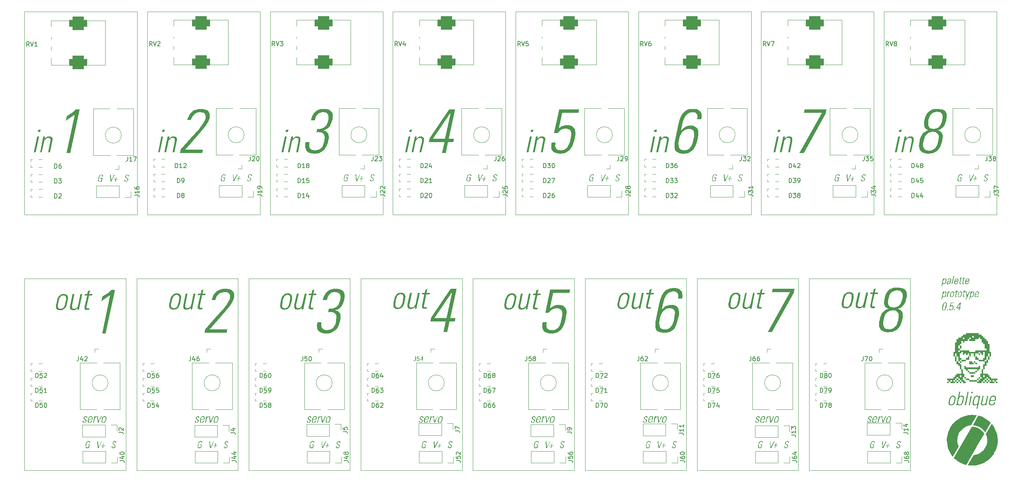
<source format=gto>
G04 #@! TF.GenerationSoftware,KiCad,Pcbnew,9.0.0*
G04 #@! TF.CreationDate,2025-06-12T15:22:14-04:00*
G04 #@! TF.ProjectId,Oblique Palette 0.5.1 PCB Main,4f626c69-7175-4652-9050-616c65747465,rev?*
G04 #@! TF.SameCoordinates,Original*
G04 #@! TF.FileFunction,Legend,Top*
G04 #@! TF.FilePolarity,Positive*
%FSLAX46Y46*%
G04 Gerber Fmt 4.6, Leading zero omitted, Abs format (unit mm)*
G04 Created by KiCad (PCBNEW 9.0.0) date 2025-06-12 15:22:14*
%MOMM*%
%LPD*%
G01*
G04 APERTURE LIST*
G04 Aperture macros list*
%AMRoundRect*
0 Rectangle with rounded corners*
0 $1 Rounding radius*
0 $2 $3 $4 $5 $6 $7 $8 $9 X,Y pos of 4 corners*
0 Add a 4 corners polygon primitive as box body*
4,1,4,$2,$3,$4,$5,$6,$7,$8,$9,$2,$3,0*
0 Add four circle primitives for the rounded corners*
1,1,$1+$1,$2,$3*
1,1,$1+$1,$4,$5*
1,1,$1+$1,$6,$7*
1,1,$1+$1,$8,$9*
0 Add four rect primitives between the rounded corners*
20,1,$1+$1,$2,$3,$4,$5,0*
20,1,$1+$1,$4,$5,$6,$7,0*
20,1,$1+$1,$6,$7,$8,$9,0*
20,1,$1+$1,$8,$9,$2,$3,0*%
G04 Aperture macros list end*
%ADD10C,0.100000*%
%ADD11C,0.300000*%
%ADD12C,0.150000*%
%ADD13C,0.000000*%
%ADD14C,0.120000*%
%ADD15R,1.700000X1.700000*%
%ADD16O,1.700000X1.700000*%
%ADD17R,1.800000X1.800000*%
%ADD18C,1.800000*%
%ADD19RoundRect,0.750000X-1.250000X-0.750000X1.250000X-0.750000X1.250000X0.750000X-1.250000X0.750000X0*%
%ADD20R,1.930000X1.830000*%
%ADD21C,2.130000*%
G04 APERTURE END LIST*
D10*
X40810000Y-80000000D02*
X18000000Y-80000000D01*
X73314284Y-19910000D02*
X98714284Y-19910000D01*
X98714284Y-65630000D01*
X73314284Y-65630000D01*
X73314284Y-19910000D01*
X66060000Y-80000000D02*
X66060000Y-123180000D01*
X169500000Y-80000000D02*
X169500000Y-123180000D01*
X18000000Y-123180000D02*
X40810000Y-123180000D01*
X40810000Y-80000000D02*
X40810000Y-123180000D01*
X156285710Y-19910000D02*
X181685710Y-19910000D01*
X181685710Y-65630000D01*
X156285710Y-65630000D01*
X156285710Y-19910000D01*
X68500000Y-123180000D02*
X91310000Y-123180000D01*
X194750000Y-123180000D02*
X217560000Y-123180000D01*
X169500000Y-123180000D02*
X192310000Y-123180000D01*
X93750000Y-123180000D02*
X116560000Y-123180000D01*
X91310000Y-80000000D02*
X68500000Y-80000000D01*
X93750000Y-80000000D02*
X93750000Y-123180000D01*
X192310000Y-80000000D02*
X169500000Y-80000000D01*
X68500000Y-80000000D02*
X68500000Y-123180000D01*
X119000000Y-80000000D02*
X119000000Y-123180000D01*
X167060000Y-80000000D02*
X144250000Y-80000000D01*
X93750000Y-123180000D02*
X116560000Y-123180000D01*
X18000000Y-80000000D02*
X18000000Y-123180000D01*
X119000000Y-123180000D02*
X141810000Y-123180000D01*
X91310000Y-80000000D02*
X91310000Y-123180000D01*
X45657142Y-19910000D02*
X71057142Y-19910000D01*
X71057142Y-65630000D01*
X45657142Y-65630000D01*
X45657142Y-19910000D01*
X217560000Y-80000000D02*
X194750000Y-80000000D01*
X18000000Y-19910000D02*
X43400000Y-19910000D01*
X43400000Y-65630000D01*
X18000000Y-65630000D01*
X18000000Y-19910000D01*
X43250000Y-80000000D02*
X43250000Y-123180000D01*
X43250000Y-123180000D02*
X66060000Y-123180000D01*
X211600000Y-19910000D02*
X237000000Y-19910000D01*
X237000000Y-65630000D01*
X211600000Y-65630000D01*
X211600000Y-19910000D01*
X194750000Y-123180000D02*
X217560000Y-123180000D01*
X167060000Y-80000000D02*
X167060000Y-123180000D01*
X116560000Y-80000000D02*
X116560000Y-123180000D01*
X116560000Y-80000000D02*
X93750000Y-80000000D01*
X144250000Y-123180000D02*
X167060000Y-123180000D01*
X141810000Y-80000000D02*
X119000000Y-80000000D01*
X192310000Y-80000000D02*
X192310000Y-123180000D01*
X144250000Y-80000000D02*
X144250000Y-123180000D01*
X128628568Y-19910000D02*
X154028568Y-19910000D01*
X154028568Y-65630000D01*
X128628568Y-65630000D01*
X128628568Y-19910000D01*
X217560000Y-80000000D02*
X217560000Y-123180000D01*
X183942852Y-19910000D02*
X209342852Y-19910000D01*
X209342852Y-65630000D01*
X183942852Y-65630000D01*
X183942852Y-19910000D01*
X66060000Y-80000000D02*
X43250000Y-80000000D01*
X194750000Y-80000000D02*
X194750000Y-123180000D01*
X100971426Y-19910000D02*
X126371426Y-19910000D01*
X126371426Y-65630000D01*
X100971426Y-65630000D01*
X100971426Y-19910000D01*
X141810000Y-80000000D02*
X141810000Y-123180000D01*
X144250000Y-123180000D02*
X167060000Y-123180000D01*
D11*
G36*
X108148356Y-118021643D02*
G01*
X108025905Y-118052110D01*
X107951380Y-118061231D01*
X107870359Y-118064993D01*
X107858012Y-118065057D01*
X107805403Y-118062164D01*
X107760254Y-118053640D01*
X107725212Y-118041152D01*
X107695672Y-118024347D01*
X107672181Y-118004315D01*
X107653158Y-117980620D01*
X107626603Y-117920248D01*
X107615000Y-117835804D01*
X107621524Y-117713986D01*
X107653275Y-117526977D01*
X107678411Y-117407098D01*
X107681425Y-117392962D01*
X107684463Y-117378687D01*
X107745042Y-117117586D01*
X107780777Y-117005650D01*
X107824530Y-116909084D01*
X107879590Y-116830111D01*
X107912389Y-116797916D01*
X107949248Y-116770951D01*
X107990579Y-116749496D01*
X108036793Y-116733827D01*
X108088302Y-116724222D01*
X108145516Y-116720958D01*
X108202943Y-116723886D01*
X108252141Y-116732658D01*
X108288657Y-116745127D01*
X108319205Y-116762052D01*
X108342123Y-116781494D01*
X108360274Y-116804669D01*
X108382717Y-116861899D01*
X108387408Y-116940269D01*
X108375227Y-117025498D01*
X108515636Y-117025498D01*
X108528742Y-116956739D01*
X108534343Y-116894547D01*
X108533033Y-116843971D01*
X108525757Y-116798514D01*
X108513826Y-116761062D01*
X108496935Y-116727785D01*
X108476040Y-116699618D01*
X108450643Y-116675167D01*
X108385102Y-116636512D01*
X108294674Y-116611162D01*
X108169697Y-116601615D01*
X108106135Y-116604485D01*
X108047391Y-116612851D01*
X107993476Y-116626275D01*
X107943900Y-116644422D01*
X107855322Y-116694577D01*
X107778650Y-116763547D01*
X107711928Y-116853440D01*
X107654131Y-116968075D01*
X107604502Y-117113355D01*
X107552913Y-117335782D01*
X107541290Y-117391680D01*
X107529069Y-117447761D01*
X107504209Y-117564792D01*
X107483394Y-117688306D01*
X107473595Y-117811496D01*
X107481783Y-117927554D01*
X107494800Y-117980781D01*
X107514929Y-118029672D01*
X107543040Y-118073377D01*
X107580005Y-118111043D01*
X107626695Y-118141820D01*
X107683982Y-118164858D01*
X107752737Y-118179304D01*
X107833832Y-118184309D01*
X108019829Y-118172556D01*
X108113846Y-118157760D01*
X108208018Y-118136989D01*
X108267607Y-118120744D01*
X108430639Y-117355776D01*
X107983583Y-117355776D01*
X107958121Y-117475027D01*
X108264768Y-117475027D01*
X108148356Y-118021643D01*
G37*
G36*
X110377957Y-117989403D02*
G01*
X110378415Y-117989403D01*
X110308714Y-116630924D01*
X110160062Y-116630924D01*
X110259072Y-118155000D01*
X110431721Y-118155000D01*
X111177914Y-116630924D01*
X111041260Y-116630924D01*
X110377957Y-117989403D01*
G37*
G36*
X111379597Y-117678085D02*
G01*
X111278023Y-118155000D01*
X111393336Y-118155000D01*
X111494910Y-117678085D01*
X111864480Y-117678085D01*
X111889027Y-117562955D01*
X111519457Y-117562955D01*
X111620573Y-117088147D01*
X111505260Y-117088147D01*
X111404144Y-117562955D01*
X111034574Y-117562955D01*
X111010027Y-117678085D01*
X111379597Y-117678085D01*
G37*
G36*
X114374259Y-117021652D02*
G01*
X114387773Y-116942427D01*
X114392526Y-116867110D01*
X114389159Y-116815966D01*
X114379054Y-116768581D01*
X114365003Y-116732809D01*
X114345251Y-116700490D01*
X114322255Y-116674753D01*
X114293898Y-116652413D01*
X114260925Y-116634262D01*
X114222234Y-116619847D01*
X114123516Y-116603087D01*
X114077962Y-116601615D01*
X114009346Y-116604582D01*
X113944197Y-116613630D01*
X113887617Y-116627526D01*
X113834618Y-116646932D01*
X113788759Y-116670106D01*
X113746521Y-116698344D01*
X113709941Y-116730019D01*
X113677073Y-116766516D01*
X113648766Y-116806921D01*
X113624403Y-116852147D01*
X113588257Y-116957693D01*
X113584194Y-116976131D01*
X113573178Y-117039375D01*
X113569707Y-117097787D01*
X113578306Y-117154172D01*
X113603504Y-117211333D01*
X113662016Y-117284890D01*
X113767814Y-117375282D01*
X113804104Y-117401663D01*
X113860171Y-117440870D01*
X113965139Y-117516971D01*
X114006726Y-117553614D01*
X114039947Y-117591835D01*
X114063976Y-117633522D01*
X114077987Y-117680562D01*
X114081153Y-117734843D01*
X114072649Y-117798252D01*
X114058239Y-117851890D01*
X114039020Y-117899756D01*
X114017025Y-117938683D01*
X113990909Y-117972544D01*
X113962318Y-117999905D01*
X113929990Y-118022574D01*
X113855078Y-118053310D01*
X113762650Y-118065008D01*
X113755744Y-118065057D01*
X113699956Y-118062200D01*
X113653441Y-118053922D01*
X113618281Y-118041926D01*
X113589769Y-118026074D01*
X113568137Y-118007550D01*
X113551618Y-117986090D01*
X113531372Y-117932795D01*
X113527394Y-117859634D01*
X113542472Y-117753494D01*
X113548932Y-117722323D01*
X113404401Y-117722323D01*
X113388757Y-117795384D01*
X113380751Y-117862454D01*
X113380129Y-117917372D01*
X113385754Y-117967349D01*
X113396323Y-118008400D01*
X113412133Y-118045276D01*
X113431791Y-118076064D01*
X113456143Y-118103089D01*
X113518169Y-118145253D01*
X113602284Y-118172987D01*
X113715122Y-118184245D01*
X113725244Y-118184309D01*
X113791258Y-118181374D01*
X113852953Y-118172559D01*
X113906956Y-118158894D01*
X113957060Y-118140001D01*
X114001334Y-118117000D01*
X114041962Y-118089178D01*
X114111007Y-118020442D01*
X114166032Y-117932002D01*
X114207109Y-117820316D01*
X114217180Y-117778469D01*
X114227106Y-117718218D01*
X114229954Y-117665148D01*
X114226676Y-117620775D01*
X114218114Y-117581484D01*
X114187106Y-117515311D01*
X114135803Y-117456571D01*
X114037178Y-117381040D01*
X113938194Y-117306683D01*
X113848208Y-117238122D01*
X113783441Y-117188864D01*
X113758142Y-117163448D01*
X113738455Y-117135028D01*
X113725048Y-117101747D01*
X113718589Y-117061746D01*
X113719745Y-117013166D01*
X113729183Y-116954149D01*
X113742663Y-116904828D01*
X113760453Y-116862315D01*
X113781004Y-116828171D01*
X113805118Y-116799396D01*
X113862829Y-116757028D01*
X113937232Y-116730985D01*
X114043249Y-116720958D01*
X114095875Y-116723863D01*
X114139474Y-116732474D01*
X114170671Y-116744551D01*
X114195862Y-116760762D01*
X114228363Y-116801976D01*
X114244309Y-116859927D01*
X114243404Y-116945645D01*
X114231835Y-117021652D01*
X114374259Y-117021652D01*
G37*
G36*
X209148356Y-118021643D02*
G01*
X209025905Y-118052110D01*
X208951380Y-118061231D01*
X208870359Y-118064993D01*
X208858012Y-118065057D01*
X208805403Y-118062164D01*
X208760254Y-118053640D01*
X208725212Y-118041152D01*
X208695672Y-118024347D01*
X208672181Y-118004315D01*
X208653158Y-117980620D01*
X208626603Y-117920248D01*
X208615000Y-117835804D01*
X208621524Y-117713986D01*
X208653275Y-117526977D01*
X208678411Y-117407098D01*
X208681425Y-117392962D01*
X208684463Y-117378687D01*
X208745042Y-117117586D01*
X208780777Y-117005650D01*
X208824530Y-116909084D01*
X208879590Y-116830111D01*
X208912389Y-116797916D01*
X208949248Y-116770951D01*
X208990579Y-116749496D01*
X209036793Y-116733827D01*
X209088302Y-116724222D01*
X209145516Y-116720958D01*
X209202943Y-116723886D01*
X209252141Y-116732658D01*
X209288657Y-116745127D01*
X209319205Y-116762052D01*
X209342123Y-116781494D01*
X209360274Y-116804669D01*
X209382717Y-116861899D01*
X209387408Y-116940269D01*
X209375227Y-117025498D01*
X209515636Y-117025498D01*
X209528742Y-116956739D01*
X209534343Y-116894547D01*
X209533033Y-116843971D01*
X209525757Y-116798514D01*
X209513826Y-116761062D01*
X209496935Y-116727785D01*
X209476040Y-116699618D01*
X209450643Y-116675167D01*
X209385102Y-116636512D01*
X209294674Y-116611162D01*
X209169697Y-116601615D01*
X209106135Y-116604485D01*
X209047391Y-116612851D01*
X208993476Y-116626275D01*
X208943900Y-116644422D01*
X208855322Y-116694577D01*
X208778650Y-116763547D01*
X208711928Y-116853440D01*
X208654131Y-116968075D01*
X208604502Y-117113355D01*
X208552913Y-117335782D01*
X208541290Y-117391680D01*
X208529069Y-117447761D01*
X208504209Y-117564792D01*
X208483394Y-117688306D01*
X208473595Y-117811496D01*
X208481783Y-117927554D01*
X208494800Y-117980781D01*
X208514929Y-118029672D01*
X208543040Y-118073377D01*
X208580005Y-118111043D01*
X208626695Y-118141820D01*
X208683982Y-118164858D01*
X208752737Y-118179304D01*
X208833832Y-118184309D01*
X209019829Y-118172556D01*
X209113846Y-118157760D01*
X209208018Y-118136989D01*
X209267607Y-118120744D01*
X209430639Y-117355776D01*
X208983583Y-117355776D01*
X208958121Y-117475027D01*
X209264768Y-117475027D01*
X209148356Y-118021643D01*
G37*
G36*
X211377957Y-117989403D02*
G01*
X211378415Y-117989403D01*
X211308714Y-116630924D01*
X211160062Y-116630924D01*
X211259072Y-118155000D01*
X211431721Y-118155000D01*
X212177914Y-116630924D01*
X212041260Y-116630924D01*
X211377957Y-117989403D01*
G37*
G36*
X212379597Y-117678085D02*
G01*
X212278023Y-118155000D01*
X212393336Y-118155000D01*
X212494910Y-117678085D01*
X212864480Y-117678085D01*
X212889027Y-117562955D01*
X212519457Y-117562955D01*
X212620573Y-117088147D01*
X212505260Y-117088147D01*
X212404144Y-117562955D01*
X212034574Y-117562955D01*
X212010027Y-117678085D01*
X212379597Y-117678085D01*
G37*
G36*
X215374259Y-117021652D02*
G01*
X215387773Y-116942427D01*
X215392526Y-116867110D01*
X215389159Y-116815966D01*
X215379054Y-116768581D01*
X215365003Y-116732809D01*
X215345251Y-116700490D01*
X215322255Y-116674753D01*
X215293898Y-116652413D01*
X215260925Y-116634262D01*
X215222234Y-116619847D01*
X215123516Y-116603087D01*
X215077962Y-116601615D01*
X215009346Y-116604582D01*
X214944197Y-116613630D01*
X214887617Y-116627526D01*
X214834618Y-116646932D01*
X214788759Y-116670106D01*
X214746521Y-116698344D01*
X214709941Y-116730019D01*
X214677073Y-116766516D01*
X214648766Y-116806921D01*
X214624403Y-116852147D01*
X214588257Y-116957693D01*
X214584194Y-116976131D01*
X214573178Y-117039375D01*
X214569707Y-117097787D01*
X214578306Y-117154172D01*
X214603504Y-117211333D01*
X214662016Y-117284890D01*
X214767814Y-117375282D01*
X214804104Y-117401663D01*
X214860171Y-117440870D01*
X214965139Y-117516971D01*
X215006726Y-117553614D01*
X215039947Y-117591835D01*
X215063976Y-117633522D01*
X215077987Y-117680562D01*
X215081153Y-117734843D01*
X215072649Y-117798252D01*
X215058239Y-117851890D01*
X215039020Y-117899756D01*
X215017025Y-117938683D01*
X214990909Y-117972544D01*
X214962318Y-117999905D01*
X214929990Y-118022574D01*
X214855078Y-118053310D01*
X214762650Y-118065008D01*
X214755744Y-118065057D01*
X214699956Y-118062200D01*
X214653441Y-118053922D01*
X214618281Y-118041926D01*
X214589769Y-118026074D01*
X214568137Y-118007550D01*
X214551618Y-117986090D01*
X214531372Y-117932795D01*
X214527394Y-117859634D01*
X214542472Y-117753494D01*
X214548932Y-117722323D01*
X214404401Y-117722323D01*
X214388757Y-117795384D01*
X214380751Y-117862454D01*
X214380129Y-117917372D01*
X214385754Y-117967349D01*
X214396323Y-118008400D01*
X214412133Y-118045276D01*
X214431791Y-118076064D01*
X214456143Y-118103089D01*
X214518169Y-118145253D01*
X214602284Y-118172987D01*
X214715122Y-118184245D01*
X214725244Y-118184309D01*
X214791258Y-118181374D01*
X214852953Y-118172559D01*
X214906956Y-118158894D01*
X214957060Y-118140001D01*
X215001334Y-118117000D01*
X215041962Y-118089178D01*
X215111007Y-118020442D01*
X215166032Y-117932002D01*
X215207109Y-117820316D01*
X215217180Y-117778469D01*
X215227106Y-117718218D01*
X215229954Y-117665148D01*
X215226676Y-117620775D01*
X215218114Y-117581484D01*
X215187106Y-117515311D01*
X215135803Y-117456571D01*
X215037178Y-117381040D01*
X214938194Y-117306683D01*
X214848208Y-117238122D01*
X214783441Y-117188864D01*
X214758142Y-117163448D01*
X214738455Y-117135028D01*
X214725048Y-117101747D01*
X214718589Y-117061746D01*
X214719745Y-117013166D01*
X214729183Y-116954149D01*
X214742663Y-116904828D01*
X214760453Y-116862315D01*
X214781004Y-116828171D01*
X214805118Y-116799396D01*
X214862829Y-116757028D01*
X214937232Y-116730985D01*
X215043249Y-116720958D01*
X215095875Y-116723863D01*
X215139474Y-116732474D01*
X215170671Y-116744551D01*
X215195862Y-116760762D01*
X215228363Y-116801976D01*
X215244309Y-116859927D01*
X215243404Y-116945645D01*
X215231835Y-117021652D01*
X215374259Y-117021652D01*
G37*
G36*
X62915356Y-57931643D02*
G01*
X62792905Y-57962110D01*
X62718380Y-57971231D01*
X62637359Y-57974993D01*
X62625012Y-57975057D01*
X62572403Y-57972164D01*
X62527254Y-57963640D01*
X62492212Y-57951152D01*
X62462672Y-57934347D01*
X62439181Y-57914315D01*
X62420158Y-57890620D01*
X62393603Y-57830248D01*
X62382000Y-57745804D01*
X62388524Y-57623986D01*
X62420275Y-57436977D01*
X62445411Y-57317098D01*
X62448425Y-57302962D01*
X62451463Y-57288687D01*
X62512042Y-57027586D01*
X62547777Y-56915650D01*
X62591530Y-56819084D01*
X62646590Y-56740111D01*
X62679389Y-56707916D01*
X62716248Y-56680951D01*
X62757579Y-56659496D01*
X62803793Y-56643827D01*
X62855302Y-56634222D01*
X62912516Y-56630958D01*
X62969943Y-56633886D01*
X63019141Y-56642658D01*
X63055657Y-56655127D01*
X63086205Y-56672052D01*
X63109123Y-56691494D01*
X63127274Y-56714669D01*
X63149717Y-56771899D01*
X63154408Y-56850269D01*
X63142227Y-56935498D01*
X63282636Y-56935498D01*
X63295742Y-56866739D01*
X63301343Y-56804547D01*
X63300033Y-56753971D01*
X63292757Y-56708514D01*
X63280826Y-56671062D01*
X63263935Y-56637785D01*
X63243040Y-56609618D01*
X63217643Y-56585167D01*
X63152102Y-56546512D01*
X63061674Y-56521162D01*
X62936697Y-56511615D01*
X62873135Y-56514485D01*
X62814391Y-56522851D01*
X62760476Y-56536275D01*
X62710900Y-56554422D01*
X62622322Y-56604577D01*
X62545650Y-56673547D01*
X62478928Y-56763440D01*
X62421131Y-56878075D01*
X62371502Y-57023355D01*
X62319913Y-57245782D01*
X62308290Y-57301680D01*
X62296069Y-57357761D01*
X62271209Y-57474792D01*
X62250394Y-57598306D01*
X62240595Y-57721496D01*
X62248783Y-57837554D01*
X62261800Y-57890781D01*
X62281929Y-57939672D01*
X62310040Y-57983377D01*
X62347005Y-58021043D01*
X62393695Y-58051820D01*
X62450982Y-58074858D01*
X62519737Y-58089304D01*
X62600832Y-58094309D01*
X62786829Y-58082556D01*
X62880846Y-58067760D01*
X62975018Y-58046989D01*
X63034607Y-58030744D01*
X63197639Y-57265776D01*
X62750583Y-57265776D01*
X62725121Y-57385027D01*
X63031768Y-57385027D01*
X62915356Y-57931643D01*
G37*
G36*
X65144957Y-57899403D02*
G01*
X65145415Y-57899403D01*
X65075714Y-56540924D01*
X64927062Y-56540924D01*
X65026072Y-58065000D01*
X65198721Y-58065000D01*
X65944914Y-56540924D01*
X65808260Y-56540924D01*
X65144957Y-57899403D01*
G37*
G36*
X66146597Y-57588085D02*
G01*
X66045023Y-58065000D01*
X66160336Y-58065000D01*
X66261910Y-57588085D01*
X66631480Y-57588085D01*
X66656027Y-57472955D01*
X66286457Y-57472955D01*
X66387573Y-56998147D01*
X66272260Y-56998147D01*
X66171144Y-57472955D01*
X65801574Y-57472955D01*
X65777027Y-57588085D01*
X66146597Y-57588085D01*
G37*
G36*
X69141259Y-56931652D02*
G01*
X69154773Y-56852427D01*
X69159526Y-56777110D01*
X69156159Y-56725966D01*
X69146054Y-56678581D01*
X69132003Y-56642809D01*
X69112251Y-56610490D01*
X69089255Y-56584753D01*
X69060898Y-56562413D01*
X69027925Y-56544262D01*
X68989234Y-56529847D01*
X68890516Y-56513087D01*
X68844962Y-56511615D01*
X68776346Y-56514582D01*
X68711197Y-56523630D01*
X68654617Y-56537526D01*
X68601618Y-56556932D01*
X68555759Y-56580106D01*
X68513521Y-56608344D01*
X68476941Y-56640019D01*
X68444073Y-56676516D01*
X68415766Y-56716921D01*
X68391403Y-56762147D01*
X68355257Y-56867693D01*
X68351194Y-56886131D01*
X68340178Y-56949375D01*
X68336707Y-57007787D01*
X68345306Y-57064172D01*
X68370504Y-57121333D01*
X68429016Y-57194890D01*
X68534814Y-57285282D01*
X68571104Y-57311663D01*
X68627171Y-57350870D01*
X68732139Y-57426971D01*
X68773726Y-57463614D01*
X68806947Y-57501835D01*
X68830976Y-57543522D01*
X68844987Y-57590562D01*
X68848153Y-57644843D01*
X68839649Y-57708252D01*
X68825239Y-57761890D01*
X68806020Y-57809756D01*
X68784025Y-57848683D01*
X68757909Y-57882544D01*
X68729318Y-57909905D01*
X68696990Y-57932574D01*
X68622078Y-57963310D01*
X68529650Y-57975008D01*
X68522744Y-57975057D01*
X68466956Y-57972200D01*
X68420441Y-57963922D01*
X68385281Y-57951926D01*
X68356769Y-57936074D01*
X68335137Y-57917550D01*
X68318618Y-57896090D01*
X68298372Y-57842795D01*
X68294394Y-57769634D01*
X68309472Y-57663494D01*
X68315932Y-57632323D01*
X68171401Y-57632323D01*
X68155757Y-57705384D01*
X68147751Y-57772454D01*
X68147129Y-57827372D01*
X68152754Y-57877349D01*
X68163323Y-57918400D01*
X68179133Y-57955276D01*
X68198791Y-57986064D01*
X68223143Y-58013089D01*
X68285169Y-58055253D01*
X68369284Y-58082987D01*
X68482122Y-58094245D01*
X68492244Y-58094309D01*
X68558258Y-58091374D01*
X68619953Y-58082559D01*
X68673956Y-58068894D01*
X68724060Y-58050001D01*
X68768334Y-58027000D01*
X68808962Y-57999178D01*
X68878007Y-57930442D01*
X68933032Y-57842002D01*
X68974109Y-57730316D01*
X68984180Y-57688469D01*
X68994106Y-57628218D01*
X68996954Y-57575148D01*
X68993676Y-57530775D01*
X68985114Y-57491484D01*
X68954106Y-57425311D01*
X68902803Y-57366571D01*
X68804178Y-57291040D01*
X68705194Y-57216683D01*
X68615208Y-57148122D01*
X68550441Y-57098864D01*
X68525142Y-57073448D01*
X68505455Y-57045028D01*
X68492048Y-57011747D01*
X68485589Y-56971746D01*
X68486745Y-56923166D01*
X68496183Y-56864149D01*
X68509663Y-56814828D01*
X68527453Y-56772315D01*
X68548004Y-56738171D01*
X68572118Y-56709396D01*
X68629829Y-56667028D01*
X68704232Y-56640985D01*
X68810249Y-56630958D01*
X68862875Y-56633863D01*
X68906474Y-56642474D01*
X68937671Y-56654551D01*
X68962862Y-56670762D01*
X68995363Y-56711976D01*
X69011309Y-56769927D01*
X69010404Y-56855645D01*
X68998835Y-56931652D01*
X69141259Y-56931652D01*
G37*
D10*
G36*
X82459208Y-112072583D02*
G01*
X82468430Y-112011106D01*
X82468995Y-111956187D01*
X82462004Y-111908289D01*
X82448362Y-111865550D01*
X82401950Y-111790553D01*
X82326593Y-111722806D01*
X82197584Y-111644950D01*
X82103254Y-111590165D01*
X82026156Y-111527756D01*
X81998405Y-111490732D01*
X81980163Y-111448250D01*
X81973167Y-111399125D01*
X81979149Y-111342174D01*
X82011477Y-111261223D01*
X82068989Y-111196468D01*
X82147569Y-111153198D01*
X82238291Y-111137865D01*
X82298632Y-111141755D01*
X82346580Y-111153354D01*
X82378061Y-111169000D01*
X82402106Y-111189958D01*
X82429541Y-111244423D01*
X82435965Y-111328141D01*
X82426235Y-111412150D01*
X82591466Y-111412150D01*
X82603801Y-111334635D01*
X82606230Y-111260969D01*
X82599787Y-111204747D01*
X82584862Y-111153383D01*
X82564899Y-111114314D01*
X82537712Y-111080120D01*
X82506144Y-111053682D01*
X82467745Y-111032314D01*
X82370261Y-111006857D01*
X82308877Y-111003410D01*
X82223323Y-111007444D01*
X82142740Y-111020049D01*
X82077612Y-111038513D01*
X82017578Y-111064488D01*
X81968659Y-111094529D01*
X81924783Y-111131345D01*
X81888718Y-111172214D01*
X81857827Y-111219606D01*
X81832953Y-111272602D01*
X81813740Y-111332400D01*
X81808179Y-111356096D01*
X81799117Y-111416837D01*
X81798695Y-111471098D01*
X81805811Y-111518449D01*
X81819565Y-111560722D01*
X81866306Y-111635219D01*
X81942488Y-111703211D01*
X82064175Y-111777785D01*
X82160166Y-111835024D01*
X82238827Y-111900739D01*
X82267109Y-111939910D01*
X82285598Y-111984965D01*
X82292475Y-112037156D01*
X82285918Y-112097740D01*
X82269537Y-112155720D01*
X82246570Y-112206753D01*
X82219736Y-112247115D01*
X82187375Y-112281044D01*
X82151589Y-112307013D01*
X82110839Y-112326701D01*
X82014778Y-112346240D01*
X81991972Y-112346867D01*
X81932796Y-112343025D01*
X81884803Y-112331759D01*
X81851052Y-112315962D01*
X81824761Y-112294958D01*
X81792907Y-112240617D01*
X81782460Y-112161245D01*
X81800241Y-112024955D01*
X81629393Y-112024955D01*
X81613635Y-112114017D01*
X81608515Y-112193168D01*
X81612732Y-112251947D01*
X81624981Y-112303773D01*
X81642628Y-112343684D01*
X81666871Y-112378213D01*
X81731835Y-112429077D01*
X81826136Y-112461283D01*
X81956679Y-112472775D01*
X82032072Y-112468869D01*
X82102516Y-112457164D01*
X82164297Y-112438951D01*
X82221204Y-112413801D01*
X82270995Y-112383179D01*
X82315908Y-112346203D01*
X82355102Y-112303688D01*
X82389213Y-112255059D01*
X82441826Y-112138330D01*
X82459208Y-112072583D01*
G37*
G36*
X83518530Y-111007431D02*
G01*
X83591086Y-111019224D01*
X83652082Y-111038378D01*
X83702320Y-111064484D01*
X83742601Y-111097132D01*
X83773724Y-111135913D01*
X83796491Y-111180417D01*
X83811703Y-111230235D01*
X83822662Y-111344175D01*
X83813008Y-111474457D01*
X83757481Y-111770943D01*
X82951113Y-111770943D01*
X82927788Y-111880486D01*
X82907648Y-112026594D01*
X82913200Y-112141062D01*
X82939751Y-112225283D01*
X82985000Y-112285047D01*
X83015447Y-112307076D01*
X83052038Y-112323727D01*
X83096903Y-112334648D01*
X83149316Y-112338441D01*
X83244670Y-112328280D01*
X83296872Y-112312561D01*
X83344292Y-112290175D01*
X83388176Y-112260506D01*
X83426743Y-112224694D01*
X83461389Y-112181037D01*
X83489938Y-112131735D01*
X83513202Y-112074574D01*
X83529480Y-112012499D01*
X83705946Y-112012499D01*
X83670354Y-112119604D01*
X83603794Y-112246472D01*
X83564336Y-112297893D01*
X83520877Y-112341939D01*
X83471641Y-112380259D01*
X83418397Y-112411379D01*
X83355975Y-112437555D01*
X83289183Y-112456136D01*
X83207484Y-112468741D01*
X83120618Y-112472775D01*
X83023536Y-112466802D01*
X82915815Y-112440336D01*
X82834941Y-112394940D01*
X82775995Y-112329652D01*
X82754124Y-112287805D01*
X82737965Y-112239194D01*
X82727804Y-112181079D01*
X82724989Y-112114726D01*
X82730670Y-112035065D01*
X82745949Y-111945088D01*
X82811660Y-111636487D01*
X82979690Y-111636487D01*
X83618018Y-111636487D01*
X83648162Y-111455598D01*
X83649817Y-111331723D01*
X83629114Y-111248901D01*
X83587936Y-111191523D01*
X83557016Y-111169545D01*
X83519046Y-111153211D01*
X83467136Y-111141738D01*
X83405039Y-111137865D01*
X83298415Y-111149568D01*
X83249504Y-111165291D01*
X83205894Y-111187382D01*
X83164238Y-111218186D01*
X83127680Y-111255987D01*
X83089723Y-111310312D01*
X83057329Y-111374021D01*
X83014634Y-111494522D01*
X82979690Y-111636487D01*
X82811660Y-111636487D01*
X82819955Y-111597530D01*
X82835481Y-111532025D01*
X82894247Y-111362216D01*
X82968080Y-111231825D01*
X83056261Y-111133740D01*
X83106372Y-111095093D01*
X83160374Y-111063343D01*
X83220288Y-111037667D01*
X83284264Y-111019190D01*
X83356704Y-111007336D01*
X83433615Y-111003410D01*
X83518530Y-111007431D01*
G37*
G36*
X84399718Y-111026857D02*
G01*
X84231801Y-111026857D01*
X83930527Y-112441512D01*
X84098444Y-112441512D01*
X84292373Y-111531096D01*
X84309578Y-111468786D01*
X84333355Y-111411474D01*
X84363168Y-111359657D01*
X84398666Y-111313461D01*
X84439244Y-111273372D01*
X84484625Y-111239503D01*
X84534191Y-111212273D01*
X84587699Y-111191855D01*
X84644604Y-111178590D01*
X84704617Y-111172741D01*
X84763151Y-111174257D01*
X84799543Y-111003410D01*
X84673808Y-111018521D01*
X84551516Y-111063826D01*
X84494686Y-111097214D01*
X84442436Y-111137018D01*
X84363814Y-111221763D01*
X84358196Y-111221763D01*
X84399718Y-111026857D01*
G37*
G36*
X85037436Y-111026857D02*
G01*
X84855475Y-111026857D01*
X84974177Y-112441512D01*
X85167373Y-112441512D01*
X85888622Y-111026857D01*
X85726201Y-111026857D01*
X85125852Y-112228776D01*
X85120234Y-112228776D01*
X85037436Y-111026857D01*
G37*
G36*
X86622478Y-111008120D02*
G01*
X86732850Y-111035608D01*
X86816213Y-111085009D01*
X86849853Y-111118581D01*
X86877499Y-111157607D01*
X86900585Y-111205444D01*
X86916905Y-111259258D01*
X86927169Y-111325555D01*
X86929353Y-111398748D01*
X86922387Y-111488218D01*
X86905649Y-111585685D01*
X86840681Y-111890622D01*
X86824336Y-111958426D01*
X86766211Y-112120408D01*
X86691740Y-112247435D01*
X86602307Y-112344191D01*
X86497293Y-112413884D01*
X86437933Y-112439067D01*
X86374228Y-112457385D01*
X86304096Y-112468897D01*
X86229341Y-112472775D01*
X86149232Y-112468067D01*
X86038882Y-112440587D01*
X85955545Y-112391197D01*
X85921921Y-112357634D01*
X85894290Y-112318618D01*
X85871222Y-112270793D01*
X85854919Y-112216990D01*
X85844676Y-112150708D01*
X85842514Y-112077528D01*
X85847969Y-112007737D01*
X86022804Y-112007737D01*
X86022921Y-112138123D01*
X86044732Y-112225016D01*
X86085824Y-112284328D01*
X86115664Y-112306598D01*
X86151967Y-112323129D01*
X86200485Y-112334573D01*
X86258039Y-112338441D01*
X86364892Y-112324803D01*
X86412203Y-112307454D01*
X86454790Y-112283375D01*
X86496825Y-112249214D01*
X86534122Y-112207404D01*
X86574043Y-112146371D01*
X86608678Y-112074902D01*
X86661170Y-111920476D01*
X86705370Y-111736749D01*
X86718906Y-111670822D01*
X86749262Y-111468000D01*
X86749109Y-111337975D01*
X86727261Y-111251222D01*
X86686109Y-111191954D01*
X86656232Y-111169695D01*
X86619883Y-111153168D01*
X86571342Y-111141732D01*
X86513762Y-111137865D01*
X86407500Y-111151344D01*
X86360109Y-111168620D01*
X86317457Y-111192624D01*
X86275368Y-111226688D01*
X86238035Y-111268379D01*
X86198096Y-111329214D01*
X86163471Y-111400418D01*
X86111064Y-111554126D01*
X86067041Y-111736749D01*
X86053248Y-111804044D01*
X86022804Y-112007737D01*
X85847969Y-112007737D01*
X85849506Y-111988075D01*
X85866274Y-111890622D01*
X85931242Y-111585685D01*
X85947589Y-111517791D01*
X86005675Y-111355814D01*
X86080123Y-111228774D01*
X86169536Y-111132003D01*
X86274522Y-111062302D01*
X86333860Y-111037118D01*
X86397538Y-111018798D01*
X86467630Y-111007287D01*
X86542338Y-111003410D01*
X86622478Y-111008120D01*
G37*
G36*
X20486741Y-51560000D02*
G01*
X21239924Y-48023363D01*
X20820132Y-48023363D01*
X20066948Y-51560000D01*
X20486741Y-51560000D01*
G37*
G36*
X21500348Y-47031432D02*
G01*
X21613921Y-46499288D01*
X21095821Y-46499288D01*
X20982248Y-47031432D01*
X21500348Y-47031432D01*
G37*
G36*
X22371379Y-49347770D02*
G01*
X22425107Y-49141254D01*
X22491330Y-48960955D01*
X22567849Y-48806586D01*
X22653520Y-48675481D01*
X22747535Y-48565566D01*
X22847630Y-48476665D01*
X23066582Y-48353958D01*
X23303914Y-48302619D01*
X23357510Y-48300884D01*
X23482657Y-48310376D01*
X23588027Y-48337739D01*
X23670782Y-48378722D01*
X23737733Y-48432875D01*
X23829362Y-48578133D01*
X23869022Y-48782719D01*
X23846261Y-49060277D01*
X23838974Y-49096505D01*
X23314157Y-51560000D01*
X23734255Y-51560000D01*
X24263346Y-49075439D01*
X24307987Y-48797103D01*
X24305223Y-48512296D01*
X24276868Y-48385009D01*
X24225807Y-48267873D01*
X24165356Y-48183242D01*
X24085534Y-48109633D01*
X23993540Y-48053489D01*
X23881958Y-48009789D01*
X23593426Y-47965785D01*
X23533975Y-47964745D01*
X23262716Y-48001872D01*
X22999345Y-48113237D01*
X22735633Y-48305921D01*
X22572880Y-48468496D01*
X22558836Y-48468496D01*
X22653480Y-48023363D01*
X22233382Y-48023363D01*
X21480198Y-51560000D01*
X21900296Y-51560000D01*
X22371379Y-49347770D01*
G37*
G36*
X57209208Y-112072583D02*
G01*
X57218430Y-112011106D01*
X57218995Y-111956187D01*
X57212004Y-111908289D01*
X57198362Y-111865550D01*
X57151950Y-111790553D01*
X57076593Y-111722806D01*
X56947584Y-111644950D01*
X56853254Y-111590165D01*
X56776156Y-111527756D01*
X56748405Y-111490732D01*
X56730163Y-111448250D01*
X56723167Y-111399125D01*
X56729149Y-111342174D01*
X56761477Y-111261223D01*
X56818989Y-111196468D01*
X56897569Y-111153198D01*
X56988291Y-111137865D01*
X57048632Y-111141755D01*
X57096580Y-111153354D01*
X57128061Y-111169000D01*
X57152106Y-111189958D01*
X57179541Y-111244423D01*
X57185965Y-111328141D01*
X57176235Y-111412150D01*
X57341466Y-111412150D01*
X57353801Y-111334635D01*
X57356230Y-111260969D01*
X57349787Y-111204747D01*
X57334862Y-111153383D01*
X57314899Y-111114314D01*
X57287712Y-111080120D01*
X57256144Y-111053682D01*
X57217745Y-111032314D01*
X57120261Y-111006857D01*
X57058877Y-111003410D01*
X56973323Y-111007444D01*
X56892740Y-111020049D01*
X56827612Y-111038513D01*
X56767578Y-111064488D01*
X56718659Y-111094529D01*
X56674783Y-111131345D01*
X56638718Y-111172214D01*
X56607827Y-111219606D01*
X56582953Y-111272602D01*
X56563740Y-111332400D01*
X56558179Y-111356096D01*
X56549117Y-111416837D01*
X56548695Y-111471098D01*
X56555811Y-111518449D01*
X56569565Y-111560722D01*
X56616306Y-111635219D01*
X56692488Y-111703211D01*
X56814175Y-111777785D01*
X56910166Y-111835024D01*
X56988827Y-111900739D01*
X57017109Y-111939910D01*
X57035598Y-111984965D01*
X57042475Y-112037156D01*
X57035918Y-112097740D01*
X57019537Y-112155720D01*
X56996570Y-112206753D01*
X56969736Y-112247115D01*
X56937375Y-112281044D01*
X56901589Y-112307013D01*
X56860839Y-112326701D01*
X56764778Y-112346240D01*
X56741972Y-112346867D01*
X56682796Y-112343025D01*
X56634803Y-112331759D01*
X56601052Y-112315962D01*
X56574761Y-112294958D01*
X56542907Y-112240617D01*
X56532460Y-112161245D01*
X56550241Y-112024955D01*
X56379393Y-112024955D01*
X56363635Y-112114017D01*
X56358515Y-112193168D01*
X56362732Y-112251947D01*
X56374981Y-112303773D01*
X56392628Y-112343684D01*
X56416871Y-112378213D01*
X56481835Y-112429077D01*
X56576136Y-112461283D01*
X56706679Y-112472775D01*
X56782072Y-112468869D01*
X56852516Y-112457164D01*
X56914297Y-112438951D01*
X56971204Y-112413801D01*
X57020995Y-112383179D01*
X57065908Y-112346203D01*
X57105102Y-112303688D01*
X57139213Y-112255059D01*
X57191826Y-112138330D01*
X57209208Y-112072583D01*
G37*
G36*
X58268530Y-111007431D02*
G01*
X58341086Y-111019224D01*
X58402082Y-111038378D01*
X58452320Y-111064484D01*
X58492601Y-111097132D01*
X58523724Y-111135913D01*
X58546491Y-111180417D01*
X58561703Y-111230235D01*
X58572662Y-111344175D01*
X58563008Y-111474457D01*
X58507481Y-111770943D01*
X57701113Y-111770943D01*
X57677788Y-111880486D01*
X57657648Y-112026594D01*
X57663200Y-112141062D01*
X57689751Y-112225283D01*
X57735000Y-112285047D01*
X57765447Y-112307076D01*
X57802038Y-112323727D01*
X57846903Y-112334648D01*
X57899316Y-112338441D01*
X57994670Y-112328280D01*
X58046872Y-112312561D01*
X58094292Y-112290175D01*
X58138176Y-112260506D01*
X58176743Y-112224694D01*
X58211389Y-112181037D01*
X58239938Y-112131735D01*
X58263202Y-112074574D01*
X58279480Y-112012499D01*
X58455946Y-112012499D01*
X58420354Y-112119604D01*
X58353794Y-112246472D01*
X58314336Y-112297893D01*
X58270877Y-112341939D01*
X58221641Y-112380259D01*
X58168397Y-112411379D01*
X58105975Y-112437555D01*
X58039183Y-112456136D01*
X57957484Y-112468741D01*
X57870618Y-112472775D01*
X57773536Y-112466802D01*
X57665815Y-112440336D01*
X57584941Y-112394940D01*
X57525995Y-112329652D01*
X57504124Y-112287805D01*
X57487965Y-112239194D01*
X57477804Y-112181079D01*
X57474989Y-112114726D01*
X57480670Y-112035065D01*
X57495949Y-111945088D01*
X57561660Y-111636487D01*
X57729690Y-111636487D01*
X58368018Y-111636487D01*
X58398162Y-111455598D01*
X58399817Y-111331723D01*
X58379114Y-111248901D01*
X58337936Y-111191523D01*
X58307016Y-111169545D01*
X58269046Y-111153211D01*
X58217136Y-111141738D01*
X58155039Y-111137865D01*
X58048415Y-111149568D01*
X57999504Y-111165291D01*
X57955894Y-111187382D01*
X57914238Y-111218186D01*
X57877680Y-111255987D01*
X57839723Y-111310312D01*
X57807329Y-111374021D01*
X57764634Y-111494522D01*
X57729690Y-111636487D01*
X57561660Y-111636487D01*
X57569955Y-111597530D01*
X57585481Y-111532025D01*
X57644247Y-111362216D01*
X57718080Y-111231825D01*
X57806261Y-111133740D01*
X57856372Y-111095093D01*
X57910374Y-111063343D01*
X57970288Y-111037667D01*
X58034264Y-111019190D01*
X58106704Y-111007336D01*
X58183615Y-111003410D01*
X58268530Y-111007431D01*
G37*
G36*
X59149718Y-111026857D02*
G01*
X58981801Y-111026857D01*
X58680527Y-112441512D01*
X58848444Y-112441512D01*
X59042373Y-111531096D01*
X59059578Y-111468786D01*
X59083355Y-111411474D01*
X59113168Y-111359657D01*
X59148666Y-111313461D01*
X59189244Y-111273372D01*
X59234625Y-111239503D01*
X59284191Y-111212273D01*
X59337699Y-111191855D01*
X59394604Y-111178590D01*
X59454617Y-111172741D01*
X59513151Y-111174257D01*
X59549543Y-111003410D01*
X59423808Y-111018521D01*
X59301516Y-111063826D01*
X59244686Y-111097214D01*
X59192436Y-111137018D01*
X59113814Y-111221763D01*
X59108196Y-111221763D01*
X59149718Y-111026857D01*
G37*
G36*
X59787436Y-111026857D02*
G01*
X59605475Y-111026857D01*
X59724177Y-112441512D01*
X59917373Y-112441512D01*
X60638622Y-111026857D01*
X60476201Y-111026857D01*
X59875852Y-112228776D01*
X59870234Y-112228776D01*
X59787436Y-111026857D01*
G37*
G36*
X61372478Y-111008120D02*
G01*
X61482850Y-111035608D01*
X61566213Y-111085009D01*
X61599853Y-111118581D01*
X61627499Y-111157607D01*
X61650585Y-111205444D01*
X61666905Y-111259258D01*
X61677169Y-111325555D01*
X61679353Y-111398748D01*
X61672387Y-111488218D01*
X61655649Y-111585685D01*
X61590681Y-111890622D01*
X61574336Y-111958426D01*
X61516211Y-112120408D01*
X61441740Y-112247435D01*
X61352307Y-112344191D01*
X61247293Y-112413884D01*
X61187933Y-112439067D01*
X61124228Y-112457385D01*
X61054096Y-112468897D01*
X60979341Y-112472775D01*
X60899232Y-112468067D01*
X60788882Y-112440587D01*
X60705545Y-112391197D01*
X60671921Y-112357634D01*
X60644290Y-112318618D01*
X60621222Y-112270793D01*
X60604919Y-112216990D01*
X60594676Y-112150708D01*
X60592514Y-112077528D01*
X60597969Y-112007737D01*
X60772804Y-112007737D01*
X60772921Y-112138123D01*
X60794732Y-112225016D01*
X60835824Y-112284328D01*
X60865664Y-112306598D01*
X60901967Y-112323129D01*
X60950485Y-112334573D01*
X61008039Y-112338441D01*
X61114892Y-112324803D01*
X61162203Y-112307454D01*
X61204790Y-112283375D01*
X61246825Y-112249214D01*
X61284122Y-112207404D01*
X61324043Y-112146371D01*
X61358678Y-112074902D01*
X61411170Y-111920476D01*
X61455370Y-111736749D01*
X61468906Y-111670822D01*
X61499262Y-111468000D01*
X61499109Y-111337975D01*
X61477261Y-111251222D01*
X61436109Y-111191954D01*
X61406232Y-111169695D01*
X61369883Y-111153168D01*
X61321342Y-111141732D01*
X61263762Y-111137865D01*
X61157500Y-111151344D01*
X61110109Y-111168620D01*
X61067457Y-111192624D01*
X61025368Y-111226688D01*
X60988035Y-111268379D01*
X60948096Y-111329214D01*
X60913471Y-111400418D01*
X60861064Y-111554126D01*
X60817041Y-111736749D01*
X60803248Y-111804044D01*
X60772804Y-112007737D01*
X60597969Y-112007737D01*
X60599506Y-111988075D01*
X60616274Y-111890622D01*
X60681242Y-111585685D01*
X60697589Y-111517791D01*
X60755675Y-111355814D01*
X60830123Y-111228774D01*
X60919536Y-111132003D01*
X61024522Y-111062302D01*
X61083860Y-111037118D01*
X61147538Y-111018798D01*
X61217630Y-111007287D01*
X61292338Y-111003410D01*
X61372478Y-111008120D01*
G37*
G36*
X113580920Y-48505533D02*
G01*
X114728861Y-48505533D01*
X114567661Y-49262076D01*
X113419720Y-49262076D01*
X112898261Y-51710000D01*
X112058066Y-51710000D01*
X112579524Y-49262076D01*
X109079524Y-49262076D01*
X109240503Y-48505533D01*
X109997267Y-48505533D01*
X112740724Y-48505533D01*
X113960107Y-42780481D01*
X113932630Y-42780481D01*
X109997267Y-48505533D01*
X109240503Y-48505533D01*
X109252326Y-48449968D01*
X113649308Y-41940286D01*
X114979210Y-41940286D01*
X113580920Y-48505533D01*
G37*
G36*
X107709208Y-112072583D02*
G01*
X107718430Y-112011106D01*
X107718995Y-111956187D01*
X107712004Y-111908289D01*
X107698362Y-111865550D01*
X107651950Y-111790553D01*
X107576593Y-111722806D01*
X107447584Y-111644950D01*
X107353254Y-111590165D01*
X107276156Y-111527756D01*
X107248405Y-111490732D01*
X107230163Y-111448250D01*
X107223167Y-111399125D01*
X107229149Y-111342174D01*
X107261477Y-111261223D01*
X107318989Y-111196468D01*
X107397569Y-111153198D01*
X107488291Y-111137865D01*
X107548632Y-111141755D01*
X107596580Y-111153354D01*
X107628061Y-111169000D01*
X107652106Y-111189958D01*
X107679541Y-111244423D01*
X107685965Y-111328141D01*
X107676235Y-111412150D01*
X107841466Y-111412150D01*
X107853801Y-111334635D01*
X107856230Y-111260969D01*
X107849787Y-111204747D01*
X107834862Y-111153383D01*
X107814899Y-111114314D01*
X107787712Y-111080120D01*
X107756144Y-111053682D01*
X107717745Y-111032314D01*
X107620261Y-111006857D01*
X107558877Y-111003410D01*
X107473323Y-111007444D01*
X107392740Y-111020049D01*
X107327612Y-111038513D01*
X107267578Y-111064488D01*
X107218659Y-111094529D01*
X107174783Y-111131345D01*
X107138718Y-111172214D01*
X107107827Y-111219606D01*
X107082953Y-111272602D01*
X107063740Y-111332400D01*
X107058179Y-111356096D01*
X107049117Y-111416837D01*
X107048695Y-111471098D01*
X107055811Y-111518449D01*
X107069565Y-111560722D01*
X107116306Y-111635219D01*
X107192488Y-111703211D01*
X107314175Y-111777785D01*
X107410166Y-111835024D01*
X107488827Y-111900739D01*
X107517109Y-111939910D01*
X107535598Y-111984965D01*
X107542475Y-112037156D01*
X107535918Y-112097740D01*
X107519537Y-112155720D01*
X107496570Y-112206753D01*
X107469736Y-112247115D01*
X107437375Y-112281044D01*
X107401589Y-112307013D01*
X107360839Y-112326701D01*
X107264778Y-112346240D01*
X107241972Y-112346867D01*
X107182796Y-112343025D01*
X107134803Y-112331759D01*
X107101052Y-112315962D01*
X107074761Y-112294958D01*
X107042907Y-112240617D01*
X107032460Y-112161245D01*
X107050241Y-112024955D01*
X106879393Y-112024955D01*
X106863635Y-112114017D01*
X106858515Y-112193168D01*
X106862732Y-112251947D01*
X106874981Y-112303773D01*
X106892628Y-112343684D01*
X106916871Y-112378213D01*
X106981835Y-112429077D01*
X107076136Y-112461283D01*
X107206679Y-112472775D01*
X107282072Y-112468869D01*
X107352516Y-112457164D01*
X107414297Y-112438951D01*
X107471204Y-112413801D01*
X107520995Y-112383179D01*
X107565908Y-112346203D01*
X107605102Y-112303688D01*
X107639213Y-112255059D01*
X107691826Y-112138330D01*
X107709208Y-112072583D01*
G37*
G36*
X108768530Y-111007431D02*
G01*
X108841086Y-111019224D01*
X108902082Y-111038378D01*
X108952320Y-111064484D01*
X108992601Y-111097132D01*
X109023724Y-111135913D01*
X109046491Y-111180417D01*
X109061703Y-111230235D01*
X109072662Y-111344175D01*
X109063008Y-111474457D01*
X109007481Y-111770943D01*
X108201113Y-111770943D01*
X108177788Y-111880486D01*
X108157648Y-112026594D01*
X108163200Y-112141062D01*
X108189751Y-112225283D01*
X108235000Y-112285047D01*
X108265447Y-112307076D01*
X108302038Y-112323727D01*
X108346903Y-112334648D01*
X108399316Y-112338441D01*
X108494670Y-112328280D01*
X108546872Y-112312561D01*
X108594292Y-112290175D01*
X108638176Y-112260506D01*
X108676743Y-112224694D01*
X108711389Y-112181037D01*
X108739938Y-112131735D01*
X108763202Y-112074574D01*
X108779480Y-112012499D01*
X108955946Y-112012499D01*
X108920354Y-112119604D01*
X108853794Y-112246472D01*
X108814336Y-112297893D01*
X108770877Y-112341939D01*
X108721641Y-112380259D01*
X108668397Y-112411379D01*
X108605975Y-112437555D01*
X108539183Y-112456136D01*
X108457484Y-112468741D01*
X108370618Y-112472775D01*
X108273536Y-112466802D01*
X108165815Y-112440336D01*
X108084941Y-112394940D01*
X108025995Y-112329652D01*
X108004124Y-112287805D01*
X107987965Y-112239194D01*
X107977804Y-112181079D01*
X107974989Y-112114726D01*
X107980670Y-112035065D01*
X107995949Y-111945088D01*
X108061660Y-111636487D01*
X108229690Y-111636487D01*
X108868018Y-111636487D01*
X108898162Y-111455598D01*
X108899817Y-111331723D01*
X108879114Y-111248901D01*
X108837936Y-111191523D01*
X108807016Y-111169545D01*
X108769046Y-111153211D01*
X108717136Y-111141738D01*
X108655039Y-111137865D01*
X108548415Y-111149568D01*
X108499504Y-111165291D01*
X108455894Y-111187382D01*
X108414238Y-111218186D01*
X108377680Y-111255987D01*
X108339723Y-111310312D01*
X108307329Y-111374021D01*
X108264634Y-111494522D01*
X108229690Y-111636487D01*
X108061660Y-111636487D01*
X108069955Y-111597530D01*
X108085481Y-111532025D01*
X108144247Y-111362216D01*
X108218080Y-111231825D01*
X108306261Y-111133740D01*
X108356372Y-111095093D01*
X108410374Y-111063343D01*
X108470288Y-111037667D01*
X108534264Y-111019190D01*
X108606704Y-111007336D01*
X108683615Y-111003410D01*
X108768530Y-111007431D01*
G37*
G36*
X109649718Y-111026857D02*
G01*
X109481801Y-111026857D01*
X109180527Y-112441512D01*
X109348444Y-112441512D01*
X109542373Y-111531096D01*
X109559578Y-111468786D01*
X109583355Y-111411474D01*
X109613168Y-111359657D01*
X109648666Y-111313461D01*
X109689244Y-111273372D01*
X109734625Y-111239503D01*
X109784191Y-111212273D01*
X109837699Y-111191855D01*
X109894604Y-111178590D01*
X109954617Y-111172741D01*
X110013151Y-111174257D01*
X110049543Y-111003410D01*
X109923808Y-111018521D01*
X109801516Y-111063826D01*
X109744686Y-111097214D01*
X109692436Y-111137018D01*
X109613814Y-111221763D01*
X109608196Y-111221763D01*
X109649718Y-111026857D01*
G37*
G36*
X110287436Y-111026857D02*
G01*
X110105475Y-111026857D01*
X110224177Y-112441512D01*
X110417373Y-112441512D01*
X111138622Y-111026857D01*
X110976201Y-111026857D01*
X110375852Y-112228776D01*
X110370234Y-112228776D01*
X110287436Y-111026857D01*
G37*
G36*
X111872478Y-111008120D02*
G01*
X111982850Y-111035608D01*
X112066213Y-111085009D01*
X112099853Y-111118581D01*
X112127499Y-111157607D01*
X112150585Y-111205444D01*
X112166905Y-111259258D01*
X112177169Y-111325555D01*
X112179353Y-111398748D01*
X112172387Y-111488218D01*
X112155649Y-111585685D01*
X112090681Y-111890622D01*
X112074336Y-111958426D01*
X112016211Y-112120408D01*
X111941740Y-112247435D01*
X111852307Y-112344191D01*
X111747293Y-112413884D01*
X111687933Y-112439067D01*
X111624228Y-112457385D01*
X111554096Y-112468897D01*
X111479341Y-112472775D01*
X111399232Y-112468067D01*
X111288882Y-112440587D01*
X111205545Y-112391197D01*
X111171921Y-112357634D01*
X111144290Y-112318618D01*
X111121222Y-112270793D01*
X111104919Y-112216990D01*
X111094676Y-112150708D01*
X111092514Y-112077528D01*
X111097969Y-112007737D01*
X111272804Y-112007737D01*
X111272921Y-112138123D01*
X111294732Y-112225016D01*
X111335824Y-112284328D01*
X111365664Y-112306598D01*
X111401967Y-112323129D01*
X111450485Y-112334573D01*
X111508039Y-112338441D01*
X111614892Y-112324803D01*
X111662203Y-112307454D01*
X111704790Y-112283375D01*
X111746825Y-112249214D01*
X111784122Y-112207404D01*
X111824043Y-112146371D01*
X111858678Y-112074902D01*
X111911170Y-111920476D01*
X111955370Y-111736749D01*
X111968906Y-111670822D01*
X111999262Y-111468000D01*
X111999109Y-111337975D01*
X111977261Y-111251222D01*
X111936109Y-111191954D01*
X111906232Y-111169695D01*
X111869883Y-111153168D01*
X111821342Y-111141732D01*
X111763762Y-111137865D01*
X111657500Y-111151344D01*
X111610109Y-111168620D01*
X111567457Y-111192624D01*
X111525368Y-111226688D01*
X111488035Y-111268379D01*
X111448096Y-111329214D01*
X111413471Y-111400418D01*
X111361064Y-111554126D01*
X111317041Y-111736749D01*
X111303248Y-111804044D01*
X111272804Y-112007737D01*
X111097969Y-112007737D01*
X111099506Y-111988075D01*
X111116274Y-111890622D01*
X111181242Y-111585685D01*
X111197589Y-111517791D01*
X111255675Y-111355814D01*
X111330123Y-111228774D01*
X111419536Y-111132003D01*
X111524522Y-111062302D01*
X111583860Y-111037118D01*
X111647538Y-111018798D01*
X111717630Y-111007287D01*
X111792338Y-111003410D01*
X111872478Y-111008120D01*
G37*
G36*
X193533990Y-42696828D02*
G01*
X197622005Y-42696828D01*
X192566178Y-51710000D01*
X193546202Y-51710000D01*
X198446325Y-42836657D01*
X198637445Y-41940286D01*
X193695191Y-41940286D01*
X193533990Y-42696828D01*
G37*
G36*
X159320074Y-51560000D02*
G01*
X160073257Y-48023363D01*
X159653465Y-48023363D01*
X158900281Y-51560000D01*
X159320074Y-51560000D01*
G37*
G36*
X160333681Y-47031432D02*
G01*
X160447254Y-46499288D01*
X159929154Y-46499288D01*
X159815581Y-47031432D01*
X160333681Y-47031432D01*
G37*
G36*
X161204712Y-49347770D02*
G01*
X161258440Y-49141254D01*
X161324663Y-48960955D01*
X161401182Y-48806586D01*
X161486853Y-48675481D01*
X161580868Y-48565566D01*
X161680963Y-48476665D01*
X161899915Y-48353958D01*
X162137247Y-48302619D01*
X162190843Y-48300884D01*
X162315990Y-48310376D01*
X162421360Y-48337739D01*
X162504115Y-48378722D01*
X162571066Y-48432875D01*
X162662695Y-48578133D01*
X162702355Y-48782719D01*
X162679594Y-49060277D01*
X162672307Y-49096505D01*
X162147490Y-51560000D01*
X162567588Y-51560000D01*
X163096679Y-49075439D01*
X163141320Y-48797103D01*
X163138556Y-48512296D01*
X163110201Y-48385009D01*
X163059140Y-48267873D01*
X162998689Y-48183242D01*
X162918867Y-48109633D01*
X162826873Y-48053489D01*
X162715291Y-48009789D01*
X162426759Y-47965785D01*
X162367308Y-47964745D01*
X162096049Y-48001872D01*
X161832678Y-48113237D01*
X161568966Y-48305921D01*
X161406213Y-48468496D01*
X161392169Y-48468496D01*
X161486813Y-48023363D01*
X161066715Y-48023363D01*
X160313531Y-51560000D01*
X160733629Y-51560000D01*
X161204712Y-49347770D01*
G37*
D11*
G36*
X108148356Y-118021643D02*
G01*
X108025905Y-118052110D01*
X107951380Y-118061231D01*
X107870359Y-118064993D01*
X107858012Y-118065057D01*
X107805403Y-118062164D01*
X107760254Y-118053640D01*
X107725212Y-118041152D01*
X107695672Y-118024347D01*
X107672181Y-118004315D01*
X107653158Y-117980620D01*
X107626603Y-117920248D01*
X107615000Y-117835804D01*
X107621524Y-117713986D01*
X107653275Y-117526977D01*
X107678411Y-117407098D01*
X107681425Y-117392962D01*
X107684463Y-117378687D01*
X107745042Y-117117586D01*
X107780777Y-117005650D01*
X107824530Y-116909084D01*
X107879590Y-116830111D01*
X107912389Y-116797916D01*
X107949248Y-116770951D01*
X107990579Y-116749496D01*
X108036793Y-116733827D01*
X108088302Y-116724222D01*
X108145516Y-116720958D01*
X108202943Y-116723886D01*
X108252141Y-116732658D01*
X108288657Y-116745127D01*
X108319205Y-116762052D01*
X108342123Y-116781494D01*
X108360274Y-116804669D01*
X108382717Y-116861899D01*
X108387408Y-116940269D01*
X108375227Y-117025498D01*
X108515636Y-117025498D01*
X108528742Y-116956739D01*
X108534343Y-116894547D01*
X108533033Y-116843971D01*
X108525757Y-116798514D01*
X108513826Y-116761062D01*
X108496935Y-116727785D01*
X108476040Y-116699618D01*
X108450643Y-116675167D01*
X108385102Y-116636512D01*
X108294674Y-116611162D01*
X108169697Y-116601615D01*
X108106135Y-116604485D01*
X108047391Y-116612851D01*
X107993476Y-116626275D01*
X107943900Y-116644422D01*
X107855322Y-116694577D01*
X107778650Y-116763547D01*
X107711928Y-116853440D01*
X107654131Y-116968075D01*
X107604502Y-117113355D01*
X107552913Y-117335782D01*
X107541290Y-117391680D01*
X107529069Y-117447761D01*
X107504209Y-117564792D01*
X107483394Y-117688306D01*
X107473595Y-117811496D01*
X107481783Y-117927554D01*
X107494800Y-117980781D01*
X107514929Y-118029672D01*
X107543040Y-118073377D01*
X107580005Y-118111043D01*
X107626695Y-118141820D01*
X107683982Y-118164858D01*
X107752737Y-118179304D01*
X107833832Y-118184309D01*
X108019829Y-118172556D01*
X108113846Y-118157760D01*
X108208018Y-118136989D01*
X108267607Y-118120744D01*
X108430639Y-117355776D01*
X107983583Y-117355776D01*
X107958121Y-117475027D01*
X108264768Y-117475027D01*
X108148356Y-118021643D01*
G37*
G36*
X110377957Y-117989403D02*
G01*
X110378415Y-117989403D01*
X110308714Y-116630924D01*
X110160062Y-116630924D01*
X110259072Y-118155000D01*
X110431721Y-118155000D01*
X111177914Y-116630924D01*
X111041260Y-116630924D01*
X110377957Y-117989403D01*
G37*
G36*
X111379597Y-117678085D02*
G01*
X111278023Y-118155000D01*
X111393336Y-118155000D01*
X111494910Y-117678085D01*
X111864480Y-117678085D01*
X111889027Y-117562955D01*
X111519457Y-117562955D01*
X111620573Y-117088147D01*
X111505260Y-117088147D01*
X111404144Y-117562955D01*
X111034574Y-117562955D01*
X111010027Y-117678085D01*
X111379597Y-117678085D01*
G37*
G36*
X114374259Y-117021652D02*
G01*
X114387773Y-116942427D01*
X114392526Y-116867110D01*
X114389159Y-116815966D01*
X114379054Y-116768581D01*
X114365003Y-116732809D01*
X114345251Y-116700490D01*
X114322255Y-116674753D01*
X114293898Y-116652413D01*
X114260925Y-116634262D01*
X114222234Y-116619847D01*
X114123516Y-116603087D01*
X114077962Y-116601615D01*
X114009346Y-116604582D01*
X113944197Y-116613630D01*
X113887617Y-116627526D01*
X113834618Y-116646932D01*
X113788759Y-116670106D01*
X113746521Y-116698344D01*
X113709941Y-116730019D01*
X113677073Y-116766516D01*
X113648766Y-116806921D01*
X113624403Y-116852147D01*
X113588257Y-116957693D01*
X113584194Y-116976131D01*
X113573178Y-117039375D01*
X113569707Y-117097787D01*
X113578306Y-117154172D01*
X113603504Y-117211333D01*
X113662016Y-117284890D01*
X113767814Y-117375282D01*
X113804104Y-117401663D01*
X113860171Y-117440870D01*
X113965139Y-117516971D01*
X114006726Y-117553614D01*
X114039947Y-117591835D01*
X114063976Y-117633522D01*
X114077987Y-117680562D01*
X114081153Y-117734843D01*
X114072649Y-117798252D01*
X114058239Y-117851890D01*
X114039020Y-117899756D01*
X114017025Y-117938683D01*
X113990909Y-117972544D01*
X113962318Y-117999905D01*
X113929990Y-118022574D01*
X113855078Y-118053310D01*
X113762650Y-118065008D01*
X113755744Y-118065057D01*
X113699956Y-118062200D01*
X113653441Y-118053922D01*
X113618281Y-118041926D01*
X113589769Y-118026074D01*
X113568137Y-118007550D01*
X113551618Y-117986090D01*
X113531372Y-117932795D01*
X113527394Y-117859634D01*
X113542472Y-117753494D01*
X113548932Y-117722323D01*
X113404401Y-117722323D01*
X113388757Y-117795384D01*
X113380751Y-117862454D01*
X113380129Y-117917372D01*
X113385754Y-117967349D01*
X113396323Y-118008400D01*
X113412133Y-118045276D01*
X113431791Y-118076064D01*
X113456143Y-118103089D01*
X113518169Y-118145253D01*
X113602284Y-118172987D01*
X113715122Y-118184245D01*
X113725244Y-118184309D01*
X113791258Y-118181374D01*
X113852953Y-118172559D01*
X113906956Y-118158894D01*
X113957060Y-118140001D01*
X114001334Y-118117000D01*
X114041962Y-118089178D01*
X114111007Y-118020442D01*
X114166032Y-117932002D01*
X114207109Y-117820316D01*
X114217180Y-117778469D01*
X114227106Y-117718218D01*
X114229954Y-117665148D01*
X114226676Y-117620775D01*
X114218114Y-117581484D01*
X114187106Y-117515311D01*
X114135803Y-117456571D01*
X114037178Y-117381040D01*
X113938194Y-117306683D01*
X113848208Y-117238122D01*
X113783441Y-117188864D01*
X113758142Y-117163448D01*
X113738455Y-117135028D01*
X113725048Y-117101747D01*
X113718589Y-117061746D01*
X113719745Y-117013166D01*
X113729183Y-116954149D01*
X113742663Y-116904828D01*
X113760453Y-116862315D01*
X113781004Y-116828171D01*
X113805118Y-116799396D01*
X113862829Y-116757028D01*
X113937232Y-116730985D01*
X114043249Y-116720958D01*
X114095875Y-116723863D01*
X114139474Y-116732474D01*
X114170671Y-116744551D01*
X114195862Y-116760762D01*
X114228363Y-116801976D01*
X114244309Y-116859927D01*
X114243404Y-116945645D01*
X114231835Y-117021652D01*
X114374259Y-117021652D01*
G37*
D10*
G36*
X208709208Y-112072583D02*
G01*
X208718430Y-112011106D01*
X208718995Y-111956187D01*
X208712004Y-111908289D01*
X208698362Y-111865550D01*
X208651950Y-111790553D01*
X208576593Y-111722806D01*
X208447584Y-111644950D01*
X208353254Y-111590165D01*
X208276156Y-111527756D01*
X208248405Y-111490732D01*
X208230163Y-111448250D01*
X208223167Y-111399125D01*
X208229149Y-111342174D01*
X208261477Y-111261223D01*
X208318989Y-111196468D01*
X208397569Y-111153198D01*
X208488291Y-111137865D01*
X208548632Y-111141755D01*
X208596580Y-111153354D01*
X208628061Y-111169000D01*
X208652106Y-111189958D01*
X208679541Y-111244423D01*
X208685965Y-111328141D01*
X208676235Y-111412150D01*
X208841466Y-111412150D01*
X208853801Y-111334635D01*
X208856230Y-111260969D01*
X208849787Y-111204747D01*
X208834862Y-111153383D01*
X208814899Y-111114314D01*
X208787712Y-111080120D01*
X208756144Y-111053682D01*
X208717745Y-111032314D01*
X208620261Y-111006857D01*
X208558877Y-111003410D01*
X208473323Y-111007444D01*
X208392740Y-111020049D01*
X208327612Y-111038513D01*
X208267578Y-111064488D01*
X208218659Y-111094529D01*
X208174783Y-111131345D01*
X208138718Y-111172214D01*
X208107827Y-111219606D01*
X208082953Y-111272602D01*
X208063740Y-111332400D01*
X208058179Y-111356096D01*
X208049117Y-111416837D01*
X208048695Y-111471098D01*
X208055811Y-111518449D01*
X208069565Y-111560722D01*
X208116306Y-111635219D01*
X208192488Y-111703211D01*
X208314175Y-111777785D01*
X208410166Y-111835024D01*
X208488827Y-111900739D01*
X208517109Y-111939910D01*
X208535598Y-111984965D01*
X208542475Y-112037156D01*
X208535918Y-112097740D01*
X208519537Y-112155720D01*
X208496570Y-112206753D01*
X208469736Y-112247115D01*
X208437375Y-112281044D01*
X208401589Y-112307013D01*
X208360839Y-112326701D01*
X208264778Y-112346240D01*
X208241972Y-112346867D01*
X208182796Y-112343025D01*
X208134803Y-112331759D01*
X208101052Y-112315962D01*
X208074761Y-112294958D01*
X208042907Y-112240617D01*
X208032460Y-112161245D01*
X208050241Y-112024955D01*
X207879393Y-112024955D01*
X207863635Y-112114017D01*
X207858515Y-112193168D01*
X207862732Y-112251947D01*
X207874981Y-112303773D01*
X207892628Y-112343684D01*
X207916871Y-112378213D01*
X207981835Y-112429077D01*
X208076136Y-112461283D01*
X208206679Y-112472775D01*
X208282072Y-112468869D01*
X208352516Y-112457164D01*
X208414297Y-112438951D01*
X208471204Y-112413801D01*
X208520995Y-112383179D01*
X208565908Y-112346203D01*
X208605102Y-112303688D01*
X208639213Y-112255059D01*
X208691826Y-112138330D01*
X208709208Y-112072583D01*
G37*
G36*
X209768530Y-111007431D02*
G01*
X209841086Y-111019224D01*
X209902082Y-111038378D01*
X209952320Y-111064484D01*
X209992601Y-111097132D01*
X210023724Y-111135913D01*
X210046491Y-111180417D01*
X210061703Y-111230235D01*
X210072662Y-111344175D01*
X210063008Y-111474457D01*
X210007481Y-111770943D01*
X209201113Y-111770943D01*
X209177788Y-111880486D01*
X209157648Y-112026594D01*
X209163200Y-112141062D01*
X209189751Y-112225283D01*
X209235000Y-112285047D01*
X209265447Y-112307076D01*
X209302038Y-112323727D01*
X209346903Y-112334648D01*
X209399316Y-112338441D01*
X209494670Y-112328280D01*
X209546872Y-112312561D01*
X209594292Y-112290175D01*
X209638176Y-112260506D01*
X209676743Y-112224694D01*
X209711389Y-112181037D01*
X209739938Y-112131735D01*
X209763202Y-112074574D01*
X209779480Y-112012499D01*
X209955946Y-112012499D01*
X209920354Y-112119604D01*
X209853794Y-112246472D01*
X209814336Y-112297893D01*
X209770877Y-112341939D01*
X209721641Y-112380259D01*
X209668397Y-112411379D01*
X209605975Y-112437555D01*
X209539183Y-112456136D01*
X209457484Y-112468741D01*
X209370618Y-112472775D01*
X209273536Y-112466802D01*
X209165815Y-112440336D01*
X209084941Y-112394940D01*
X209025995Y-112329652D01*
X209004124Y-112287805D01*
X208987965Y-112239194D01*
X208977804Y-112181079D01*
X208974989Y-112114726D01*
X208980670Y-112035065D01*
X208995949Y-111945088D01*
X209061660Y-111636487D01*
X209229690Y-111636487D01*
X209868018Y-111636487D01*
X209898162Y-111455598D01*
X209899817Y-111331723D01*
X209879114Y-111248901D01*
X209837936Y-111191523D01*
X209807016Y-111169545D01*
X209769046Y-111153211D01*
X209717136Y-111141738D01*
X209655039Y-111137865D01*
X209548415Y-111149568D01*
X209499504Y-111165291D01*
X209455894Y-111187382D01*
X209414238Y-111218186D01*
X209377680Y-111255987D01*
X209339723Y-111310312D01*
X209307329Y-111374021D01*
X209264634Y-111494522D01*
X209229690Y-111636487D01*
X209061660Y-111636487D01*
X209069955Y-111597530D01*
X209085481Y-111532025D01*
X209144247Y-111362216D01*
X209218080Y-111231825D01*
X209306261Y-111133740D01*
X209356372Y-111095093D01*
X209410374Y-111063343D01*
X209470288Y-111037667D01*
X209534264Y-111019190D01*
X209606704Y-111007336D01*
X209683615Y-111003410D01*
X209768530Y-111007431D01*
G37*
G36*
X210649718Y-111026857D02*
G01*
X210481801Y-111026857D01*
X210180527Y-112441512D01*
X210348444Y-112441512D01*
X210542373Y-111531096D01*
X210559578Y-111468786D01*
X210583355Y-111411474D01*
X210613168Y-111359657D01*
X210648666Y-111313461D01*
X210689244Y-111273372D01*
X210734625Y-111239503D01*
X210784191Y-111212273D01*
X210837699Y-111191855D01*
X210894604Y-111178590D01*
X210954617Y-111172741D01*
X211013151Y-111174257D01*
X211049543Y-111003410D01*
X210923808Y-111018521D01*
X210801516Y-111063826D01*
X210744686Y-111097214D01*
X210692436Y-111137018D01*
X210613814Y-111221763D01*
X210608196Y-111221763D01*
X210649718Y-111026857D01*
G37*
G36*
X211287436Y-111026857D02*
G01*
X211105475Y-111026857D01*
X211224177Y-112441512D01*
X211417373Y-112441512D01*
X212138622Y-111026857D01*
X211976201Y-111026857D01*
X211375852Y-112228776D01*
X211370234Y-112228776D01*
X211287436Y-111026857D01*
G37*
G36*
X212872478Y-111008120D02*
G01*
X212982850Y-111035608D01*
X213066213Y-111085009D01*
X213099853Y-111118581D01*
X213127499Y-111157607D01*
X213150585Y-111205444D01*
X213166905Y-111259258D01*
X213177169Y-111325555D01*
X213179353Y-111398748D01*
X213172387Y-111488218D01*
X213155649Y-111585685D01*
X213090681Y-111890622D01*
X213074336Y-111958426D01*
X213016211Y-112120408D01*
X212941740Y-112247435D01*
X212852307Y-112344191D01*
X212747293Y-112413884D01*
X212687933Y-112439067D01*
X212624228Y-112457385D01*
X212554096Y-112468897D01*
X212479341Y-112472775D01*
X212399232Y-112468067D01*
X212288882Y-112440587D01*
X212205545Y-112391197D01*
X212171921Y-112357634D01*
X212144290Y-112318618D01*
X212121222Y-112270793D01*
X212104919Y-112216990D01*
X212094676Y-112150708D01*
X212092514Y-112077528D01*
X212097969Y-112007737D01*
X212272804Y-112007737D01*
X212272921Y-112138123D01*
X212294732Y-112225016D01*
X212335824Y-112284328D01*
X212365664Y-112306598D01*
X212401967Y-112323129D01*
X212450485Y-112334573D01*
X212508039Y-112338441D01*
X212614892Y-112324803D01*
X212662203Y-112307454D01*
X212704790Y-112283375D01*
X212746825Y-112249214D01*
X212784122Y-112207404D01*
X212824043Y-112146371D01*
X212858678Y-112074902D01*
X212911170Y-111920476D01*
X212955370Y-111736749D01*
X212968906Y-111670822D01*
X212999262Y-111468000D01*
X212999109Y-111337975D01*
X212977261Y-111251222D01*
X212936109Y-111191954D01*
X212906232Y-111169695D01*
X212869883Y-111153168D01*
X212821342Y-111141732D01*
X212763762Y-111137865D01*
X212657500Y-111151344D01*
X212610109Y-111168620D01*
X212567457Y-111192624D01*
X212525368Y-111226688D01*
X212488035Y-111268379D01*
X212448096Y-111329214D01*
X212413471Y-111400418D01*
X212361064Y-111554126D01*
X212317041Y-111736749D01*
X212303248Y-111804044D01*
X212272804Y-112007737D01*
X212097969Y-112007737D01*
X212099506Y-111988075D01*
X212116274Y-111890622D01*
X212181242Y-111585685D01*
X212197589Y-111517791D01*
X212255675Y-111355814D01*
X212330123Y-111228774D01*
X212419536Y-111132003D01*
X212524522Y-111062302D01*
X212583860Y-111037118D01*
X212647538Y-111018798D01*
X212717630Y-111007287D01*
X212792338Y-111003410D01*
X212872478Y-111008120D01*
G37*
G36*
X48486741Y-51560000D02*
G01*
X49239924Y-48023363D01*
X48820132Y-48023363D01*
X48066948Y-51560000D01*
X48486741Y-51560000D01*
G37*
G36*
X49500348Y-47031432D02*
G01*
X49613921Y-46499288D01*
X49095821Y-46499288D01*
X48982248Y-47031432D01*
X49500348Y-47031432D01*
G37*
G36*
X50371379Y-49347770D02*
G01*
X50425107Y-49141254D01*
X50491330Y-48960955D01*
X50567849Y-48806586D01*
X50653520Y-48675481D01*
X50747535Y-48565566D01*
X50847630Y-48476665D01*
X51066582Y-48353958D01*
X51303914Y-48302619D01*
X51357510Y-48300884D01*
X51482657Y-48310376D01*
X51588027Y-48337739D01*
X51670782Y-48378722D01*
X51737733Y-48432875D01*
X51829362Y-48578133D01*
X51869022Y-48782719D01*
X51846261Y-49060277D01*
X51838974Y-49096505D01*
X51314157Y-51560000D01*
X51734255Y-51560000D01*
X52263346Y-49075439D01*
X52307987Y-48797103D01*
X52305223Y-48512296D01*
X52276868Y-48385009D01*
X52225807Y-48267873D01*
X52165356Y-48183242D01*
X52085534Y-48109633D01*
X51993540Y-48053489D01*
X51881958Y-48009789D01*
X51593426Y-47965785D01*
X51533975Y-47964745D01*
X51262716Y-48001872D01*
X50999345Y-48113237D01*
X50735633Y-48305921D01*
X50572880Y-48468496D01*
X50558836Y-48468496D01*
X50653480Y-48023363D01*
X50233382Y-48023363D01*
X49480198Y-51560000D01*
X49900296Y-51560000D01*
X50371379Y-49347770D01*
G37*
G36*
X158209208Y-112072583D02*
G01*
X158218430Y-112011106D01*
X158218995Y-111956187D01*
X158212004Y-111908289D01*
X158198362Y-111865550D01*
X158151950Y-111790553D01*
X158076593Y-111722806D01*
X157947584Y-111644950D01*
X157853254Y-111590165D01*
X157776156Y-111527756D01*
X157748405Y-111490732D01*
X157730163Y-111448250D01*
X157723167Y-111399125D01*
X157729149Y-111342174D01*
X157761477Y-111261223D01*
X157818989Y-111196468D01*
X157897569Y-111153198D01*
X157988291Y-111137865D01*
X158048632Y-111141755D01*
X158096580Y-111153354D01*
X158128061Y-111169000D01*
X158152106Y-111189958D01*
X158179541Y-111244423D01*
X158185965Y-111328141D01*
X158176235Y-111412150D01*
X158341466Y-111412150D01*
X158353801Y-111334635D01*
X158356230Y-111260969D01*
X158349787Y-111204747D01*
X158334862Y-111153383D01*
X158314899Y-111114314D01*
X158287712Y-111080120D01*
X158256144Y-111053682D01*
X158217745Y-111032314D01*
X158120261Y-111006857D01*
X158058877Y-111003410D01*
X157973323Y-111007444D01*
X157892740Y-111020049D01*
X157827612Y-111038513D01*
X157767578Y-111064488D01*
X157718659Y-111094529D01*
X157674783Y-111131345D01*
X157638718Y-111172214D01*
X157607827Y-111219606D01*
X157582953Y-111272602D01*
X157563740Y-111332400D01*
X157558179Y-111356096D01*
X157549117Y-111416837D01*
X157548695Y-111471098D01*
X157555811Y-111518449D01*
X157569565Y-111560722D01*
X157616306Y-111635219D01*
X157692488Y-111703211D01*
X157814175Y-111777785D01*
X157910166Y-111835024D01*
X157988827Y-111900739D01*
X158017109Y-111939910D01*
X158035598Y-111984965D01*
X158042475Y-112037156D01*
X158035918Y-112097740D01*
X158019537Y-112155720D01*
X157996570Y-112206753D01*
X157969736Y-112247115D01*
X157937375Y-112281044D01*
X157901589Y-112307013D01*
X157860839Y-112326701D01*
X157764778Y-112346240D01*
X157741972Y-112346867D01*
X157682796Y-112343025D01*
X157634803Y-112331759D01*
X157601052Y-112315962D01*
X157574761Y-112294958D01*
X157542907Y-112240617D01*
X157532460Y-112161245D01*
X157550241Y-112024955D01*
X157379393Y-112024955D01*
X157363635Y-112114017D01*
X157358515Y-112193168D01*
X157362732Y-112251947D01*
X157374981Y-112303773D01*
X157392628Y-112343684D01*
X157416871Y-112378213D01*
X157481835Y-112429077D01*
X157576136Y-112461283D01*
X157706679Y-112472775D01*
X157782072Y-112468869D01*
X157852516Y-112457164D01*
X157914297Y-112438951D01*
X157971204Y-112413801D01*
X158020995Y-112383179D01*
X158065908Y-112346203D01*
X158105102Y-112303688D01*
X158139213Y-112255059D01*
X158191826Y-112138330D01*
X158209208Y-112072583D01*
G37*
G36*
X159268530Y-111007431D02*
G01*
X159341086Y-111019224D01*
X159402082Y-111038378D01*
X159452320Y-111064484D01*
X159492601Y-111097132D01*
X159523724Y-111135913D01*
X159546491Y-111180417D01*
X159561703Y-111230235D01*
X159572662Y-111344175D01*
X159563008Y-111474457D01*
X159507481Y-111770943D01*
X158701113Y-111770943D01*
X158677788Y-111880486D01*
X158657648Y-112026594D01*
X158663200Y-112141062D01*
X158689751Y-112225283D01*
X158735000Y-112285047D01*
X158765447Y-112307076D01*
X158802038Y-112323727D01*
X158846903Y-112334648D01*
X158899316Y-112338441D01*
X158994670Y-112328280D01*
X159046872Y-112312561D01*
X159094292Y-112290175D01*
X159138176Y-112260506D01*
X159176743Y-112224694D01*
X159211389Y-112181037D01*
X159239938Y-112131735D01*
X159263202Y-112074574D01*
X159279480Y-112012499D01*
X159455946Y-112012499D01*
X159420354Y-112119604D01*
X159353794Y-112246472D01*
X159314336Y-112297893D01*
X159270877Y-112341939D01*
X159221641Y-112380259D01*
X159168397Y-112411379D01*
X159105975Y-112437555D01*
X159039183Y-112456136D01*
X158957484Y-112468741D01*
X158870618Y-112472775D01*
X158773536Y-112466802D01*
X158665815Y-112440336D01*
X158584941Y-112394940D01*
X158525995Y-112329652D01*
X158504124Y-112287805D01*
X158487965Y-112239194D01*
X158477804Y-112181079D01*
X158474989Y-112114726D01*
X158480670Y-112035065D01*
X158495949Y-111945088D01*
X158561660Y-111636487D01*
X158729690Y-111636487D01*
X159368018Y-111636487D01*
X159398162Y-111455598D01*
X159399817Y-111331723D01*
X159379114Y-111248901D01*
X159337936Y-111191523D01*
X159307016Y-111169545D01*
X159269046Y-111153211D01*
X159217136Y-111141738D01*
X159155039Y-111137865D01*
X159048415Y-111149568D01*
X158999504Y-111165291D01*
X158955894Y-111187382D01*
X158914238Y-111218186D01*
X158877680Y-111255987D01*
X158839723Y-111310312D01*
X158807329Y-111374021D01*
X158764634Y-111494522D01*
X158729690Y-111636487D01*
X158561660Y-111636487D01*
X158569955Y-111597530D01*
X158585481Y-111532025D01*
X158644247Y-111362216D01*
X158718080Y-111231825D01*
X158806261Y-111133740D01*
X158856372Y-111095093D01*
X158910374Y-111063343D01*
X158970288Y-111037667D01*
X159034264Y-111019190D01*
X159106704Y-111007336D01*
X159183615Y-111003410D01*
X159268530Y-111007431D01*
G37*
G36*
X160149718Y-111026857D02*
G01*
X159981801Y-111026857D01*
X159680527Y-112441512D01*
X159848444Y-112441512D01*
X160042373Y-111531096D01*
X160059578Y-111468786D01*
X160083355Y-111411474D01*
X160113168Y-111359657D01*
X160148666Y-111313461D01*
X160189244Y-111273372D01*
X160234625Y-111239503D01*
X160284191Y-111212273D01*
X160337699Y-111191855D01*
X160394604Y-111178590D01*
X160454617Y-111172741D01*
X160513151Y-111174257D01*
X160549543Y-111003410D01*
X160423808Y-111018521D01*
X160301516Y-111063826D01*
X160244686Y-111097214D01*
X160192436Y-111137018D01*
X160113814Y-111221763D01*
X160108196Y-111221763D01*
X160149718Y-111026857D01*
G37*
G36*
X160787436Y-111026857D02*
G01*
X160605475Y-111026857D01*
X160724177Y-112441512D01*
X160917373Y-112441512D01*
X161638622Y-111026857D01*
X161476201Y-111026857D01*
X160875852Y-112228776D01*
X160870234Y-112228776D01*
X160787436Y-111026857D01*
G37*
G36*
X162372478Y-111008120D02*
G01*
X162482850Y-111035608D01*
X162566213Y-111085009D01*
X162599853Y-111118581D01*
X162627499Y-111157607D01*
X162650585Y-111205444D01*
X162666905Y-111259258D01*
X162677169Y-111325555D01*
X162679353Y-111398748D01*
X162672387Y-111488218D01*
X162655649Y-111585685D01*
X162590681Y-111890622D01*
X162574336Y-111958426D01*
X162516211Y-112120408D01*
X162441740Y-112247435D01*
X162352307Y-112344191D01*
X162247293Y-112413884D01*
X162187933Y-112439067D01*
X162124228Y-112457385D01*
X162054096Y-112468897D01*
X161979341Y-112472775D01*
X161899232Y-112468067D01*
X161788882Y-112440587D01*
X161705545Y-112391197D01*
X161671921Y-112357634D01*
X161644290Y-112318618D01*
X161621222Y-112270793D01*
X161604919Y-112216990D01*
X161594676Y-112150708D01*
X161592514Y-112077528D01*
X161597969Y-112007737D01*
X161772804Y-112007737D01*
X161772921Y-112138123D01*
X161794732Y-112225016D01*
X161835824Y-112284328D01*
X161865664Y-112306598D01*
X161901967Y-112323129D01*
X161950485Y-112334573D01*
X162008039Y-112338441D01*
X162114892Y-112324803D01*
X162162203Y-112307454D01*
X162204790Y-112283375D01*
X162246825Y-112249214D01*
X162284122Y-112207404D01*
X162324043Y-112146371D01*
X162358678Y-112074902D01*
X162411170Y-111920476D01*
X162455370Y-111736749D01*
X162468906Y-111670822D01*
X162499262Y-111468000D01*
X162499109Y-111337975D01*
X162477261Y-111251222D01*
X162436109Y-111191954D01*
X162406232Y-111169695D01*
X162369883Y-111153168D01*
X162321342Y-111141732D01*
X162263762Y-111137865D01*
X162157500Y-111151344D01*
X162110109Y-111168620D01*
X162067457Y-111192624D01*
X162025368Y-111226688D01*
X161988035Y-111268379D01*
X161948096Y-111329214D01*
X161913471Y-111400418D01*
X161861064Y-111554126D01*
X161817041Y-111736749D01*
X161803248Y-111804044D01*
X161772804Y-112007737D01*
X161597969Y-112007737D01*
X161599506Y-111988075D01*
X161616274Y-111890622D01*
X161681242Y-111585685D01*
X161697589Y-111517791D01*
X161755675Y-111355814D01*
X161830123Y-111228774D01*
X161919536Y-111132003D01*
X162024522Y-111062302D01*
X162083860Y-111037118D01*
X162147538Y-111018798D01*
X162217630Y-111007287D01*
X162292338Y-111003410D01*
X162372478Y-111008120D01*
G37*
D11*
G36*
X32398356Y-118021643D02*
G01*
X32275905Y-118052110D01*
X32201380Y-118061231D01*
X32120359Y-118064993D01*
X32108012Y-118065057D01*
X32055403Y-118062164D01*
X32010254Y-118053640D01*
X31975212Y-118041152D01*
X31945672Y-118024347D01*
X31922181Y-118004315D01*
X31903158Y-117980620D01*
X31876603Y-117920248D01*
X31865000Y-117835804D01*
X31871524Y-117713986D01*
X31903275Y-117526977D01*
X31928411Y-117407098D01*
X31931425Y-117392962D01*
X31934463Y-117378687D01*
X31995042Y-117117586D01*
X32030777Y-117005650D01*
X32074530Y-116909084D01*
X32129590Y-116830111D01*
X32162389Y-116797916D01*
X32199248Y-116770951D01*
X32240579Y-116749496D01*
X32286793Y-116733827D01*
X32338302Y-116724222D01*
X32395516Y-116720958D01*
X32452943Y-116723886D01*
X32502141Y-116732658D01*
X32538657Y-116745127D01*
X32569205Y-116762052D01*
X32592123Y-116781494D01*
X32610274Y-116804669D01*
X32632717Y-116861899D01*
X32637408Y-116940269D01*
X32625227Y-117025498D01*
X32765636Y-117025498D01*
X32778742Y-116956739D01*
X32784343Y-116894547D01*
X32783033Y-116843971D01*
X32775757Y-116798514D01*
X32763826Y-116761062D01*
X32746935Y-116727785D01*
X32726040Y-116699618D01*
X32700643Y-116675167D01*
X32635102Y-116636512D01*
X32544674Y-116611162D01*
X32419697Y-116601615D01*
X32356135Y-116604485D01*
X32297391Y-116612851D01*
X32243476Y-116626275D01*
X32193900Y-116644422D01*
X32105322Y-116694577D01*
X32028650Y-116763547D01*
X31961928Y-116853440D01*
X31904131Y-116968075D01*
X31854502Y-117113355D01*
X31802913Y-117335782D01*
X31791290Y-117391680D01*
X31779069Y-117447761D01*
X31754209Y-117564792D01*
X31733394Y-117688306D01*
X31723595Y-117811496D01*
X31731783Y-117927554D01*
X31744800Y-117980781D01*
X31764929Y-118029672D01*
X31793040Y-118073377D01*
X31830005Y-118111043D01*
X31876695Y-118141820D01*
X31933982Y-118164858D01*
X32002737Y-118179304D01*
X32083832Y-118184309D01*
X32269829Y-118172556D01*
X32363846Y-118157760D01*
X32458018Y-118136989D01*
X32517607Y-118120744D01*
X32680639Y-117355776D01*
X32233583Y-117355776D01*
X32208121Y-117475027D01*
X32514768Y-117475027D01*
X32398356Y-118021643D01*
G37*
G36*
X34627957Y-117989403D02*
G01*
X34628415Y-117989403D01*
X34558714Y-116630924D01*
X34410062Y-116630924D01*
X34509072Y-118155000D01*
X34681721Y-118155000D01*
X35427914Y-116630924D01*
X35291260Y-116630924D01*
X34627957Y-117989403D01*
G37*
G36*
X35629597Y-117678085D02*
G01*
X35528023Y-118155000D01*
X35643336Y-118155000D01*
X35744910Y-117678085D01*
X36114480Y-117678085D01*
X36139027Y-117562955D01*
X35769457Y-117562955D01*
X35870573Y-117088147D01*
X35755260Y-117088147D01*
X35654144Y-117562955D01*
X35284574Y-117562955D01*
X35260027Y-117678085D01*
X35629597Y-117678085D01*
G37*
G36*
X38624259Y-117021652D02*
G01*
X38637773Y-116942427D01*
X38642526Y-116867110D01*
X38639159Y-116815966D01*
X38629054Y-116768581D01*
X38615003Y-116732809D01*
X38595251Y-116700490D01*
X38572255Y-116674753D01*
X38543898Y-116652413D01*
X38510925Y-116634262D01*
X38472234Y-116619847D01*
X38373516Y-116603087D01*
X38327962Y-116601615D01*
X38259346Y-116604582D01*
X38194197Y-116613630D01*
X38137617Y-116627526D01*
X38084618Y-116646932D01*
X38038759Y-116670106D01*
X37996521Y-116698344D01*
X37959941Y-116730019D01*
X37927073Y-116766516D01*
X37898766Y-116806921D01*
X37874403Y-116852147D01*
X37838257Y-116957693D01*
X37834194Y-116976131D01*
X37823178Y-117039375D01*
X37819707Y-117097787D01*
X37828306Y-117154172D01*
X37853504Y-117211333D01*
X37912016Y-117284890D01*
X38017814Y-117375282D01*
X38054104Y-117401663D01*
X38110171Y-117440870D01*
X38215139Y-117516971D01*
X38256726Y-117553614D01*
X38289947Y-117591835D01*
X38313976Y-117633522D01*
X38327987Y-117680562D01*
X38331153Y-117734843D01*
X38322649Y-117798252D01*
X38308239Y-117851890D01*
X38289020Y-117899756D01*
X38267025Y-117938683D01*
X38240909Y-117972544D01*
X38212318Y-117999905D01*
X38179990Y-118022574D01*
X38105078Y-118053310D01*
X38012650Y-118065008D01*
X38005744Y-118065057D01*
X37949956Y-118062200D01*
X37903441Y-118053922D01*
X37868281Y-118041926D01*
X37839769Y-118026074D01*
X37818137Y-118007550D01*
X37801618Y-117986090D01*
X37781372Y-117932795D01*
X37777394Y-117859634D01*
X37792472Y-117753494D01*
X37798932Y-117722323D01*
X37654401Y-117722323D01*
X37638757Y-117795384D01*
X37630751Y-117862454D01*
X37630129Y-117917372D01*
X37635754Y-117967349D01*
X37646323Y-118008400D01*
X37662133Y-118045276D01*
X37681791Y-118076064D01*
X37706143Y-118103089D01*
X37768169Y-118145253D01*
X37852284Y-118172987D01*
X37965122Y-118184245D01*
X37975244Y-118184309D01*
X38041258Y-118181374D01*
X38102953Y-118172559D01*
X38156956Y-118158894D01*
X38207060Y-118140001D01*
X38251334Y-118117000D01*
X38291962Y-118089178D01*
X38361007Y-118020442D01*
X38416032Y-117932002D01*
X38457109Y-117820316D01*
X38467180Y-117778469D01*
X38477106Y-117718218D01*
X38479954Y-117665148D01*
X38476676Y-117620775D01*
X38468114Y-117581484D01*
X38437106Y-117515311D01*
X38385803Y-117456571D01*
X38287178Y-117381040D01*
X38188194Y-117306683D01*
X38098208Y-117238122D01*
X38033441Y-117188864D01*
X38008142Y-117163448D01*
X37988455Y-117135028D01*
X37975048Y-117101747D01*
X37968589Y-117061746D01*
X37969745Y-117013166D01*
X37979183Y-116954149D01*
X37992663Y-116904828D01*
X38010453Y-116862315D01*
X38031004Y-116828171D01*
X38055118Y-116799396D01*
X38112829Y-116757028D01*
X38187232Y-116730985D01*
X38293249Y-116720958D01*
X38345875Y-116723863D01*
X38389474Y-116732474D01*
X38420671Y-116744551D01*
X38445862Y-116760762D01*
X38478363Y-116801976D01*
X38494309Y-116859927D01*
X38493404Y-116945645D01*
X38481835Y-117021652D01*
X38624259Y-117021652D01*
G37*
G36*
X57648356Y-118021643D02*
G01*
X57525905Y-118052110D01*
X57451380Y-118061231D01*
X57370359Y-118064993D01*
X57358012Y-118065057D01*
X57305403Y-118062164D01*
X57260254Y-118053640D01*
X57225212Y-118041152D01*
X57195672Y-118024347D01*
X57172181Y-118004315D01*
X57153158Y-117980620D01*
X57126603Y-117920248D01*
X57115000Y-117835804D01*
X57121524Y-117713986D01*
X57153275Y-117526977D01*
X57178411Y-117407098D01*
X57181425Y-117392962D01*
X57184463Y-117378687D01*
X57245042Y-117117586D01*
X57280777Y-117005650D01*
X57324530Y-116909084D01*
X57379590Y-116830111D01*
X57412389Y-116797916D01*
X57449248Y-116770951D01*
X57490579Y-116749496D01*
X57536793Y-116733827D01*
X57588302Y-116724222D01*
X57645516Y-116720958D01*
X57702943Y-116723886D01*
X57752141Y-116732658D01*
X57788657Y-116745127D01*
X57819205Y-116762052D01*
X57842123Y-116781494D01*
X57860274Y-116804669D01*
X57882717Y-116861899D01*
X57887408Y-116940269D01*
X57875227Y-117025498D01*
X58015636Y-117025498D01*
X58028742Y-116956739D01*
X58034343Y-116894547D01*
X58033033Y-116843971D01*
X58025757Y-116798514D01*
X58013826Y-116761062D01*
X57996935Y-116727785D01*
X57976040Y-116699618D01*
X57950643Y-116675167D01*
X57885102Y-116636512D01*
X57794674Y-116611162D01*
X57669697Y-116601615D01*
X57606135Y-116604485D01*
X57547391Y-116612851D01*
X57493476Y-116626275D01*
X57443900Y-116644422D01*
X57355322Y-116694577D01*
X57278650Y-116763547D01*
X57211928Y-116853440D01*
X57154131Y-116968075D01*
X57104502Y-117113355D01*
X57052913Y-117335782D01*
X57041290Y-117391680D01*
X57029069Y-117447761D01*
X57004209Y-117564792D01*
X56983394Y-117688306D01*
X56973595Y-117811496D01*
X56981783Y-117927554D01*
X56994800Y-117980781D01*
X57014929Y-118029672D01*
X57043040Y-118073377D01*
X57080005Y-118111043D01*
X57126695Y-118141820D01*
X57183982Y-118164858D01*
X57252737Y-118179304D01*
X57333832Y-118184309D01*
X57519829Y-118172556D01*
X57613846Y-118157760D01*
X57708018Y-118136989D01*
X57767607Y-118120744D01*
X57930639Y-117355776D01*
X57483583Y-117355776D01*
X57458121Y-117475027D01*
X57764768Y-117475027D01*
X57648356Y-118021643D01*
G37*
G36*
X59877957Y-117989403D02*
G01*
X59878415Y-117989403D01*
X59808714Y-116630924D01*
X59660062Y-116630924D01*
X59759072Y-118155000D01*
X59931721Y-118155000D01*
X60677914Y-116630924D01*
X60541260Y-116630924D01*
X59877957Y-117989403D01*
G37*
G36*
X60879597Y-117678085D02*
G01*
X60778023Y-118155000D01*
X60893336Y-118155000D01*
X60994910Y-117678085D01*
X61364480Y-117678085D01*
X61389027Y-117562955D01*
X61019457Y-117562955D01*
X61120573Y-117088147D01*
X61005260Y-117088147D01*
X60904144Y-117562955D01*
X60534574Y-117562955D01*
X60510027Y-117678085D01*
X60879597Y-117678085D01*
G37*
G36*
X63874259Y-117021652D02*
G01*
X63887773Y-116942427D01*
X63892526Y-116867110D01*
X63889159Y-116815966D01*
X63879054Y-116768581D01*
X63865003Y-116732809D01*
X63845251Y-116700490D01*
X63822255Y-116674753D01*
X63793898Y-116652413D01*
X63760925Y-116634262D01*
X63722234Y-116619847D01*
X63623516Y-116603087D01*
X63577962Y-116601615D01*
X63509346Y-116604582D01*
X63444197Y-116613630D01*
X63387617Y-116627526D01*
X63334618Y-116646932D01*
X63288759Y-116670106D01*
X63246521Y-116698344D01*
X63209941Y-116730019D01*
X63177073Y-116766516D01*
X63148766Y-116806921D01*
X63124403Y-116852147D01*
X63088257Y-116957693D01*
X63084194Y-116976131D01*
X63073178Y-117039375D01*
X63069707Y-117097787D01*
X63078306Y-117154172D01*
X63103504Y-117211333D01*
X63162016Y-117284890D01*
X63267814Y-117375282D01*
X63304104Y-117401663D01*
X63360171Y-117440870D01*
X63465139Y-117516971D01*
X63506726Y-117553614D01*
X63539947Y-117591835D01*
X63563976Y-117633522D01*
X63577987Y-117680562D01*
X63581153Y-117734843D01*
X63572649Y-117798252D01*
X63558239Y-117851890D01*
X63539020Y-117899756D01*
X63517025Y-117938683D01*
X63490909Y-117972544D01*
X63462318Y-117999905D01*
X63429990Y-118022574D01*
X63355078Y-118053310D01*
X63262650Y-118065008D01*
X63255744Y-118065057D01*
X63199956Y-118062200D01*
X63153441Y-118053922D01*
X63118281Y-118041926D01*
X63089769Y-118026074D01*
X63068137Y-118007550D01*
X63051618Y-117986090D01*
X63031372Y-117932795D01*
X63027394Y-117859634D01*
X63042472Y-117753494D01*
X63048932Y-117722323D01*
X62904401Y-117722323D01*
X62888757Y-117795384D01*
X62880751Y-117862454D01*
X62880129Y-117917372D01*
X62885754Y-117967349D01*
X62896323Y-118008400D01*
X62912133Y-118045276D01*
X62931791Y-118076064D01*
X62956143Y-118103089D01*
X63018169Y-118145253D01*
X63102284Y-118172987D01*
X63215122Y-118184245D01*
X63225244Y-118184309D01*
X63291258Y-118181374D01*
X63352953Y-118172559D01*
X63406956Y-118158894D01*
X63457060Y-118140001D01*
X63501334Y-118117000D01*
X63541962Y-118089178D01*
X63611007Y-118020442D01*
X63666032Y-117932002D01*
X63707109Y-117820316D01*
X63717180Y-117778469D01*
X63727106Y-117718218D01*
X63729954Y-117665148D01*
X63726676Y-117620775D01*
X63718114Y-117581484D01*
X63687106Y-117515311D01*
X63635803Y-117456571D01*
X63537178Y-117381040D01*
X63438194Y-117306683D01*
X63348208Y-117238122D01*
X63283441Y-117188864D01*
X63258142Y-117163448D01*
X63238455Y-117135028D01*
X63225048Y-117101747D01*
X63218589Y-117061746D01*
X63219745Y-117013166D01*
X63229183Y-116954149D01*
X63242663Y-116904828D01*
X63260453Y-116862315D01*
X63281004Y-116828171D01*
X63305118Y-116799396D01*
X63362829Y-116757028D01*
X63437232Y-116730985D01*
X63543249Y-116720958D01*
X63595875Y-116723863D01*
X63639474Y-116732474D01*
X63670671Y-116744551D01*
X63695862Y-116760762D01*
X63728363Y-116801976D01*
X63744309Y-116859927D01*
X63743404Y-116945645D01*
X63731835Y-117021652D01*
X63874259Y-117021652D01*
G37*
G36*
X57648356Y-118021643D02*
G01*
X57525905Y-118052110D01*
X57451380Y-118061231D01*
X57370359Y-118064993D01*
X57358012Y-118065057D01*
X57305403Y-118062164D01*
X57260254Y-118053640D01*
X57225212Y-118041152D01*
X57195672Y-118024347D01*
X57172181Y-118004315D01*
X57153158Y-117980620D01*
X57126603Y-117920248D01*
X57115000Y-117835804D01*
X57121524Y-117713986D01*
X57153275Y-117526977D01*
X57178411Y-117407098D01*
X57181425Y-117392962D01*
X57184463Y-117378687D01*
X57245042Y-117117586D01*
X57280777Y-117005650D01*
X57324530Y-116909084D01*
X57379590Y-116830111D01*
X57412389Y-116797916D01*
X57449248Y-116770951D01*
X57490579Y-116749496D01*
X57536793Y-116733827D01*
X57588302Y-116724222D01*
X57645516Y-116720958D01*
X57702943Y-116723886D01*
X57752141Y-116732658D01*
X57788657Y-116745127D01*
X57819205Y-116762052D01*
X57842123Y-116781494D01*
X57860274Y-116804669D01*
X57882717Y-116861899D01*
X57887408Y-116940269D01*
X57875227Y-117025498D01*
X58015636Y-117025498D01*
X58028742Y-116956739D01*
X58034343Y-116894547D01*
X58033033Y-116843971D01*
X58025757Y-116798514D01*
X58013826Y-116761062D01*
X57996935Y-116727785D01*
X57976040Y-116699618D01*
X57950643Y-116675167D01*
X57885102Y-116636512D01*
X57794674Y-116611162D01*
X57669697Y-116601615D01*
X57606135Y-116604485D01*
X57547391Y-116612851D01*
X57493476Y-116626275D01*
X57443900Y-116644422D01*
X57355322Y-116694577D01*
X57278650Y-116763547D01*
X57211928Y-116853440D01*
X57154131Y-116968075D01*
X57104502Y-117113355D01*
X57052913Y-117335782D01*
X57041290Y-117391680D01*
X57029069Y-117447761D01*
X57004209Y-117564792D01*
X56983394Y-117688306D01*
X56973595Y-117811496D01*
X56981783Y-117927554D01*
X56994800Y-117980781D01*
X57014929Y-118029672D01*
X57043040Y-118073377D01*
X57080005Y-118111043D01*
X57126695Y-118141820D01*
X57183982Y-118164858D01*
X57252737Y-118179304D01*
X57333832Y-118184309D01*
X57519829Y-118172556D01*
X57613846Y-118157760D01*
X57708018Y-118136989D01*
X57767607Y-118120744D01*
X57930639Y-117355776D01*
X57483583Y-117355776D01*
X57458121Y-117475027D01*
X57764768Y-117475027D01*
X57648356Y-118021643D01*
G37*
G36*
X59877957Y-117989403D02*
G01*
X59878415Y-117989403D01*
X59808714Y-116630924D01*
X59660062Y-116630924D01*
X59759072Y-118155000D01*
X59931721Y-118155000D01*
X60677914Y-116630924D01*
X60541260Y-116630924D01*
X59877957Y-117989403D01*
G37*
G36*
X60879597Y-117678085D02*
G01*
X60778023Y-118155000D01*
X60893336Y-118155000D01*
X60994910Y-117678085D01*
X61364480Y-117678085D01*
X61389027Y-117562955D01*
X61019457Y-117562955D01*
X61120573Y-117088147D01*
X61005260Y-117088147D01*
X60904144Y-117562955D01*
X60534574Y-117562955D01*
X60510027Y-117678085D01*
X60879597Y-117678085D01*
G37*
G36*
X63874259Y-117021652D02*
G01*
X63887773Y-116942427D01*
X63892526Y-116867110D01*
X63889159Y-116815966D01*
X63879054Y-116768581D01*
X63865003Y-116732809D01*
X63845251Y-116700490D01*
X63822255Y-116674753D01*
X63793898Y-116652413D01*
X63760925Y-116634262D01*
X63722234Y-116619847D01*
X63623516Y-116603087D01*
X63577962Y-116601615D01*
X63509346Y-116604582D01*
X63444197Y-116613630D01*
X63387617Y-116627526D01*
X63334618Y-116646932D01*
X63288759Y-116670106D01*
X63246521Y-116698344D01*
X63209941Y-116730019D01*
X63177073Y-116766516D01*
X63148766Y-116806921D01*
X63124403Y-116852147D01*
X63088257Y-116957693D01*
X63084194Y-116976131D01*
X63073178Y-117039375D01*
X63069707Y-117097787D01*
X63078306Y-117154172D01*
X63103504Y-117211333D01*
X63162016Y-117284890D01*
X63267814Y-117375282D01*
X63304104Y-117401663D01*
X63360171Y-117440870D01*
X63465139Y-117516971D01*
X63506726Y-117553614D01*
X63539947Y-117591835D01*
X63563976Y-117633522D01*
X63577987Y-117680562D01*
X63581153Y-117734843D01*
X63572649Y-117798252D01*
X63558239Y-117851890D01*
X63539020Y-117899756D01*
X63517025Y-117938683D01*
X63490909Y-117972544D01*
X63462318Y-117999905D01*
X63429990Y-118022574D01*
X63355078Y-118053310D01*
X63262650Y-118065008D01*
X63255744Y-118065057D01*
X63199956Y-118062200D01*
X63153441Y-118053922D01*
X63118281Y-118041926D01*
X63089769Y-118026074D01*
X63068137Y-118007550D01*
X63051618Y-117986090D01*
X63031372Y-117932795D01*
X63027394Y-117859634D01*
X63042472Y-117753494D01*
X63048932Y-117722323D01*
X62904401Y-117722323D01*
X62888757Y-117795384D01*
X62880751Y-117862454D01*
X62880129Y-117917372D01*
X62885754Y-117967349D01*
X62896323Y-118008400D01*
X62912133Y-118045276D01*
X62931791Y-118076064D01*
X62956143Y-118103089D01*
X63018169Y-118145253D01*
X63102284Y-118172987D01*
X63215122Y-118184245D01*
X63225244Y-118184309D01*
X63291258Y-118181374D01*
X63352953Y-118172559D01*
X63406956Y-118158894D01*
X63457060Y-118140001D01*
X63501334Y-118117000D01*
X63541962Y-118089178D01*
X63611007Y-118020442D01*
X63666032Y-117932002D01*
X63707109Y-117820316D01*
X63717180Y-117778469D01*
X63727106Y-117718218D01*
X63729954Y-117665148D01*
X63726676Y-117620775D01*
X63718114Y-117581484D01*
X63687106Y-117515311D01*
X63635803Y-117456571D01*
X63537178Y-117381040D01*
X63438194Y-117306683D01*
X63348208Y-117238122D01*
X63283441Y-117188864D01*
X63258142Y-117163448D01*
X63238455Y-117135028D01*
X63225048Y-117101747D01*
X63218589Y-117061746D01*
X63219745Y-117013166D01*
X63229183Y-116954149D01*
X63242663Y-116904828D01*
X63260453Y-116862315D01*
X63281004Y-116828171D01*
X63305118Y-116799396D01*
X63362829Y-116757028D01*
X63437232Y-116730985D01*
X63543249Y-116720958D01*
X63595875Y-116723863D01*
X63639474Y-116732474D01*
X63670671Y-116744551D01*
X63695862Y-116760762D01*
X63728363Y-116801976D01*
X63744309Y-116859927D01*
X63743404Y-116945645D01*
X63731835Y-117021652D01*
X63874259Y-117021652D01*
G37*
G36*
X225439689Y-79971204D02*
G01*
X225497665Y-79982335D01*
X225546283Y-79999948D01*
X225586272Y-80023272D01*
X225618361Y-80051538D01*
X225643280Y-80083978D01*
X225674523Y-80158301D01*
X225685836Y-80240088D01*
X225683053Y-80323184D01*
X225658535Y-80468692D01*
X225599443Y-80746411D01*
X225581979Y-80818850D01*
X225531448Y-80961792D01*
X225469362Y-81069824D01*
X225395045Y-81150797D01*
X225352549Y-81182688D01*
X225305808Y-81209265D01*
X225253683Y-81230722D01*
X225196769Y-81246395D01*
X225131737Y-81256463D01*
X225060995Y-81259856D01*
X225014817Y-81255750D01*
X224945071Y-81230168D01*
X224913869Y-81208131D01*
X224885149Y-81179282D01*
X224858648Y-81142176D01*
X224836136Y-81098195D01*
X224708476Y-81697539D01*
X224554389Y-81697539D01*
X224718021Y-80929315D01*
X224900503Y-80929315D01*
X224922134Y-81019723D01*
X224939847Y-81054415D01*
X224961607Y-81082856D01*
X224987422Y-81105444D01*
X225016451Y-81121693D01*
X225050050Y-81132043D01*
X225086106Y-81135475D01*
X225176820Y-81124190D01*
X225218104Y-81109374D01*
X225255258Y-81088675D01*
X225291875Y-81059234D01*
X225324367Y-81023103D01*
X225359145Y-80970250D01*
X225389332Y-80908228D01*
X225435362Y-80773076D01*
X225474208Y-80611666D01*
X225484269Y-80562983D01*
X225512196Y-80382119D01*
X225512934Y-80267200D01*
X225494528Y-80190983D01*
X225459252Y-80139126D01*
X225433500Y-80119663D01*
X225402097Y-80105217D01*
X225359951Y-80095196D01*
X225309863Y-80091810D01*
X225290194Y-80093198D01*
X225254316Y-80101587D01*
X225214701Y-80118134D01*
X225135896Y-80173147D01*
X225064077Y-80255936D01*
X225005011Y-80365639D01*
X224981739Y-80430275D01*
X224962901Y-80502993D01*
X224915991Y-80723330D01*
X224902155Y-80807226D01*
X224900503Y-80929315D01*
X224718021Y-80929315D01*
X224918555Y-79987839D01*
X225067727Y-79987839D01*
X225035172Y-80138311D01*
X225071262Y-80100547D01*
X225119992Y-80059544D01*
X225170381Y-80026446D01*
X225223751Y-79999899D01*
X225276263Y-79981416D01*
X225371626Y-79967323D01*
X225439689Y-79971204D01*
G37*
G36*
X226442307Y-79968028D02*
G01*
X226542717Y-79979892D01*
X226620034Y-80007052D01*
X226675841Y-80048716D01*
X226712656Y-80106931D01*
X226723762Y-80144233D01*
X226729051Y-80187635D01*
X226727594Y-80239775D01*
X226718228Y-80299539D01*
X226586047Y-80920053D01*
X226585766Y-80921380D01*
X226572932Y-80982867D01*
X226553372Y-81090779D01*
X226534649Y-81232501D01*
X226375327Y-81232501D01*
X226406837Y-81084602D01*
X226347807Y-81142454D01*
X226300540Y-81177729D01*
X226250350Y-81206756D01*
X226196878Y-81229702D01*
X226140796Y-81246219D01*
X226080835Y-81256441D01*
X226018534Y-81259856D01*
X225937380Y-81252104D01*
X225857234Y-81222873D01*
X225824877Y-81200683D01*
X225797750Y-81173825D01*
X225774975Y-81141018D01*
X225757954Y-81103717D01*
X225746087Y-81058958D01*
X225740902Y-81009760D01*
X225742388Y-80964837D01*
X225908932Y-80964837D01*
X225921127Y-81036747D01*
X225952820Y-81088596D01*
X225976165Y-81107941D01*
X226004791Y-81122499D01*
X226040735Y-81132143D01*
X226082861Y-81135475D01*
X226086623Y-81135450D01*
X226134618Y-81130834D01*
X226181853Y-81118762D01*
X226230969Y-81098314D01*
X226277530Y-81071014D01*
X226321424Y-81037111D01*
X226360850Y-80998010D01*
X226420593Y-80912017D01*
X226452584Y-80824630D01*
X226499600Y-80603438D01*
X226439203Y-80604931D01*
X226282642Y-80612059D01*
X226162380Y-80632708D01*
X226071464Y-80668321D01*
X226002251Y-80719629D01*
X225950902Y-80789760D01*
X225931674Y-80833993D01*
X225917448Y-80884897D01*
X225908932Y-80964837D01*
X225742388Y-80964837D01*
X225742801Y-80952362D01*
X225752462Y-80890774D01*
X225770634Y-80823409D01*
X225794331Y-80764130D01*
X225823049Y-80712403D01*
X225856283Y-80667696D01*
X225893531Y-80629474D01*
X225934288Y-80597204D01*
X226024315Y-80548387D01*
X226122332Y-80516977D01*
X226224311Y-80498707D01*
X226424026Y-80484516D01*
X226526101Y-80479164D01*
X226547472Y-80378826D01*
X226551481Y-80358951D01*
X226561971Y-80254899D01*
X226550310Y-80185887D01*
X226519410Y-80137888D01*
X226494337Y-80119172D01*
X226462648Y-80105192D01*
X226417718Y-80095193D01*
X226362931Y-80091810D01*
X226314164Y-80094805D01*
X226227425Y-80117816D01*
X226158838Y-80160682D01*
X226108530Y-80222351D01*
X226090475Y-80260830D01*
X226077732Y-80304668D01*
X225913708Y-80304668D01*
X225926454Y-80263465D01*
X225948890Y-80210792D01*
X225976286Y-80163824D01*
X226009751Y-80120630D01*
X226047669Y-80083262D01*
X226092837Y-80049347D01*
X226141967Y-80021666D01*
X226199535Y-79998218D01*
X226260311Y-79981586D01*
X226329358Y-79970815D01*
X226400224Y-79967323D01*
X226442307Y-79968028D01*
G37*
G36*
X227026295Y-81232501D02*
G01*
X227405100Y-79454413D01*
X227251120Y-79454413D01*
X226872315Y-81232501D01*
X227026295Y-81232501D01*
G37*
G36*
X228108668Y-79970889D02*
G01*
X228172779Y-79981343D01*
X228226671Y-79998320D01*
X228271052Y-80021451D01*
X228306630Y-80050371D01*
X228334116Y-80084713D01*
X228354218Y-80124110D01*
X228367644Y-80168197D01*
X228377306Y-80268970D01*
X228368772Y-80384101D01*
X228347713Y-80510657D01*
X228319800Y-80645706D01*
X228319790Y-80645753D01*
X227614218Y-80645753D01*
X227594343Y-80738932D01*
X227576941Y-80862253D01*
X227581006Y-80962785D01*
X227603542Y-81036551D01*
X227642447Y-81088796D01*
X227668737Y-81108047D01*
X227700397Y-81122600D01*
X227739324Y-81132156D01*
X227784867Y-81135475D01*
X227866454Y-81126952D01*
X227911819Y-81113483D01*
X227953012Y-81094189D01*
X227991106Y-81068534D01*
X228024603Y-81037457D01*
X228054814Y-80999330D01*
X228079759Y-80956110D01*
X228100279Y-80905491D01*
X228114733Y-80850276D01*
X228276406Y-80850276D01*
X228243148Y-80949583D01*
X228184000Y-81061139D01*
X228149078Y-81106345D01*
X228110704Y-81145053D01*
X228067319Y-81178711D01*
X228020485Y-81206031D01*
X227965686Y-81228992D01*
X227907143Y-81245281D01*
X227835651Y-81256324D01*
X227759756Y-81259856D01*
X227671102Y-81254104D01*
X227577147Y-81230219D01*
X227506394Y-81189737D01*
X227454773Y-81131817D01*
X227435637Y-81094820D01*
X227421511Y-81051914D01*
X227412657Y-81000773D01*
X227410231Y-80942466D01*
X227415231Y-80872679D01*
X227428609Y-80793962D01*
X227486675Y-80521265D01*
X227640718Y-80521265D01*
X228192203Y-80521265D01*
X228217737Y-80370517D01*
X228220101Y-80261373D01*
X228202734Y-80188813D01*
X228167454Y-80138709D01*
X228140781Y-80119514D01*
X228107930Y-80105249D01*
X228062773Y-80095200D01*
X228008624Y-80091810D01*
X227918543Y-80101347D01*
X227875676Y-80114706D01*
X227837489Y-80133625D01*
X227801119Y-80160060D01*
X227769233Y-80192575D01*
X227736194Y-80239337D01*
X227708044Y-80294233D01*
X227670955Y-80398422D01*
X227640718Y-80521265D01*
X227486675Y-80521265D01*
X227493364Y-80489850D01*
X227507795Y-80429333D01*
X227559584Y-80281267D01*
X227624666Y-80167303D01*
X227702378Y-80081438D01*
X227746506Y-80047589D01*
X227794036Y-80019774D01*
X227846687Y-79997296D01*
X227902870Y-79981119D01*
X227966320Y-79970757D01*
X228033629Y-79967323D01*
X228108668Y-79970889D01*
G37*
G36*
X228781088Y-80112326D02*
G01*
X228593128Y-80994852D01*
X228584068Y-81054918D01*
X228584883Y-81107362D01*
X228592787Y-81141397D01*
X228607577Y-81170695D01*
X228626608Y-81192283D01*
X228651729Y-81209970D01*
X228722862Y-81233308D01*
X228802566Y-81239339D01*
X228946608Y-81231753D01*
X228975353Y-81097114D01*
X228854178Y-81105128D01*
X228802639Y-81101188D01*
X228769265Y-81087287D01*
X228757347Y-81073378D01*
X228750417Y-81054424D01*
X228750642Y-80991799D01*
X228766235Y-80905414D01*
X228935175Y-80112326D01*
X229185112Y-80112326D01*
X229211612Y-79987839D01*
X228961675Y-79987839D01*
X229029956Y-79667270D01*
X228861658Y-79734055D01*
X228807588Y-79987839D01*
X228609156Y-79987839D01*
X228582656Y-80112326D01*
X228781088Y-80112326D01*
G37*
G36*
X229461549Y-80112326D02*
G01*
X229273589Y-80994852D01*
X229264528Y-81054918D01*
X229265343Y-81107362D01*
X229273247Y-81141397D01*
X229288038Y-81170695D01*
X229307069Y-81192283D01*
X229332190Y-81209970D01*
X229403323Y-81233308D01*
X229483027Y-81239339D01*
X229627069Y-81231753D01*
X229655813Y-81097114D01*
X229534638Y-81105128D01*
X229483100Y-81101188D01*
X229449726Y-81087287D01*
X229437807Y-81073378D01*
X229430878Y-81054424D01*
X229431102Y-80991799D01*
X229446696Y-80905414D01*
X229615635Y-80112326D01*
X229865572Y-80112326D01*
X229892073Y-79987839D01*
X229642136Y-79987839D01*
X229710417Y-79667270D01*
X229542118Y-79734055D01*
X229488049Y-79987839D01*
X229289617Y-79987839D01*
X229263117Y-80112326D01*
X229461549Y-80112326D01*
G37*
G36*
X230556958Y-79970889D02*
G01*
X230621069Y-79981343D01*
X230674961Y-79998320D01*
X230719342Y-80021451D01*
X230754921Y-80050371D01*
X230782407Y-80084713D01*
X230802508Y-80124110D01*
X230815935Y-80168197D01*
X230825597Y-80268970D01*
X230817063Y-80384101D01*
X230796004Y-80510657D01*
X230768090Y-80645706D01*
X230768080Y-80645753D01*
X230062508Y-80645753D01*
X230042633Y-80738932D01*
X230025231Y-80862253D01*
X230029296Y-80962785D01*
X230051833Y-81036551D01*
X230090738Y-81088796D01*
X230117028Y-81108047D01*
X230148687Y-81122600D01*
X230187614Y-81132156D01*
X230233158Y-81135475D01*
X230314745Y-81126952D01*
X230360109Y-81113483D01*
X230401302Y-81094189D01*
X230439397Y-81068534D01*
X230472894Y-81037457D01*
X230503104Y-80999330D01*
X230528050Y-80956110D01*
X230548569Y-80905491D01*
X230563023Y-80850276D01*
X230724696Y-80850276D01*
X230691438Y-80949583D01*
X230632290Y-81061139D01*
X230597369Y-81106345D01*
X230558995Y-81145053D01*
X230515609Y-81178711D01*
X230468776Y-81206031D01*
X230413976Y-81228992D01*
X230355433Y-81245281D01*
X230283941Y-81256324D01*
X230208046Y-81259856D01*
X230119392Y-81254104D01*
X230025437Y-81230219D01*
X229954685Y-81189737D01*
X229903063Y-81131817D01*
X229883928Y-81094820D01*
X229869801Y-81051914D01*
X229860947Y-81000773D01*
X229858522Y-80942466D01*
X229863522Y-80872679D01*
X229876899Y-80793962D01*
X229934965Y-80521265D01*
X230089009Y-80521265D01*
X230640494Y-80521265D01*
X230666027Y-80370517D01*
X230668391Y-80261373D01*
X230651024Y-80188813D01*
X230615745Y-80138709D01*
X230589071Y-80119514D01*
X230556221Y-80105249D01*
X230511063Y-80095200D01*
X230456915Y-80091810D01*
X230366834Y-80101347D01*
X230323966Y-80114706D01*
X230285780Y-80133625D01*
X230249409Y-80160060D01*
X230217523Y-80192575D01*
X230184484Y-80239337D01*
X230156334Y-80294233D01*
X230119245Y-80398422D01*
X230089009Y-80521265D01*
X229934965Y-80521265D01*
X229941654Y-80489850D01*
X229956085Y-80429333D01*
X230007874Y-80281267D01*
X230072956Y-80167303D01*
X230150669Y-80081438D01*
X230194797Y-80047589D01*
X230242326Y-80019774D01*
X230294978Y-79997296D01*
X230351160Y-79981119D01*
X230414610Y-79970757D01*
X230481919Y-79967323D01*
X230556958Y-79970889D01*
G37*
G36*
X225439689Y-82911204D02*
G01*
X225497665Y-82922335D01*
X225546283Y-82939948D01*
X225586272Y-82963272D01*
X225618361Y-82991538D01*
X225643280Y-83023978D01*
X225674523Y-83098301D01*
X225685836Y-83180088D01*
X225683053Y-83263184D01*
X225658535Y-83408692D01*
X225599443Y-83686411D01*
X225581979Y-83758850D01*
X225531448Y-83901792D01*
X225469362Y-84009824D01*
X225395045Y-84090797D01*
X225352549Y-84122688D01*
X225305808Y-84149265D01*
X225253683Y-84170722D01*
X225196769Y-84186395D01*
X225131737Y-84196463D01*
X225060995Y-84199856D01*
X225014817Y-84195750D01*
X224945071Y-84170168D01*
X224913869Y-84148131D01*
X224885149Y-84119282D01*
X224858648Y-84082176D01*
X224836136Y-84038195D01*
X224708476Y-84637539D01*
X224554389Y-84637539D01*
X224718021Y-83869315D01*
X224900503Y-83869315D01*
X224922134Y-83959723D01*
X224939847Y-83994415D01*
X224961607Y-84022856D01*
X224987422Y-84045444D01*
X225016451Y-84061693D01*
X225050050Y-84072043D01*
X225086106Y-84075475D01*
X225176820Y-84064190D01*
X225218104Y-84049374D01*
X225255258Y-84028675D01*
X225291875Y-83999234D01*
X225324367Y-83963103D01*
X225359145Y-83910250D01*
X225389332Y-83848228D01*
X225435362Y-83713076D01*
X225474208Y-83551666D01*
X225484269Y-83502983D01*
X225512196Y-83322119D01*
X225512934Y-83207200D01*
X225494528Y-83130983D01*
X225459252Y-83079126D01*
X225433500Y-83059663D01*
X225402097Y-83045217D01*
X225359951Y-83035196D01*
X225309863Y-83031810D01*
X225290194Y-83033198D01*
X225254316Y-83041587D01*
X225214701Y-83058134D01*
X225135896Y-83113147D01*
X225064077Y-83195936D01*
X225005011Y-83305639D01*
X224981739Y-83370275D01*
X224962901Y-83442993D01*
X224915991Y-83663330D01*
X224902155Y-83747226D01*
X224900503Y-83869315D01*
X224718021Y-83869315D01*
X224918555Y-82927839D01*
X225067727Y-82927839D01*
X225035172Y-83078311D01*
X225071262Y-83040547D01*
X225119992Y-82999544D01*
X225170381Y-82966446D01*
X225223751Y-82939899D01*
X225276263Y-82921416D01*
X225371626Y-82907323D01*
X225439689Y-82911204D01*
G37*
G36*
X226164820Y-82927839D02*
G01*
X226010840Y-82927839D01*
X225745730Y-84172501D01*
X225899709Y-84172501D01*
X226069931Y-83373216D01*
X226084998Y-83318700D01*
X226105817Y-83268628D01*
X226131833Y-83223588D01*
X226162829Y-83183491D01*
X226198201Y-83148836D01*
X226237804Y-83119606D01*
X226281105Y-83096165D01*
X226327930Y-83078645D01*
X226377923Y-83067319D01*
X226430771Y-83062448D01*
X226481221Y-83063867D01*
X226514667Y-82907323D01*
X226402041Y-82920517D01*
X226293703Y-82959861D01*
X226243647Y-82988771D01*
X226197785Y-83023162D01*
X226127420Y-83098382D01*
X226128489Y-83098382D01*
X226164820Y-82927839D01*
G37*
G36*
X227156894Y-82911920D02*
G01*
X227253102Y-82936731D01*
X227326005Y-82980785D01*
X227355470Y-83010630D01*
X227379680Y-83045249D01*
X227399880Y-83087586D01*
X227414149Y-83135130D01*
X227423086Y-83193479D01*
X227424958Y-83257781D01*
X227418853Y-83335972D01*
X227404245Y-83420981D01*
X227347398Y-83687801D01*
X227332278Y-83750097D01*
X227281002Y-83891467D01*
X227215340Y-84002555D01*
X227136545Y-84087273D01*
X227044141Y-84148315D01*
X226991996Y-84170360D01*
X226936068Y-84186397D01*
X226874619Y-84196464D01*
X226809163Y-84199856D01*
X226735333Y-84195261D01*
X226639143Y-84170456D01*
X226566263Y-84126413D01*
X226536812Y-84096576D01*
X226512615Y-84061965D01*
X226492430Y-84019638D01*
X226478177Y-83972104D01*
X226469258Y-83913769D01*
X226468858Y-83899896D01*
X226631403Y-83899896D01*
X226649777Y-83976240D01*
X226685001Y-84028138D01*
X226710721Y-84047610D01*
X226742083Y-84062060D01*
X226784208Y-84072088D01*
X226834274Y-84075475D01*
X226924988Y-84064190D01*
X226966272Y-84049374D01*
X227003426Y-84028675D01*
X227040043Y-83999234D01*
X227072536Y-83963103D01*
X227107313Y-83910250D01*
X227137501Y-83848228D01*
X227183530Y-83713076D01*
X227222376Y-83551666D01*
X227232437Y-83502983D01*
X227260364Y-83322119D01*
X227261102Y-83207200D01*
X227242696Y-83130983D01*
X227207421Y-83079126D01*
X227181668Y-83059663D01*
X227150266Y-83045217D01*
X227108120Y-83035196D01*
X227058031Y-83031810D01*
X226967835Y-83042959D01*
X226926481Y-83057712D01*
X226889269Y-83078346D01*
X226852605Y-83107701D01*
X226820080Y-83143729D01*
X226785288Y-83196410D01*
X226755108Y-83258200D01*
X226709154Y-83392723D01*
X226670464Y-83553162D01*
X226660182Y-83602995D01*
X226632174Y-83784651D01*
X226631403Y-83899896D01*
X226468858Y-83899896D01*
X226467405Y-83849478D01*
X226473534Y-83771301D01*
X226488167Y-83686305D01*
X226545014Y-83419485D01*
X226560135Y-83357111D01*
X226611378Y-83215745D01*
X226677019Y-83104645D01*
X226755797Y-83019914D01*
X226848177Y-82958865D01*
X226900301Y-82936819D01*
X226956206Y-82920780D01*
X227017620Y-82910714D01*
X227083036Y-82907323D01*
X227156894Y-82911920D01*
G37*
G36*
X227830495Y-83052326D02*
G01*
X227642535Y-83934852D01*
X227633475Y-83994918D01*
X227634289Y-84047362D01*
X227642193Y-84081397D01*
X227656984Y-84110695D01*
X227676015Y-84132283D01*
X227701136Y-84149970D01*
X227772269Y-84173308D01*
X227851973Y-84179339D01*
X227996015Y-84171753D01*
X228024760Y-84037114D01*
X227903585Y-84045128D01*
X227852046Y-84041188D01*
X227818672Y-84027287D01*
X227806754Y-84013378D01*
X227799824Y-83994424D01*
X227800049Y-83931799D01*
X227815642Y-83845414D01*
X227984582Y-83052326D01*
X228234518Y-83052326D01*
X228261019Y-82927839D01*
X228011082Y-82927839D01*
X228079363Y-82607270D01*
X227911065Y-82674055D01*
X227856995Y-82927839D01*
X227658563Y-82927839D01*
X227632063Y-83052326D01*
X227830495Y-83052326D01*
G37*
G36*
X228924723Y-82911920D02*
G01*
X229020932Y-82936731D01*
X229093835Y-82980785D01*
X229123299Y-83010630D01*
X229147510Y-83045249D01*
X229167710Y-83087586D01*
X229181978Y-83135130D01*
X229190916Y-83193479D01*
X229192788Y-83257781D01*
X229186683Y-83335972D01*
X229172075Y-83420981D01*
X229115228Y-83687801D01*
X229100107Y-83750097D01*
X229048831Y-83891467D01*
X228983170Y-84002555D01*
X228904374Y-84087273D01*
X228811970Y-84148315D01*
X228759826Y-84170360D01*
X228703898Y-84186397D01*
X228642449Y-84196464D01*
X228576993Y-84199856D01*
X228503162Y-84195261D01*
X228406973Y-84170456D01*
X228334093Y-84126413D01*
X228304642Y-84096576D01*
X228280445Y-84061965D01*
X228260260Y-84019638D01*
X228246007Y-83972104D01*
X228237087Y-83913769D01*
X228236687Y-83899896D01*
X228399233Y-83899896D01*
X228417607Y-83976240D01*
X228452831Y-84028138D01*
X228478551Y-84047610D01*
X228509912Y-84062060D01*
X228552038Y-84072088D01*
X228602104Y-84075475D01*
X228692818Y-84064190D01*
X228734101Y-84049374D01*
X228771255Y-84028675D01*
X228807873Y-83999234D01*
X228840365Y-83963103D01*
X228875143Y-83910250D01*
X228905330Y-83848228D01*
X228951360Y-83713076D01*
X228990206Y-83551666D01*
X229000267Y-83502983D01*
X229028194Y-83322119D01*
X229028932Y-83207200D01*
X229010526Y-83130983D01*
X228975250Y-83079126D01*
X228949498Y-83059663D01*
X228918095Y-83045217D01*
X228875949Y-83035196D01*
X228825861Y-83031810D01*
X228735665Y-83042959D01*
X228694311Y-83057712D01*
X228657099Y-83078346D01*
X228620434Y-83107701D01*
X228587910Y-83143729D01*
X228553117Y-83196410D01*
X228522938Y-83258200D01*
X228476983Y-83392723D01*
X228438293Y-83553162D01*
X228428012Y-83602995D01*
X228400004Y-83784651D01*
X228399233Y-83899896D01*
X228236687Y-83899896D01*
X228235235Y-83849478D01*
X228241363Y-83771301D01*
X228255997Y-83686305D01*
X228312844Y-83419485D01*
X228327965Y-83357111D01*
X228379208Y-83215745D01*
X228444849Y-83104645D01*
X228523627Y-83019914D01*
X228616007Y-82958865D01*
X228668131Y-82936819D01*
X228724036Y-82920780D01*
X228785450Y-82910714D01*
X228850865Y-82907323D01*
X228924723Y-82911920D01*
G37*
G36*
X229598325Y-83052326D02*
G01*
X229410365Y-83934852D01*
X229401304Y-83994918D01*
X229402119Y-84047362D01*
X229410023Y-84081397D01*
X229424814Y-84110695D01*
X229443845Y-84132283D01*
X229468966Y-84149970D01*
X229540099Y-84173308D01*
X229619803Y-84179339D01*
X229763845Y-84171753D01*
X229792589Y-84037114D01*
X229671414Y-84045128D01*
X229619876Y-84041188D01*
X229586502Y-84027287D01*
X229574583Y-84013378D01*
X229567653Y-83994424D01*
X229567878Y-83931799D01*
X229583472Y-83845414D01*
X229752411Y-83052326D01*
X230002348Y-83052326D01*
X230028849Y-82927839D01*
X229778912Y-82927839D01*
X229847193Y-82607270D01*
X229678894Y-82674055D01*
X229624825Y-82927839D01*
X229426393Y-82927839D01*
X229399893Y-83052326D01*
X229598325Y-83052326D01*
G37*
G36*
X229974031Y-84637539D02*
G01*
X230126408Y-84637539D01*
X231004553Y-82927839D01*
X230849825Y-82927839D01*
X230342578Y-83940836D01*
X230342899Y-83940836D01*
X230257307Y-82927839D01*
X230091253Y-82927839D01*
X230219801Y-84168654D01*
X229974031Y-84637539D01*
G37*
G36*
X231695481Y-82911204D02*
G01*
X231753457Y-82922335D01*
X231802075Y-82939948D01*
X231842064Y-82963272D01*
X231874153Y-82991538D01*
X231899072Y-83023978D01*
X231930315Y-83098301D01*
X231941629Y-83180088D01*
X231938845Y-83263184D01*
X231914327Y-83408692D01*
X231855235Y-83686411D01*
X231837771Y-83758850D01*
X231787240Y-83901792D01*
X231725154Y-84009824D01*
X231650837Y-84090797D01*
X231608341Y-84122688D01*
X231561600Y-84149265D01*
X231509475Y-84170722D01*
X231452561Y-84186395D01*
X231387529Y-84196463D01*
X231316787Y-84199856D01*
X231270609Y-84195750D01*
X231200863Y-84170168D01*
X231169661Y-84148131D01*
X231140941Y-84119282D01*
X231114440Y-84082176D01*
X231091928Y-84038195D01*
X230964268Y-84637539D01*
X230810181Y-84637539D01*
X230973813Y-83869315D01*
X231156295Y-83869315D01*
X231177926Y-83959723D01*
X231195639Y-83994415D01*
X231217400Y-84022856D01*
X231243214Y-84045444D01*
X231272243Y-84061693D01*
X231305842Y-84072043D01*
X231341898Y-84075475D01*
X231432612Y-84064190D01*
X231473896Y-84049374D01*
X231511050Y-84028675D01*
X231547667Y-83999234D01*
X231580159Y-83963103D01*
X231614937Y-83910250D01*
X231645124Y-83848228D01*
X231691154Y-83713076D01*
X231730000Y-83551666D01*
X231740061Y-83502983D01*
X231767988Y-83322119D01*
X231768726Y-83207200D01*
X231750320Y-83130983D01*
X231715044Y-83079126D01*
X231689292Y-83059663D01*
X231657890Y-83045217D01*
X231615743Y-83035196D01*
X231565655Y-83031810D01*
X231545986Y-83033198D01*
X231510108Y-83041587D01*
X231470493Y-83058134D01*
X231391688Y-83113147D01*
X231319869Y-83195936D01*
X231260803Y-83305639D01*
X231237531Y-83370275D01*
X231218693Y-83442993D01*
X231171783Y-83663330D01*
X231157947Y-83747226D01*
X231156295Y-83869315D01*
X230973813Y-83869315D01*
X231174347Y-82927839D01*
X231323519Y-82927839D01*
X231290964Y-83078311D01*
X231327054Y-83040547D01*
X231375784Y-82999544D01*
X231426173Y-82966446D01*
X231479543Y-82939899D01*
X231532055Y-82921416D01*
X231627418Y-82907323D01*
X231695481Y-82911204D01*
G37*
G36*
X232733406Y-82910889D02*
G01*
X232797517Y-82921343D01*
X232851409Y-82938320D01*
X232895790Y-82961451D01*
X232931369Y-82990371D01*
X232958855Y-83024713D01*
X232978956Y-83064110D01*
X232992383Y-83108197D01*
X233002045Y-83208970D01*
X232993511Y-83324101D01*
X232972452Y-83450657D01*
X232944538Y-83585706D01*
X232944528Y-83585753D01*
X232238956Y-83585753D01*
X232219081Y-83678932D01*
X232201679Y-83802253D01*
X232205744Y-83902785D01*
X232228281Y-83976551D01*
X232267186Y-84028796D01*
X232293476Y-84048047D01*
X232325135Y-84062600D01*
X232364062Y-84072156D01*
X232409606Y-84075475D01*
X232491193Y-84066952D01*
X232536557Y-84053483D01*
X232577750Y-84034189D01*
X232615845Y-84008534D01*
X232649342Y-83977457D01*
X232679552Y-83939330D01*
X232704498Y-83896110D01*
X232725017Y-83845491D01*
X232739471Y-83790276D01*
X232901144Y-83790276D01*
X232867886Y-83889583D01*
X232808738Y-84001139D01*
X232773817Y-84046345D01*
X232735443Y-84085053D01*
X232692057Y-84118711D01*
X232645224Y-84146031D01*
X232590424Y-84168992D01*
X232531881Y-84185281D01*
X232460389Y-84196324D01*
X232384494Y-84199856D01*
X232295840Y-84194104D01*
X232201885Y-84170219D01*
X232131133Y-84129737D01*
X232079511Y-84071817D01*
X232060376Y-84034820D01*
X232046249Y-83991914D01*
X232037395Y-83940773D01*
X232034970Y-83882466D01*
X232039970Y-83812679D01*
X232053347Y-83733962D01*
X232111413Y-83461265D01*
X232265457Y-83461265D01*
X232816942Y-83461265D01*
X232842475Y-83310517D01*
X232844840Y-83201373D01*
X232827472Y-83128813D01*
X232792193Y-83078709D01*
X232765519Y-83059514D01*
X232732669Y-83045249D01*
X232687511Y-83035200D01*
X232633363Y-83031810D01*
X232543282Y-83041347D01*
X232500414Y-83054706D01*
X232462228Y-83073625D01*
X232425857Y-83100060D01*
X232393971Y-83132575D01*
X232360932Y-83179337D01*
X232332782Y-83234233D01*
X232295693Y-83338422D01*
X232265457Y-83461265D01*
X232111413Y-83461265D01*
X232118102Y-83429850D01*
X232132533Y-83369333D01*
X232184322Y-83221267D01*
X232249404Y-83107303D01*
X232327117Y-83021438D01*
X232371245Y-82987589D01*
X232418774Y-82959774D01*
X232471426Y-82937296D01*
X232527608Y-82921119D01*
X232591058Y-82910757D01*
X232658367Y-82907323D01*
X232733406Y-82910889D01*
G37*
G36*
X225493748Y-85372947D02*
G01*
X225558914Y-85385541D01*
X225613427Y-85405748D01*
X225658066Y-85432926D01*
X225693616Y-85466436D01*
X225720856Y-85505635D01*
X225740570Y-85549885D01*
X225753537Y-85598543D01*
X225762363Y-85706521D01*
X225753586Y-85824443D01*
X225708239Y-86069614D01*
X225708223Y-86069690D01*
X225629256Y-86440375D01*
X225611726Y-86521586D01*
X225562428Y-86710804D01*
X225507934Y-86849503D01*
X225444370Y-86954366D01*
X225369675Y-87033320D01*
X225280884Y-87090482D01*
X225229817Y-87111308D01*
X225173459Y-87126754D01*
X225110466Y-87136508D01*
X225041333Y-87139856D01*
X224964793Y-87135521D01*
X224899674Y-87122945D01*
X224845198Y-87102766D01*
X224800583Y-87075623D01*
X224765048Y-87042157D01*
X224737814Y-87003006D01*
X224718098Y-86958810D01*
X224705122Y-86910208D01*
X224696263Y-86802345D01*
X224702012Y-86724734D01*
X224861618Y-86724734D01*
X224864419Y-86838547D01*
X224874296Y-86880920D01*
X224888795Y-86915261D01*
X224909149Y-86944698D01*
X224933195Y-86966558D01*
X224965667Y-86984390D01*
X225000359Y-86994748D01*
X225069543Y-87000729D01*
X225120616Y-86997941D01*
X225196017Y-86978499D01*
X225264917Y-86936221D01*
X225297309Y-86904636D01*
X225328598Y-86864284D01*
X225358371Y-86813943D01*
X225386028Y-86752656D01*
X225411618Y-86677482D01*
X225433923Y-86588584D01*
X225576683Y-85918489D01*
X225597080Y-85783783D01*
X225594268Y-85669995D01*
X225584387Y-85627633D01*
X225569884Y-85593299D01*
X225549527Y-85563868D01*
X225525475Y-85542011D01*
X225492989Y-85524179D01*
X225458279Y-85513821D01*
X225389043Y-85507840D01*
X225338044Y-85510624D01*
X225262667Y-85530061D01*
X225193775Y-85572339D01*
X225161385Y-85603925D01*
X225130095Y-85644280D01*
X225100323Y-85694623D01*
X225072665Y-85755913D01*
X225047076Y-85831087D01*
X225024771Y-85919985D01*
X224882011Y-86590080D01*
X224861618Y-86724734D01*
X224702012Y-86724734D01*
X224704990Y-86684531D01*
X224750228Y-86439514D01*
X224750364Y-86438879D01*
X224829330Y-86068194D01*
X224829365Y-86068032D01*
X224846852Y-85987121D01*
X224896200Y-85797754D01*
X224950703Y-85658997D01*
X225014257Y-85554109D01*
X225088932Y-85475145D01*
X225177691Y-85417981D01*
X225228737Y-85397154D01*
X225285073Y-85381709D01*
X225348040Y-85371954D01*
X225417147Y-85368607D01*
X225493748Y-85372947D01*
G37*
G36*
X225767742Y-87112501D02*
G01*
X225956130Y-87112501D01*
X225997269Y-86919518D01*
X225808882Y-86919518D01*
X225767742Y-87112501D01*
G37*
G36*
X226962822Y-86011454D02*
G01*
X226896594Y-86014930D01*
X226838095Y-86025584D01*
X226743193Y-86063812D01*
X226639582Y-86133911D01*
X226767168Y-85535195D01*
X227406596Y-85535195D01*
X227436302Y-85395962D01*
X226642788Y-85395962D01*
X226443821Y-86329885D01*
X226592459Y-86329885D01*
X226633776Y-86264309D01*
X226698757Y-86209108D01*
X226785524Y-86168683D01*
X226883010Y-86150939D01*
X226895396Y-86150687D01*
X226949964Y-86154024D01*
X226995553Y-86163705D01*
X227030238Y-86177839D01*
X227058371Y-86196565D01*
X227096589Y-86245229D01*
X227116404Y-86313052D01*
X227117377Y-86409575D01*
X227090302Y-86573731D01*
X227057555Y-86702040D01*
X227008462Y-86822133D01*
X226977899Y-86871233D01*
X226941244Y-86914372D01*
X226905828Y-86944538D01*
X226865245Y-86968992D01*
X226823496Y-86985635D01*
X226776754Y-86996382D01*
X226717801Y-87000729D01*
X226660366Y-86997329D01*
X226612147Y-86987209D01*
X226577221Y-86972920D01*
X226548870Y-86953649D01*
X226528148Y-86931249D01*
X226512760Y-86904647D01*
X226497053Y-86836519D01*
X226503723Y-86739150D01*
X226512637Y-86696295D01*
X226348826Y-86696295D01*
X226334395Y-86771748D01*
X226328666Y-86839870D01*
X226330872Y-86894969D01*
X226339979Y-86944284D01*
X226354387Y-86984589D01*
X226374522Y-87020116D01*
X226429335Y-87075344D01*
X226507052Y-87114137D01*
X226614744Y-87136217D01*
X226692049Y-87139856D01*
X226759995Y-87136508D01*
X226822372Y-87126748D01*
X226878946Y-87111175D01*
X226930563Y-87090142D01*
X227021511Y-87032084D01*
X227098755Y-86951879D01*
X227164248Y-86846353D01*
X227218546Y-86710227D01*
X227253685Y-86575227D01*
X227257366Y-86558030D01*
X227288108Y-86384765D01*
X227292394Y-86293566D01*
X227281284Y-86206641D01*
X227268080Y-86166497D01*
X227248776Y-86129480D01*
X227222621Y-86096275D01*
X227188866Y-86067569D01*
X227146758Y-86044047D01*
X227095549Y-86026397D01*
X227034487Y-86015304D01*
X226962822Y-86011454D01*
G37*
G36*
X227398796Y-87112501D02*
G01*
X227587183Y-87112501D01*
X227628323Y-86919518D01*
X227439935Y-86919518D01*
X227398796Y-87112501D01*
G37*
G36*
X228717295Y-86544880D02*
G01*
X228918185Y-86544880D01*
X228888479Y-86684114D01*
X228687589Y-86684114D01*
X228596334Y-87112501D01*
X228442247Y-87112501D01*
X228533502Y-86684114D01*
X227921002Y-86684114D01*
X227950671Y-86544880D01*
X228092400Y-86544880D01*
X228563208Y-86544880D01*
X228774528Y-85552537D01*
X228092400Y-86544880D01*
X227950671Y-86544880D01*
X227952311Y-86537186D01*
X228723172Y-85395962D01*
X228961996Y-85395962D01*
X228717295Y-86544880D01*
G37*
D10*
G36*
X31959208Y-112072583D02*
G01*
X31968430Y-112011106D01*
X31968995Y-111956187D01*
X31962004Y-111908289D01*
X31948362Y-111865550D01*
X31901950Y-111790553D01*
X31826593Y-111722806D01*
X31697584Y-111644950D01*
X31603254Y-111590165D01*
X31526156Y-111527756D01*
X31498405Y-111490732D01*
X31480163Y-111448250D01*
X31473167Y-111399125D01*
X31479149Y-111342174D01*
X31511477Y-111261223D01*
X31568989Y-111196468D01*
X31647569Y-111153198D01*
X31738291Y-111137865D01*
X31798632Y-111141755D01*
X31846580Y-111153354D01*
X31878061Y-111169000D01*
X31902106Y-111189958D01*
X31929541Y-111244423D01*
X31935965Y-111328141D01*
X31926235Y-111412150D01*
X32091466Y-111412150D01*
X32103801Y-111334635D01*
X32106230Y-111260969D01*
X32099787Y-111204747D01*
X32084862Y-111153383D01*
X32064899Y-111114314D01*
X32037712Y-111080120D01*
X32006144Y-111053682D01*
X31967745Y-111032314D01*
X31870261Y-111006857D01*
X31808877Y-111003410D01*
X31723323Y-111007444D01*
X31642740Y-111020049D01*
X31577612Y-111038513D01*
X31517578Y-111064488D01*
X31468659Y-111094529D01*
X31424783Y-111131345D01*
X31388718Y-111172214D01*
X31357827Y-111219606D01*
X31332953Y-111272602D01*
X31313740Y-111332400D01*
X31308179Y-111356096D01*
X31299117Y-111416837D01*
X31298695Y-111471098D01*
X31305811Y-111518449D01*
X31319565Y-111560722D01*
X31366306Y-111635219D01*
X31442488Y-111703211D01*
X31564175Y-111777785D01*
X31660166Y-111835024D01*
X31738827Y-111900739D01*
X31767109Y-111939910D01*
X31785598Y-111984965D01*
X31792475Y-112037156D01*
X31785918Y-112097740D01*
X31769537Y-112155720D01*
X31746570Y-112206753D01*
X31719736Y-112247115D01*
X31687375Y-112281044D01*
X31651589Y-112307013D01*
X31610839Y-112326701D01*
X31514778Y-112346240D01*
X31491972Y-112346867D01*
X31432796Y-112343025D01*
X31384803Y-112331759D01*
X31351052Y-112315962D01*
X31324761Y-112294958D01*
X31292907Y-112240617D01*
X31282460Y-112161245D01*
X31300241Y-112024955D01*
X31129393Y-112024955D01*
X31113635Y-112114017D01*
X31108515Y-112193168D01*
X31112732Y-112251947D01*
X31124981Y-112303773D01*
X31142628Y-112343684D01*
X31166871Y-112378213D01*
X31231835Y-112429077D01*
X31326136Y-112461283D01*
X31456679Y-112472775D01*
X31532072Y-112468869D01*
X31602516Y-112457164D01*
X31664297Y-112438951D01*
X31721204Y-112413801D01*
X31770995Y-112383179D01*
X31815908Y-112346203D01*
X31855102Y-112303688D01*
X31889213Y-112255059D01*
X31941826Y-112138330D01*
X31959208Y-112072583D01*
G37*
G36*
X33018530Y-111007431D02*
G01*
X33091086Y-111019224D01*
X33152082Y-111038378D01*
X33202320Y-111064484D01*
X33242601Y-111097132D01*
X33273724Y-111135913D01*
X33296491Y-111180417D01*
X33311703Y-111230235D01*
X33322662Y-111344175D01*
X33313008Y-111474457D01*
X33257481Y-111770943D01*
X32451113Y-111770943D01*
X32427788Y-111880486D01*
X32407648Y-112026594D01*
X32413200Y-112141062D01*
X32439751Y-112225283D01*
X32485000Y-112285047D01*
X32515447Y-112307076D01*
X32552038Y-112323727D01*
X32596903Y-112334648D01*
X32649316Y-112338441D01*
X32744670Y-112328280D01*
X32796872Y-112312561D01*
X32844292Y-112290175D01*
X32888176Y-112260506D01*
X32926743Y-112224694D01*
X32961389Y-112181037D01*
X32989938Y-112131735D01*
X33013202Y-112074574D01*
X33029480Y-112012499D01*
X33205946Y-112012499D01*
X33170354Y-112119604D01*
X33103794Y-112246472D01*
X33064336Y-112297893D01*
X33020877Y-112341939D01*
X32971641Y-112380259D01*
X32918397Y-112411379D01*
X32855975Y-112437555D01*
X32789183Y-112456136D01*
X32707484Y-112468741D01*
X32620618Y-112472775D01*
X32523536Y-112466802D01*
X32415815Y-112440336D01*
X32334941Y-112394940D01*
X32275995Y-112329652D01*
X32254124Y-112287805D01*
X32237965Y-112239194D01*
X32227804Y-112181079D01*
X32224989Y-112114726D01*
X32230670Y-112035065D01*
X32245949Y-111945088D01*
X32311660Y-111636487D01*
X32479690Y-111636487D01*
X33118018Y-111636487D01*
X33148162Y-111455598D01*
X33149817Y-111331723D01*
X33129114Y-111248901D01*
X33087936Y-111191523D01*
X33057016Y-111169545D01*
X33019046Y-111153211D01*
X32967136Y-111141738D01*
X32905039Y-111137865D01*
X32798415Y-111149568D01*
X32749504Y-111165291D01*
X32705894Y-111187382D01*
X32664238Y-111218186D01*
X32627680Y-111255987D01*
X32589723Y-111310312D01*
X32557329Y-111374021D01*
X32514634Y-111494522D01*
X32479690Y-111636487D01*
X32311660Y-111636487D01*
X32319955Y-111597530D01*
X32335481Y-111532025D01*
X32394247Y-111362216D01*
X32468080Y-111231825D01*
X32556261Y-111133740D01*
X32606372Y-111095093D01*
X32660374Y-111063343D01*
X32720288Y-111037667D01*
X32784264Y-111019190D01*
X32856704Y-111007336D01*
X32933615Y-111003410D01*
X33018530Y-111007431D01*
G37*
G36*
X33899718Y-111026857D02*
G01*
X33731801Y-111026857D01*
X33430527Y-112441512D01*
X33598444Y-112441512D01*
X33792373Y-111531096D01*
X33809578Y-111468786D01*
X33833355Y-111411474D01*
X33863168Y-111359657D01*
X33898666Y-111313461D01*
X33939244Y-111273372D01*
X33984625Y-111239503D01*
X34034191Y-111212273D01*
X34087699Y-111191855D01*
X34144604Y-111178590D01*
X34204617Y-111172741D01*
X34263151Y-111174257D01*
X34299543Y-111003410D01*
X34173808Y-111018521D01*
X34051516Y-111063826D01*
X33994686Y-111097214D01*
X33942436Y-111137018D01*
X33863814Y-111221763D01*
X33858196Y-111221763D01*
X33899718Y-111026857D01*
G37*
G36*
X34537436Y-111026857D02*
G01*
X34355475Y-111026857D01*
X34474177Y-112441512D01*
X34667373Y-112441512D01*
X35388622Y-111026857D01*
X35226201Y-111026857D01*
X34625852Y-112228776D01*
X34620234Y-112228776D01*
X34537436Y-111026857D01*
G37*
G36*
X36122478Y-111008120D02*
G01*
X36232850Y-111035608D01*
X36316213Y-111085009D01*
X36349853Y-111118581D01*
X36377499Y-111157607D01*
X36400585Y-111205444D01*
X36416905Y-111259258D01*
X36427169Y-111325555D01*
X36429353Y-111398748D01*
X36422387Y-111488218D01*
X36405649Y-111585685D01*
X36340681Y-111890622D01*
X36324336Y-111958426D01*
X36266211Y-112120408D01*
X36191740Y-112247435D01*
X36102307Y-112344191D01*
X35997293Y-112413884D01*
X35937933Y-112439067D01*
X35874228Y-112457385D01*
X35804096Y-112468897D01*
X35729341Y-112472775D01*
X35649232Y-112468067D01*
X35538882Y-112440587D01*
X35455545Y-112391197D01*
X35421921Y-112357634D01*
X35394290Y-112318618D01*
X35371222Y-112270793D01*
X35354919Y-112216990D01*
X35344676Y-112150708D01*
X35342514Y-112077528D01*
X35347969Y-112007737D01*
X35522804Y-112007737D01*
X35522921Y-112138123D01*
X35544732Y-112225016D01*
X35585824Y-112284328D01*
X35615664Y-112306598D01*
X35651967Y-112323129D01*
X35700485Y-112334573D01*
X35758039Y-112338441D01*
X35864892Y-112324803D01*
X35912203Y-112307454D01*
X35954790Y-112283375D01*
X35996825Y-112249214D01*
X36034122Y-112207404D01*
X36074043Y-112146371D01*
X36108678Y-112074902D01*
X36161170Y-111920476D01*
X36205370Y-111736749D01*
X36218906Y-111670822D01*
X36249262Y-111468000D01*
X36249109Y-111337975D01*
X36227261Y-111251222D01*
X36186109Y-111191954D01*
X36156232Y-111169695D01*
X36119883Y-111153168D01*
X36071342Y-111141732D01*
X36013762Y-111137865D01*
X35907500Y-111151344D01*
X35860109Y-111168620D01*
X35817457Y-111192624D01*
X35775368Y-111226688D01*
X35738035Y-111268379D01*
X35698096Y-111329214D01*
X35663471Y-111400418D01*
X35611064Y-111554126D01*
X35567041Y-111736749D01*
X35553248Y-111804044D01*
X35522804Y-112007737D01*
X35347969Y-112007737D01*
X35349506Y-111988075D01*
X35366274Y-111890622D01*
X35431242Y-111585685D01*
X35447589Y-111517791D01*
X35505675Y-111355814D01*
X35580123Y-111228774D01*
X35669536Y-111132003D01*
X35774522Y-111062302D01*
X35833860Y-111037118D01*
X35897538Y-111018798D01*
X35967630Y-111007287D01*
X36042338Y-111003410D01*
X36122478Y-111008120D01*
G37*
G36*
X27295359Y-44435226D02*
G01*
X28530176Y-43637368D01*
X29295708Y-43061971D01*
X27453506Y-51710000D01*
X28293702Y-51710000D01*
X30374651Y-41940286D01*
X29590631Y-41940286D01*
X28815986Y-42598004D01*
X27783277Y-43295048D01*
X27501133Y-43468025D01*
X27295359Y-44435226D01*
G37*
G36*
X204019742Y-83056522D02*
G01*
X204295670Y-83125240D01*
X204504079Y-83248744D01*
X204588179Y-83332674D01*
X204657293Y-83430239D01*
X204715007Y-83549831D01*
X204755807Y-83684367D01*
X204781468Y-83850108D01*
X204786928Y-84033091D01*
X204769514Y-84256765D01*
X204727669Y-84500432D01*
X204565247Y-85262775D01*
X204524385Y-85432285D01*
X204379074Y-85837240D01*
X204192896Y-86154809D01*
X203969314Y-86396698D01*
X203706779Y-86570930D01*
X203558379Y-86633888D01*
X203399116Y-86679684D01*
X203223785Y-86708463D01*
X203036898Y-86718157D01*
X202836626Y-86706387D01*
X202560750Y-86637687D01*
X202352408Y-86514214D01*
X202268347Y-86430306D01*
X202199271Y-86332765D01*
X202141600Y-86213202D01*
X202100844Y-86078696D01*
X202075235Y-85912991D01*
X202069831Y-85730042D01*
X202083470Y-85555564D01*
X202520556Y-85555564D01*
X202520847Y-85881528D01*
X202575375Y-86098761D01*
X202678105Y-86247040D01*
X202752706Y-86302716D01*
X202843462Y-86344044D01*
X202964757Y-86372653D01*
X203108644Y-86382323D01*
X203375776Y-86348227D01*
X203494054Y-86304856D01*
X203600521Y-86244658D01*
X203705609Y-86159256D01*
X203798850Y-86054730D01*
X203898653Y-85902147D01*
X203985239Y-85723475D01*
X204116472Y-85337411D01*
X204226971Y-84878093D01*
X204260810Y-84713275D01*
X204336700Y-84206221D01*
X204336317Y-83881158D01*
X204281697Y-83664275D01*
X204178818Y-83516107D01*
X204104125Y-83460458D01*
X204013253Y-83419140D01*
X203891901Y-83390551D01*
X203747950Y-83380884D01*
X203482297Y-83414581D01*
X203363819Y-83457771D01*
X203257187Y-83517781D01*
X203151965Y-83602941D01*
X203058633Y-83707167D01*
X202958787Y-83859257D01*
X202872222Y-84037266D01*
X202741205Y-84421536D01*
X202631149Y-84878093D01*
X202596666Y-85046332D01*
X202520556Y-85555564D01*
X202083470Y-85555564D01*
X202087312Y-85506408D01*
X202129230Y-85262775D01*
X202291652Y-84500432D01*
X202332519Y-84330699D01*
X202477733Y-83925756D01*
X202663852Y-83608155D01*
X202887385Y-83366229D01*
X203149852Y-83191976D01*
X203298194Y-83129015D01*
X203457391Y-83083216D01*
X203632620Y-83054439D01*
X203819391Y-83044745D01*
X204019742Y-83056522D01*
G37*
G36*
X207592637Y-83103363D02*
G01*
X207060493Y-85602883D01*
X206968169Y-85835087D01*
X206881585Y-85970183D01*
X206768517Y-86102186D01*
X206655136Y-86201190D01*
X206523860Y-86284364D01*
X206400020Y-86337390D01*
X206263715Y-86371248D01*
X206124433Y-86382323D01*
X206013699Y-86372956D01*
X205922008Y-86346463D01*
X205791001Y-86253832D01*
X205710366Y-86110485D01*
X205676038Y-85909035D01*
X205692779Y-85659366D01*
X205713972Y-85548717D01*
X205715936Y-85539685D01*
X206234647Y-83103363D01*
X205814855Y-83103363D01*
X205281184Y-85609905D01*
X205245362Y-85828007D01*
X205235801Y-86035674D01*
X205250051Y-86186548D01*
X205286132Y-86324374D01*
X205334452Y-86426693D01*
X205401008Y-86516344D01*
X205477563Y-86584709D01*
X205571075Y-86640283D01*
X205807270Y-86707406D01*
X205975750Y-86718157D01*
X206137033Y-86708446D01*
X206287731Y-86679550D01*
X206560839Y-86568606D01*
X206835805Y-86373141D01*
X206963407Y-86255928D01*
X206977451Y-86255928D01*
X206895629Y-86640000D01*
X207259551Y-86640000D01*
X208012735Y-83103363D01*
X207592637Y-83103363D01*
G37*
G36*
X209073970Y-83439502D02*
G01*
X208534193Y-85972911D01*
X208508120Y-86145416D01*
X208510753Y-86295031D01*
X208533590Y-86390308D01*
X208576048Y-86471958D01*
X208630608Y-86531863D01*
X208702582Y-86580662D01*
X208908025Y-86644461D01*
X209123124Y-86659539D01*
X209526735Y-86638778D01*
X209604282Y-86274551D01*
X209270586Y-86295617D01*
X209125167Y-86284636D01*
X209028305Y-86246848D01*
X208990801Y-86207662D01*
X208967990Y-86154236D01*
X208962838Y-85984165D01*
X209009856Y-85713098D01*
X209494068Y-83439502D01*
X210208173Y-83439502D01*
X210279614Y-83103363D01*
X209565509Y-83103363D01*
X209759377Y-82193558D01*
X209300505Y-82375519D01*
X209145411Y-83103363D01*
X208578463Y-83103363D01*
X208507021Y-83439502D01*
X209073970Y-83439502D01*
G37*
G36*
X183459208Y-112072583D02*
G01*
X183468430Y-112011106D01*
X183468995Y-111956187D01*
X183462004Y-111908289D01*
X183448362Y-111865550D01*
X183401950Y-111790553D01*
X183326593Y-111722806D01*
X183197584Y-111644950D01*
X183103254Y-111590165D01*
X183026156Y-111527756D01*
X182998405Y-111490732D01*
X182980163Y-111448250D01*
X182973167Y-111399125D01*
X182979149Y-111342174D01*
X183011477Y-111261223D01*
X183068989Y-111196468D01*
X183147569Y-111153198D01*
X183238291Y-111137865D01*
X183298632Y-111141755D01*
X183346580Y-111153354D01*
X183378061Y-111169000D01*
X183402106Y-111189958D01*
X183429541Y-111244423D01*
X183435965Y-111328141D01*
X183426235Y-111412150D01*
X183591466Y-111412150D01*
X183603801Y-111334635D01*
X183606230Y-111260969D01*
X183599787Y-111204747D01*
X183584862Y-111153383D01*
X183564899Y-111114314D01*
X183537712Y-111080120D01*
X183506144Y-111053682D01*
X183467745Y-111032314D01*
X183370261Y-111006857D01*
X183308877Y-111003410D01*
X183223323Y-111007444D01*
X183142740Y-111020049D01*
X183077612Y-111038513D01*
X183017578Y-111064488D01*
X182968659Y-111094529D01*
X182924783Y-111131345D01*
X182888718Y-111172214D01*
X182857827Y-111219606D01*
X182832953Y-111272602D01*
X182813740Y-111332400D01*
X182808179Y-111356096D01*
X182799117Y-111416837D01*
X182798695Y-111471098D01*
X182805811Y-111518449D01*
X182819565Y-111560722D01*
X182866306Y-111635219D01*
X182942488Y-111703211D01*
X183064175Y-111777785D01*
X183160166Y-111835024D01*
X183238827Y-111900739D01*
X183267109Y-111939910D01*
X183285598Y-111984965D01*
X183292475Y-112037156D01*
X183285918Y-112097740D01*
X183269537Y-112155720D01*
X183246570Y-112206753D01*
X183219736Y-112247115D01*
X183187375Y-112281044D01*
X183151589Y-112307013D01*
X183110839Y-112326701D01*
X183014778Y-112346240D01*
X182991972Y-112346867D01*
X182932796Y-112343025D01*
X182884803Y-112331759D01*
X182851052Y-112315962D01*
X182824761Y-112294958D01*
X182792907Y-112240617D01*
X182782460Y-112161245D01*
X182800241Y-112024955D01*
X182629393Y-112024955D01*
X182613635Y-112114017D01*
X182608515Y-112193168D01*
X182612732Y-112251947D01*
X182624981Y-112303773D01*
X182642628Y-112343684D01*
X182666871Y-112378213D01*
X182731835Y-112429077D01*
X182826136Y-112461283D01*
X182956679Y-112472775D01*
X183032072Y-112468869D01*
X183102516Y-112457164D01*
X183164297Y-112438951D01*
X183221204Y-112413801D01*
X183270995Y-112383179D01*
X183315908Y-112346203D01*
X183355102Y-112303688D01*
X183389213Y-112255059D01*
X183441826Y-112138330D01*
X183459208Y-112072583D01*
G37*
G36*
X184518530Y-111007431D02*
G01*
X184591086Y-111019224D01*
X184652082Y-111038378D01*
X184702320Y-111064484D01*
X184742601Y-111097132D01*
X184773724Y-111135913D01*
X184796491Y-111180417D01*
X184811703Y-111230235D01*
X184822662Y-111344175D01*
X184813008Y-111474457D01*
X184757481Y-111770943D01*
X183951113Y-111770943D01*
X183927788Y-111880486D01*
X183907648Y-112026594D01*
X183913200Y-112141062D01*
X183939751Y-112225283D01*
X183985000Y-112285047D01*
X184015447Y-112307076D01*
X184052038Y-112323727D01*
X184096903Y-112334648D01*
X184149316Y-112338441D01*
X184244670Y-112328280D01*
X184296872Y-112312561D01*
X184344292Y-112290175D01*
X184388176Y-112260506D01*
X184426743Y-112224694D01*
X184461389Y-112181037D01*
X184489938Y-112131735D01*
X184513202Y-112074574D01*
X184529480Y-112012499D01*
X184705946Y-112012499D01*
X184670354Y-112119604D01*
X184603794Y-112246472D01*
X184564336Y-112297893D01*
X184520877Y-112341939D01*
X184471641Y-112380259D01*
X184418397Y-112411379D01*
X184355975Y-112437555D01*
X184289183Y-112456136D01*
X184207484Y-112468741D01*
X184120618Y-112472775D01*
X184023536Y-112466802D01*
X183915815Y-112440336D01*
X183834941Y-112394940D01*
X183775995Y-112329652D01*
X183754124Y-112287805D01*
X183737965Y-112239194D01*
X183727804Y-112181079D01*
X183724989Y-112114726D01*
X183730670Y-112035065D01*
X183745949Y-111945088D01*
X183811660Y-111636487D01*
X183979690Y-111636487D01*
X184618018Y-111636487D01*
X184648162Y-111455598D01*
X184649817Y-111331723D01*
X184629114Y-111248901D01*
X184587936Y-111191523D01*
X184557016Y-111169545D01*
X184519046Y-111153211D01*
X184467136Y-111141738D01*
X184405039Y-111137865D01*
X184298415Y-111149568D01*
X184249504Y-111165291D01*
X184205894Y-111187382D01*
X184164238Y-111218186D01*
X184127680Y-111255987D01*
X184089723Y-111310312D01*
X184057329Y-111374021D01*
X184014634Y-111494522D01*
X183979690Y-111636487D01*
X183811660Y-111636487D01*
X183819955Y-111597530D01*
X183835481Y-111532025D01*
X183894247Y-111362216D01*
X183968080Y-111231825D01*
X184056261Y-111133740D01*
X184106372Y-111095093D01*
X184160374Y-111063343D01*
X184220288Y-111037667D01*
X184284264Y-111019190D01*
X184356704Y-111007336D01*
X184433615Y-111003410D01*
X184518530Y-111007431D01*
G37*
G36*
X185399718Y-111026857D02*
G01*
X185231801Y-111026857D01*
X184930527Y-112441512D01*
X185098444Y-112441512D01*
X185292373Y-111531096D01*
X185309578Y-111468786D01*
X185333355Y-111411474D01*
X185363168Y-111359657D01*
X185398666Y-111313461D01*
X185439244Y-111273372D01*
X185484625Y-111239503D01*
X185534191Y-111212273D01*
X185587699Y-111191855D01*
X185644604Y-111178590D01*
X185704617Y-111172741D01*
X185763151Y-111174257D01*
X185799543Y-111003410D01*
X185673808Y-111018521D01*
X185551516Y-111063826D01*
X185494686Y-111097214D01*
X185442436Y-111137018D01*
X185363814Y-111221763D01*
X185358196Y-111221763D01*
X185399718Y-111026857D01*
G37*
G36*
X186037436Y-111026857D02*
G01*
X185855475Y-111026857D01*
X185974177Y-112441512D01*
X186167373Y-112441512D01*
X186888622Y-111026857D01*
X186726201Y-111026857D01*
X186125852Y-112228776D01*
X186120234Y-112228776D01*
X186037436Y-111026857D01*
G37*
G36*
X187622478Y-111008120D02*
G01*
X187732850Y-111035608D01*
X187816213Y-111085009D01*
X187849853Y-111118581D01*
X187877499Y-111157607D01*
X187900585Y-111205444D01*
X187916905Y-111259258D01*
X187927169Y-111325555D01*
X187929353Y-111398748D01*
X187922387Y-111488218D01*
X187905649Y-111585685D01*
X187840681Y-111890622D01*
X187824336Y-111958426D01*
X187766211Y-112120408D01*
X187691740Y-112247435D01*
X187602307Y-112344191D01*
X187497293Y-112413884D01*
X187437933Y-112439067D01*
X187374228Y-112457385D01*
X187304096Y-112468897D01*
X187229341Y-112472775D01*
X187149232Y-112468067D01*
X187038882Y-112440587D01*
X186955545Y-112391197D01*
X186921921Y-112357634D01*
X186894290Y-112318618D01*
X186871222Y-112270793D01*
X186854919Y-112216990D01*
X186844676Y-112150708D01*
X186842514Y-112077528D01*
X186847969Y-112007737D01*
X187022804Y-112007737D01*
X187022921Y-112138123D01*
X187044732Y-112225016D01*
X187085824Y-112284328D01*
X187115664Y-112306598D01*
X187151967Y-112323129D01*
X187200485Y-112334573D01*
X187258039Y-112338441D01*
X187364892Y-112324803D01*
X187412203Y-112307454D01*
X187454790Y-112283375D01*
X187496825Y-112249214D01*
X187534122Y-112207404D01*
X187574043Y-112146371D01*
X187608678Y-112074902D01*
X187661170Y-111920476D01*
X187705370Y-111736749D01*
X187718906Y-111670822D01*
X187749262Y-111468000D01*
X187749109Y-111337975D01*
X187727261Y-111251222D01*
X187686109Y-111191954D01*
X187656232Y-111169695D01*
X187619883Y-111153168D01*
X187571342Y-111141732D01*
X187513762Y-111137865D01*
X187407500Y-111151344D01*
X187360109Y-111168620D01*
X187317457Y-111192624D01*
X187275368Y-111226688D01*
X187238035Y-111268379D01*
X187198096Y-111329214D01*
X187163471Y-111400418D01*
X187111064Y-111554126D01*
X187067041Y-111736749D01*
X187053248Y-111804044D01*
X187022804Y-112007737D01*
X186847969Y-112007737D01*
X186849506Y-111988075D01*
X186866274Y-111890622D01*
X186931242Y-111585685D01*
X186947589Y-111517791D01*
X187005675Y-111355814D01*
X187080123Y-111228774D01*
X187169536Y-111132003D01*
X187274522Y-111062302D01*
X187333860Y-111037118D01*
X187397538Y-111018798D01*
X187467630Y-111007287D01*
X187542338Y-111003410D01*
X187622478Y-111008120D01*
G37*
D11*
G36*
X158648356Y-118021643D02*
G01*
X158525905Y-118052110D01*
X158451380Y-118061231D01*
X158370359Y-118064993D01*
X158358012Y-118065057D01*
X158305403Y-118062164D01*
X158260254Y-118053640D01*
X158225212Y-118041152D01*
X158195672Y-118024347D01*
X158172181Y-118004315D01*
X158153158Y-117980620D01*
X158126603Y-117920248D01*
X158115000Y-117835804D01*
X158121524Y-117713986D01*
X158153275Y-117526977D01*
X158178411Y-117407098D01*
X158181425Y-117392962D01*
X158184463Y-117378687D01*
X158245042Y-117117586D01*
X158280777Y-117005650D01*
X158324530Y-116909084D01*
X158379590Y-116830111D01*
X158412389Y-116797916D01*
X158449248Y-116770951D01*
X158490579Y-116749496D01*
X158536793Y-116733827D01*
X158588302Y-116724222D01*
X158645516Y-116720958D01*
X158702943Y-116723886D01*
X158752141Y-116732658D01*
X158788657Y-116745127D01*
X158819205Y-116762052D01*
X158842123Y-116781494D01*
X158860274Y-116804669D01*
X158882717Y-116861899D01*
X158887408Y-116940269D01*
X158875227Y-117025498D01*
X159015636Y-117025498D01*
X159028742Y-116956739D01*
X159034343Y-116894547D01*
X159033033Y-116843971D01*
X159025757Y-116798514D01*
X159013826Y-116761062D01*
X158996935Y-116727785D01*
X158976040Y-116699618D01*
X158950643Y-116675167D01*
X158885102Y-116636512D01*
X158794674Y-116611162D01*
X158669697Y-116601615D01*
X158606135Y-116604485D01*
X158547391Y-116612851D01*
X158493476Y-116626275D01*
X158443900Y-116644422D01*
X158355322Y-116694577D01*
X158278650Y-116763547D01*
X158211928Y-116853440D01*
X158154131Y-116968075D01*
X158104502Y-117113355D01*
X158052913Y-117335782D01*
X158041290Y-117391680D01*
X158029069Y-117447761D01*
X158004209Y-117564792D01*
X157983394Y-117688306D01*
X157973595Y-117811496D01*
X157981783Y-117927554D01*
X157994800Y-117980781D01*
X158014929Y-118029672D01*
X158043040Y-118073377D01*
X158080005Y-118111043D01*
X158126695Y-118141820D01*
X158183982Y-118164858D01*
X158252737Y-118179304D01*
X158333832Y-118184309D01*
X158519829Y-118172556D01*
X158613846Y-118157760D01*
X158708018Y-118136989D01*
X158767607Y-118120744D01*
X158930639Y-117355776D01*
X158483583Y-117355776D01*
X158458121Y-117475027D01*
X158764768Y-117475027D01*
X158648356Y-118021643D01*
G37*
G36*
X160877957Y-117989403D02*
G01*
X160878415Y-117989403D01*
X160808714Y-116630924D01*
X160660062Y-116630924D01*
X160759072Y-118155000D01*
X160931721Y-118155000D01*
X161677914Y-116630924D01*
X161541260Y-116630924D01*
X160877957Y-117989403D01*
G37*
G36*
X161879597Y-117678085D02*
G01*
X161778023Y-118155000D01*
X161893336Y-118155000D01*
X161994910Y-117678085D01*
X162364480Y-117678085D01*
X162389027Y-117562955D01*
X162019457Y-117562955D01*
X162120573Y-117088147D01*
X162005260Y-117088147D01*
X161904144Y-117562955D01*
X161534574Y-117562955D01*
X161510027Y-117678085D01*
X161879597Y-117678085D01*
G37*
G36*
X164874259Y-117021652D02*
G01*
X164887773Y-116942427D01*
X164892526Y-116867110D01*
X164889159Y-116815966D01*
X164879054Y-116768581D01*
X164865003Y-116732809D01*
X164845251Y-116700490D01*
X164822255Y-116674753D01*
X164793898Y-116652413D01*
X164760925Y-116634262D01*
X164722234Y-116619847D01*
X164623516Y-116603087D01*
X164577962Y-116601615D01*
X164509346Y-116604582D01*
X164444197Y-116613630D01*
X164387617Y-116627526D01*
X164334618Y-116646932D01*
X164288759Y-116670106D01*
X164246521Y-116698344D01*
X164209941Y-116730019D01*
X164177073Y-116766516D01*
X164148766Y-116806921D01*
X164124403Y-116852147D01*
X164088257Y-116957693D01*
X164084194Y-116976131D01*
X164073178Y-117039375D01*
X164069707Y-117097787D01*
X164078306Y-117154172D01*
X164103504Y-117211333D01*
X164162016Y-117284890D01*
X164267814Y-117375282D01*
X164304104Y-117401663D01*
X164360171Y-117440870D01*
X164465139Y-117516971D01*
X164506726Y-117553614D01*
X164539947Y-117591835D01*
X164563976Y-117633522D01*
X164577987Y-117680562D01*
X164581153Y-117734843D01*
X164572649Y-117798252D01*
X164558239Y-117851890D01*
X164539020Y-117899756D01*
X164517025Y-117938683D01*
X164490909Y-117972544D01*
X164462318Y-117999905D01*
X164429990Y-118022574D01*
X164355078Y-118053310D01*
X164262650Y-118065008D01*
X164255744Y-118065057D01*
X164199956Y-118062200D01*
X164153441Y-118053922D01*
X164118281Y-118041926D01*
X164089769Y-118026074D01*
X164068137Y-118007550D01*
X164051618Y-117986090D01*
X164031372Y-117932795D01*
X164027394Y-117859634D01*
X164042472Y-117753494D01*
X164048932Y-117722323D01*
X163904401Y-117722323D01*
X163888757Y-117795384D01*
X163880751Y-117862454D01*
X163880129Y-117917372D01*
X163885754Y-117967349D01*
X163896323Y-118008400D01*
X163912133Y-118045276D01*
X163931791Y-118076064D01*
X163956143Y-118103089D01*
X164018169Y-118145253D01*
X164102284Y-118172987D01*
X164215122Y-118184245D01*
X164225244Y-118184309D01*
X164291258Y-118181374D01*
X164352953Y-118172559D01*
X164406956Y-118158894D01*
X164457060Y-118140001D01*
X164501334Y-118117000D01*
X164541962Y-118089178D01*
X164611007Y-118020442D01*
X164666032Y-117932002D01*
X164707109Y-117820316D01*
X164717180Y-117778469D01*
X164727106Y-117718218D01*
X164729954Y-117665148D01*
X164726676Y-117620775D01*
X164718114Y-117581484D01*
X164687106Y-117515311D01*
X164635803Y-117456571D01*
X164537178Y-117381040D01*
X164438194Y-117306683D01*
X164348208Y-117238122D01*
X164283441Y-117188864D01*
X164258142Y-117163448D01*
X164238455Y-117135028D01*
X164225048Y-117101747D01*
X164218589Y-117061746D01*
X164219745Y-117013166D01*
X164229183Y-116954149D01*
X164242663Y-116904828D01*
X164260453Y-116862315D01*
X164281004Y-116828171D01*
X164305118Y-116799396D01*
X164362829Y-116757028D01*
X164437232Y-116730985D01*
X164543249Y-116720958D01*
X164595875Y-116723863D01*
X164639474Y-116732474D01*
X164670671Y-116744551D01*
X164695862Y-116760762D01*
X164728363Y-116801976D01*
X164744309Y-116859927D01*
X164743404Y-116945645D01*
X164731835Y-117021652D01*
X164874259Y-117021652D01*
G37*
D10*
G36*
X164437680Y-82144937D02*
G01*
X165080474Y-82223307D01*
X165546316Y-82408381D01*
X165879783Y-82692923D01*
X166006391Y-82881781D01*
X166100699Y-83098005D01*
X166167538Y-83367727D01*
X166195855Y-83670207D01*
X166181913Y-84051507D01*
X166119678Y-84474047D01*
X165223918Y-84474047D01*
X165258978Y-83876381D01*
X165170642Y-83460305D01*
X164976286Y-83169327D01*
X164830474Y-83058840D01*
X164651540Y-82976536D01*
X164413410Y-82919785D01*
X164130931Y-82900512D01*
X163963419Y-82906564D01*
X163687998Y-82945837D01*
X163438045Y-83019328D01*
X163008252Y-83258279D01*
X162661454Y-83602048D01*
X162385063Y-84029268D01*
X162166494Y-84518569D01*
X161993161Y-85048583D01*
X161731856Y-86145279D01*
X161549895Y-86999518D01*
X161581036Y-86985474D01*
X161934320Y-86587648D01*
X162181037Y-86389094D01*
X162447238Y-86225788D01*
X162739798Y-86094126D01*
X163048241Y-85999603D01*
X163381050Y-85940758D01*
X163725488Y-85921186D01*
X164112804Y-85946577D01*
X164440221Y-86018803D01*
X164712378Y-86131937D01*
X164933918Y-86280057D01*
X165109480Y-86457236D01*
X165243705Y-86657551D01*
X165406708Y-87103890D01*
X165460053Y-87571677D01*
X165440866Y-88013516D01*
X165333394Y-88629768D01*
X165321615Y-88681741D01*
X165070708Y-89701602D01*
X164766317Y-90542219D01*
X164418394Y-91159501D01*
X164012393Y-91615854D01*
X163528944Y-91943262D01*
X163248404Y-92062673D01*
X162938398Y-92150907D01*
X162586944Y-92207119D01*
X162200191Y-92226315D01*
X162053589Y-92224492D01*
X161315118Y-92141866D01*
X160800963Y-91958173D01*
X160603894Y-91831070D01*
X160442452Y-91681477D01*
X160304369Y-91494198D01*
X160202470Y-91282629D01*
X160122693Y-90993979D01*
X160086238Y-90673349D01*
X160089975Y-90276677D01*
X160120197Y-89976332D01*
X160975553Y-89976332D01*
X161018241Y-90508145D01*
X161161816Y-90913174D01*
X161399400Y-91206251D01*
X161557613Y-91314866D01*
X161748047Y-91397594D01*
X161978920Y-91451515D01*
X162249040Y-91470383D01*
X162609903Y-91441677D01*
X162873355Y-91377279D01*
X163107582Y-91279581D01*
X163335458Y-91136497D01*
X163533043Y-90961052D01*
X163848128Y-90532424D01*
X164077506Y-90028171D01*
X164244270Y-89483575D01*
X164371510Y-88933921D01*
X164475465Y-88337609D01*
X164502865Y-87680720D01*
X164410664Y-87246314D01*
X164216260Y-86950635D01*
X164068865Y-86838222D01*
X163888641Y-86755456D01*
X163638172Y-86696679D01*
X163340195Y-86677117D01*
X163093637Y-86690743D01*
X162578748Y-86821668D01*
X162344152Y-86939298D01*
X162123077Y-87093894D01*
X161914054Y-87289756D01*
X161721598Y-87526397D01*
X161540949Y-87816376D01*
X161381063Y-88153277D01*
X161237469Y-88558231D01*
X161120027Y-89018185D01*
X161114345Y-89040489D01*
X161043433Y-89354893D01*
X160975553Y-89976332D01*
X160120197Y-89976332D01*
X160133370Y-89845414D01*
X160306699Y-88891789D01*
X160986915Y-85696482D01*
X161239504Y-84683051D01*
X161557643Y-83817662D01*
X161912528Y-83202044D01*
X162326217Y-82753751D01*
X162565725Y-82577331D01*
X162831022Y-82431010D01*
X163138222Y-82310187D01*
X163478285Y-82222190D01*
X163890373Y-82163517D01*
X164347697Y-82143970D01*
X164437680Y-82144937D01*
G37*
D11*
G36*
X133398356Y-118021643D02*
G01*
X133275905Y-118052110D01*
X133201380Y-118061231D01*
X133120359Y-118064993D01*
X133108012Y-118065057D01*
X133055403Y-118062164D01*
X133010254Y-118053640D01*
X132975212Y-118041152D01*
X132945672Y-118024347D01*
X132922181Y-118004315D01*
X132903158Y-117980620D01*
X132876603Y-117920248D01*
X132865000Y-117835804D01*
X132871524Y-117713986D01*
X132903275Y-117526977D01*
X132928411Y-117407098D01*
X132931425Y-117392962D01*
X132934463Y-117378687D01*
X132995042Y-117117586D01*
X133030777Y-117005650D01*
X133074530Y-116909084D01*
X133129590Y-116830111D01*
X133162389Y-116797916D01*
X133199248Y-116770951D01*
X133240579Y-116749496D01*
X133286793Y-116733827D01*
X133338302Y-116724222D01*
X133395516Y-116720958D01*
X133452943Y-116723886D01*
X133502141Y-116732658D01*
X133538657Y-116745127D01*
X133569205Y-116762052D01*
X133592123Y-116781494D01*
X133610274Y-116804669D01*
X133632717Y-116861899D01*
X133637408Y-116940269D01*
X133625227Y-117025498D01*
X133765636Y-117025498D01*
X133778742Y-116956739D01*
X133784343Y-116894547D01*
X133783033Y-116843971D01*
X133775757Y-116798514D01*
X133763826Y-116761062D01*
X133746935Y-116727785D01*
X133726040Y-116699618D01*
X133700643Y-116675167D01*
X133635102Y-116636512D01*
X133544674Y-116611162D01*
X133419697Y-116601615D01*
X133356135Y-116604485D01*
X133297391Y-116612851D01*
X133243476Y-116626275D01*
X133193900Y-116644422D01*
X133105322Y-116694577D01*
X133028650Y-116763547D01*
X132961928Y-116853440D01*
X132904131Y-116968075D01*
X132854502Y-117113355D01*
X132802913Y-117335782D01*
X132791290Y-117391680D01*
X132779069Y-117447761D01*
X132754209Y-117564792D01*
X132733394Y-117688306D01*
X132723595Y-117811496D01*
X132731783Y-117927554D01*
X132744800Y-117980781D01*
X132764929Y-118029672D01*
X132793040Y-118073377D01*
X132830005Y-118111043D01*
X132876695Y-118141820D01*
X132933982Y-118164858D01*
X133002737Y-118179304D01*
X133083832Y-118184309D01*
X133269829Y-118172556D01*
X133363846Y-118157760D01*
X133458018Y-118136989D01*
X133517607Y-118120744D01*
X133680639Y-117355776D01*
X133233583Y-117355776D01*
X133208121Y-117475027D01*
X133514768Y-117475027D01*
X133398356Y-118021643D01*
G37*
G36*
X135627957Y-117989403D02*
G01*
X135628415Y-117989403D01*
X135558714Y-116630924D01*
X135410062Y-116630924D01*
X135509072Y-118155000D01*
X135681721Y-118155000D01*
X136427914Y-116630924D01*
X136291260Y-116630924D01*
X135627957Y-117989403D01*
G37*
G36*
X136629597Y-117678085D02*
G01*
X136528023Y-118155000D01*
X136643336Y-118155000D01*
X136744910Y-117678085D01*
X137114480Y-117678085D01*
X137139027Y-117562955D01*
X136769457Y-117562955D01*
X136870573Y-117088147D01*
X136755260Y-117088147D01*
X136654144Y-117562955D01*
X136284574Y-117562955D01*
X136260027Y-117678085D01*
X136629597Y-117678085D01*
G37*
G36*
X139624259Y-117021652D02*
G01*
X139637773Y-116942427D01*
X139642526Y-116867110D01*
X139639159Y-116815966D01*
X139629054Y-116768581D01*
X139615003Y-116732809D01*
X139595251Y-116700490D01*
X139572255Y-116674753D01*
X139543898Y-116652413D01*
X139510925Y-116634262D01*
X139472234Y-116619847D01*
X139373516Y-116603087D01*
X139327962Y-116601615D01*
X139259346Y-116604582D01*
X139194197Y-116613630D01*
X139137617Y-116627526D01*
X139084618Y-116646932D01*
X139038759Y-116670106D01*
X138996521Y-116698344D01*
X138959941Y-116730019D01*
X138927073Y-116766516D01*
X138898766Y-116806921D01*
X138874403Y-116852147D01*
X138838257Y-116957693D01*
X138834194Y-116976131D01*
X138823178Y-117039375D01*
X138819707Y-117097787D01*
X138828306Y-117154172D01*
X138853504Y-117211333D01*
X138912016Y-117284890D01*
X139017814Y-117375282D01*
X139054104Y-117401663D01*
X139110171Y-117440870D01*
X139215139Y-117516971D01*
X139256726Y-117553614D01*
X139289947Y-117591835D01*
X139313976Y-117633522D01*
X139327987Y-117680562D01*
X139331153Y-117734843D01*
X139322649Y-117798252D01*
X139308239Y-117851890D01*
X139289020Y-117899756D01*
X139267025Y-117938683D01*
X139240909Y-117972544D01*
X139212318Y-117999905D01*
X139179990Y-118022574D01*
X139105078Y-118053310D01*
X139012650Y-118065008D01*
X139005744Y-118065057D01*
X138949956Y-118062200D01*
X138903441Y-118053922D01*
X138868281Y-118041926D01*
X138839769Y-118026074D01*
X138818137Y-118007550D01*
X138801618Y-117986090D01*
X138781372Y-117932795D01*
X138777394Y-117859634D01*
X138792472Y-117753494D01*
X138798932Y-117722323D01*
X138654401Y-117722323D01*
X138638757Y-117795384D01*
X138630751Y-117862454D01*
X138630129Y-117917372D01*
X138635754Y-117967349D01*
X138646323Y-118008400D01*
X138662133Y-118045276D01*
X138681791Y-118076064D01*
X138706143Y-118103089D01*
X138768169Y-118145253D01*
X138852284Y-118172987D01*
X138965122Y-118184245D01*
X138975244Y-118184309D01*
X139041258Y-118181374D01*
X139102953Y-118172559D01*
X139156956Y-118158894D01*
X139207060Y-118140001D01*
X139251334Y-118117000D01*
X139291962Y-118089178D01*
X139361007Y-118020442D01*
X139416032Y-117932002D01*
X139457109Y-117820316D01*
X139467180Y-117778469D01*
X139477106Y-117718218D01*
X139479954Y-117665148D01*
X139476676Y-117620775D01*
X139468114Y-117581484D01*
X139437106Y-117515311D01*
X139385803Y-117456571D01*
X139287178Y-117381040D01*
X139188194Y-117306683D01*
X139098208Y-117238122D01*
X139033441Y-117188864D01*
X139008142Y-117163448D01*
X138988455Y-117135028D01*
X138975048Y-117101747D01*
X138968589Y-117061746D01*
X138969745Y-117013166D01*
X138979183Y-116954149D01*
X138992663Y-116904828D01*
X139010453Y-116862315D01*
X139031004Y-116828171D01*
X139055118Y-116799396D01*
X139112829Y-116757028D01*
X139187232Y-116730985D01*
X139293249Y-116720958D01*
X139345875Y-116723863D01*
X139389474Y-116732474D01*
X139420671Y-116744551D01*
X139445862Y-116760762D01*
X139478363Y-116801976D01*
X139494309Y-116859927D01*
X139493404Y-116945645D01*
X139481835Y-117021652D01*
X139624259Y-117021652D01*
G37*
D10*
G36*
X186367323Y-83056828D02*
G01*
X190455338Y-83056828D01*
X185399511Y-92070000D01*
X186379535Y-92070000D01*
X191279658Y-83196657D01*
X191470778Y-82300286D01*
X186528524Y-82300286D01*
X186367323Y-83056828D01*
G37*
D11*
G36*
X183898356Y-118021643D02*
G01*
X183775905Y-118052110D01*
X183701380Y-118061231D01*
X183620359Y-118064993D01*
X183608012Y-118065057D01*
X183555403Y-118062164D01*
X183510254Y-118053640D01*
X183475212Y-118041152D01*
X183445672Y-118024347D01*
X183422181Y-118004315D01*
X183403158Y-117980620D01*
X183376603Y-117920248D01*
X183365000Y-117835804D01*
X183371524Y-117713986D01*
X183403275Y-117526977D01*
X183428411Y-117407098D01*
X183431425Y-117392962D01*
X183434463Y-117378687D01*
X183495042Y-117117586D01*
X183530777Y-117005650D01*
X183574530Y-116909084D01*
X183629590Y-116830111D01*
X183662389Y-116797916D01*
X183699248Y-116770951D01*
X183740579Y-116749496D01*
X183786793Y-116733827D01*
X183838302Y-116724222D01*
X183895516Y-116720958D01*
X183952943Y-116723886D01*
X184002141Y-116732658D01*
X184038657Y-116745127D01*
X184069205Y-116762052D01*
X184092123Y-116781494D01*
X184110274Y-116804669D01*
X184132717Y-116861899D01*
X184137408Y-116940269D01*
X184125227Y-117025498D01*
X184265636Y-117025498D01*
X184278742Y-116956739D01*
X184284343Y-116894547D01*
X184283033Y-116843971D01*
X184275757Y-116798514D01*
X184263826Y-116761062D01*
X184246935Y-116727785D01*
X184226040Y-116699618D01*
X184200643Y-116675167D01*
X184135102Y-116636512D01*
X184044674Y-116611162D01*
X183919697Y-116601615D01*
X183856135Y-116604485D01*
X183797391Y-116612851D01*
X183743476Y-116626275D01*
X183693900Y-116644422D01*
X183605322Y-116694577D01*
X183528650Y-116763547D01*
X183461928Y-116853440D01*
X183404131Y-116968075D01*
X183354502Y-117113355D01*
X183302913Y-117335782D01*
X183291290Y-117391680D01*
X183279069Y-117447761D01*
X183254209Y-117564792D01*
X183233394Y-117688306D01*
X183223595Y-117811496D01*
X183231783Y-117927554D01*
X183244800Y-117980781D01*
X183264929Y-118029672D01*
X183293040Y-118073377D01*
X183330005Y-118111043D01*
X183376695Y-118141820D01*
X183433982Y-118164858D01*
X183502737Y-118179304D01*
X183583832Y-118184309D01*
X183769829Y-118172556D01*
X183863846Y-118157760D01*
X183958018Y-118136989D01*
X184017607Y-118120744D01*
X184180639Y-117355776D01*
X183733583Y-117355776D01*
X183708121Y-117475027D01*
X184014768Y-117475027D01*
X183898356Y-118021643D01*
G37*
G36*
X186127957Y-117989403D02*
G01*
X186128415Y-117989403D01*
X186058714Y-116630924D01*
X185910062Y-116630924D01*
X186009072Y-118155000D01*
X186181721Y-118155000D01*
X186927914Y-116630924D01*
X186791260Y-116630924D01*
X186127957Y-117989403D01*
G37*
G36*
X187129597Y-117678085D02*
G01*
X187028023Y-118155000D01*
X187143336Y-118155000D01*
X187244910Y-117678085D01*
X187614480Y-117678085D01*
X187639027Y-117562955D01*
X187269457Y-117562955D01*
X187370573Y-117088147D01*
X187255260Y-117088147D01*
X187154144Y-117562955D01*
X186784574Y-117562955D01*
X186760027Y-117678085D01*
X187129597Y-117678085D01*
G37*
G36*
X190124259Y-117021652D02*
G01*
X190137773Y-116942427D01*
X190142526Y-116867110D01*
X190139159Y-116815966D01*
X190129054Y-116768581D01*
X190115003Y-116732809D01*
X190095251Y-116700490D01*
X190072255Y-116674753D01*
X190043898Y-116652413D01*
X190010925Y-116634262D01*
X189972234Y-116619847D01*
X189873516Y-116603087D01*
X189827962Y-116601615D01*
X189759346Y-116604582D01*
X189694197Y-116613630D01*
X189637617Y-116627526D01*
X189584618Y-116646932D01*
X189538759Y-116670106D01*
X189496521Y-116698344D01*
X189459941Y-116730019D01*
X189427073Y-116766516D01*
X189398766Y-116806921D01*
X189374403Y-116852147D01*
X189338257Y-116957693D01*
X189334194Y-116976131D01*
X189323178Y-117039375D01*
X189319707Y-117097787D01*
X189328306Y-117154172D01*
X189353504Y-117211333D01*
X189412016Y-117284890D01*
X189517814Y-117375282D01*
X189554104Y-117401663D01*
X189610171Y-117440870D01*
X189715139Y-117516971D01*
X189756726Y-117553614D01*
X189789947Y-117591835D01*
X189813976Y-117633522D01*
X189827987Y-117680562D01*
X189831153Y-117734843D01*
X189822649Y-117798252D01*
X189808239Y-117851890D01*
X189789020Y-117899756D01*
X189767025Y-117938683D01*
X189740909Y-117972544D01*
X189712318Y-117999905D01*
X189679990Y-118022574D01*
X189605078Y-118053310D01*
X189512650Y-118065008D01*
X189505744Y-118065057D01*
X189449956Y-118062200D01*
X189403441Y-118053922D01*
X189368281Y-118041926D01*
X189339769Y-118026074D01*
X189318137Y-118007550D01*
X189301618Y-117986090D01*
X189281372Y-117932795D01*
X189277394Y-117859634D01*
X189292472Y-117753494D01*
X189298932Y-117722323D01*
X189154401Y-117722323D01*
X189138757Y-117795384D01*
X189130751Y-117862454D01*
X189130129Y-117917372D01*
X189135754Y-117967349D01*
X189146323Y-118008400D01*
X189162133Y-118045276D01*
X189181791Y-118076064D01*
X189206143Y-118103089D01*
X189268169Y-118145253D01*
X189352284Y-118172987D01*
X189465122Y-118184245D01*
X189475244Y-118184309D01*
X189541258Y-118181374D01*
X189602953Y-118172559D01*
X189656956Y-118158894D01*
X189707060Y-118140001D01*
X189751334Y-118117000D01*
X189791962Y-118089178D01*
X189861007Y-118020442D01*
X189916032Y-117932002D01*
X189957109Y-117820316D01*
X189967180Y-117778469D01*
X189977106Y-117718218D01*
X189979954Y-117665148D01*
X189976676Y-117620775D01*
X189968114Y-117581484D01*
X189937106Y-117515311D01*
X189885803Y-117456571D01*
X189787178Y-117381040D01*
X189688194Y-117306683D01*
X189598208Y-117238122D01*
X189533441Y-117188864D01*
X189508142Y-117163448D01*
X189488455Y-117135028D01*
X189475048Y-117101747D01*
X189468589Y-117061746D01*
X189469745Y-117013166D01*
X189479183Y-116954149D01*
X189492663Y-116904828D01*
X189510453Y-116862315D01*
X189531004Y-116828171D01*
X189555118Y-116799396D01*
X189612829Y-116757028D01*
X189687232Y-116730985D01*
X189793249Y-116720958D01*
X189845875Y-116723863D01*
X189889474Y-116732474D01*
X189920671Y-116744551D01*
X189945862Y-116760762D01*
X189978363Y-116801976D01*
X189994309Y-116859927D01*
X189993404Y-116945645D01*
X189981835Y-117021652D01*
X190124259Y-117021652D01*
G37*
G36*
X108148356Y-118021643D02*
G01*
X108025905Y-118052110D01*
X107951380Y-118061231D01*
X107870359Y-118064993D01*
X107858012Y-118065057D01*
X107805403Y-118062164D01*
X107760254Y-118053640D01*
X107725212Y-118041152D01*
X107695672Y-118024347D01*
X107672181Y-118004315D01*
X107653158Y-117980620D01*
X107626603Y-117920248D01*
X107615000Y-117835804D01*
X107621524Y-117713986D01*
X107653275Y-117526977D01*
X107678411Y-117407098D01*
X107681425Y-117392962D01*
X107684463Y-117378687D01*
X107745042Y-117117586D01*
X107780777Y-117005650D01*
X107824530Y-116909084D01*
X107879590Y-116830111D01*
X107912389Y-116797916D01*
X107949248Y-116770951D01*
X107990579Y-116749496D01*
X108036793Y-116733827D01*
X108088302Y-116724222D01*
X108145516Y-116720958D01*
X108202943Y-116723886D01*
X108252141Y-116732658D01*
X108288657Y-116745127D01*
X108319205Y-116762052D01*
X108342123Y-116781494D01*
X108360274Y-116804669D01*
X108382717Y-116861899D01*
X108387408Y-116940269D01*
X108375227Y-117025498D01*
X108515636Y-117025498D01*
X108528742Y-116956739D01*
X108534343Y-116894547D01*
X108533033Y-116843971D01*
X108525757Y-116798514D01*
X108513826Y-116761062D01*
X108496935Y-116727785D01*
X108476040Y-116699618D01*
X108450643Y-116675167D01*
X108385102Y-116636512D01*
X108294674Y-116611162D01*
X108169697Y-116601615D01*
X108106135Y-116604485D01*
X108047391Y-116612851D01*
X107993476Y-116626275D01*
X107943900Y-116644422D01*
X107855322Y-116694577D01*
X107778650Y-116763547D01*
X107711928Y-116853440D01*
X107654131Y-116968075D01*
X107604502Y-117113355D01*
X107552913Y-117335782D01*
X107541290Y-117391680D01*
X107529069Y-117447761D01*
X107504209Y-117564792D01*
X107483394Y-117688306D01*
X107473595Y-117811496D01*
X107481783Y-117927554D01*
X107494800Y-117980781D01*
X107514929Y-118029672D01*
X107543040Y-118073377D01*
X107580005Y-118111043D01*
X107626695Y-118141820D01*
X107683982Y-118164858D01*
X107752737Y-118179304D01*
X107833832Y-118184309D01*
X108019829Y-118172556D01*
X108113846Y-118157760D01*
X108208018Y-118136989D01*
X108267607Y-118120744D01*
X108430639Y-117355776D01*
X107983583Y-117355776D01*
X107958121Y-117475027D01*
X108264768Y-117475027D01*
X108148356Y-118021643D01*
G37*
G36*
X110377957Y-117989403D02*
G01*
X110378415Y-117989403D01*
X110308714Y-116630924D01*
X110160062Y-116630924D01*
X110259072Y-118155000D01*
X110431721Y-118155000D01*
X111177914Y-116630924D01*
X111041260Y-116630924D01*
X110377957Y-117989403D01*
G37*
G36*
X111379597Y-117678085D02*
G01*
X111278023Y-118155000D01*
X111393336Y-118155000D01*
X111494910Y-117678085D01*
X111864480Y-117678085D01*
X111889027Y-117562955D01*
X111519457Y-117562955D01*
X111620573Y-117088147D01*
X111505260Y-117088147D01*
X111404144Y-117562955D01*
X111034574Y-117562955D01*
X111010027Y-117678085D01*
X111379597Y-117678085D01*
G37*
G36*
X114374259Y-117021652D02*
G01*
X114387773Y-116942427D01*
X114392526Y-116867110D01*
X114389159Y-116815966D01*
X114379054Y-116768581D01*
X114365003Y-116732809D01*
X114345251Y-116700490D01*
X114322255Y-116674753D01*
X114293898Y-116652413D01*
X114260925Y-116634262D01*
X114222234Y-116619847D01*
X114123516Y-116603087D01*
X114077962Y-116601615D01*
X114009346Y-116604582D01*
X113944197Y-116613630D01*
X113887617Y-116627526D01*
X113834618Y-116646932D01*
X113788759Y-116670106D01*
X113746521Y-116698344D01*
X113709941Y-116730019D01*
X113677073Y-116766516D01*
X113648766Y-116806921D01*
X113624403Y-116852147D01*
X113588257Y-116957693D01*
X113584194Y-116976131D01*
X113573178Y-117039375D01*
X113569707Y-117097787D01*
X113578306Y-117154172D01*
X113603504Y-117211333D01*
X113662016Y-117284890D01*
X113767814Y-117375282D01*
X113804104Y-117401663D01*
X113860171Y-117440870D01*
X113965139Y-117516971D01*
X114006726Y-117553614D01*
X114039947Y-117591835D01*
X114063976Y-117633522D01*
X114077987Y-117680562D01*
X114081153Y-117734843D01*
X114072649Y-117798252D01*
X114058239Y-117851890D01*
X114039020Y-117899756D01*
X114017025Y-117938683D01*
X113990909Y-117972544D01*
X113962318Y-117999905D01*
X113929990Y-118022574D01*
X113855078Y-118053310D01*
X113762650Y-118065008D01*
X113755744Y-118065057D01*
X113699956Y-118062200D01*
X113653441Y-118053922D01*
X113618281Y-118041926D01*
X113589769Y-118026074D01*
X113568137Y-118007550D01*
X113551618Y-117986090D01*
X113531372Y-117932795D01*
X113527394Y-117859634D01*
X113542472Y-117753494D01*
X113548932Y-117722323D01*
X113404401Y-117722323D01*
X113388757Y-117795384D01*
X113380751Y-117862454D01*
X113380129Y-117917372D01*
X113385754Y-117967349D01*
X113396323Y-118008400D01*
X113412133Y-118045276D01*
X113431791Y-118076064D01*
X113456143Y-118103089D01*
X113518169Y-118145253D01*
X113602284Y-118172987D01*
X113715122Y-118184245D01*
X113725244Y-118184309D01*
X113791258Y-118181374D01*
X113852953Y-118172559D01*
X113906956Y-118158894D01*
X113957060Y-118140001D01*
X114001334Y-118117000D01*
X114041962Y-118089178D01*
X114111007Y-118020442D01*
X114166032Y-117932002D01*
X114207109Y-117820316D01*
X114217180Y-117778469D01*
X114227106Y-117718218D01*
X114229954Y-117665148D01*
X114226676Y-117620775D01*
X114218114Y-117581484D01*
X114187106Y-117515311D01*
X114135803Y-117456571D01*
X114037178Y-117381040D01*
X113938194Y-117306683D01*
X113848208Y-117238122D01*
X113783441Y-117188864D01*
X113758142Y-117163448D01*
X113738455Y-117135028D01*
X113725048Y-117101747D01*
X113718589Y-117061746D01*
X113719745Y-117013166D01*
X113729183Y-116954149D01*
X113742663Y-116904828D01*
X113760453Y-116862315D01*
X113781004Y-116828171D01*
X113805118Y-116799396D01*
X113862829Y-116757028D01*
X113937232Y-116730985D01*
X114043249Y-116720958D01*
X114095875Y-116723863D01*
X114139474Y-116732474D01*
X114170671Y-116744551D01*
X114195862Y-116760762D01*
X114228363Y-116801976D01*
X114244309Y-116859927D01*
X114243404Y-116945645D01*
X114231835Y-117021652D01*
X114374259Y-117021652D01*
G37*
D10*
G36*
X83722813Y-47034581D02*
G01*
X84206754Y-47016826D01*
X84610616Y-47045914D01*
X84885005Y-47105398D01*
X85111253Y-47197625D01*
X85271874Y-47305782D01*
X85399184Y-47439911D01*
X85558036Y-47777610D01*
X85608999Y-48265680D01*
X85524599Y-49012043D01*
X85477697Y-49247421D01*
X85369349Y-49655244D01*
X85219378Y-50030768D01*
X85065586Y-50300898D01*
X84877799Y-50540044D01*
X84684108Y-50719337D01*
X84459932Y-50868597D01*
X84221062Y-50978184D01*
X83951877Y-51056412D01*
X83414456Y-51110383D01*
X83120949Y-51091176D01*
X82867279Y-51034881D01*
X82666585Y-50951069D01*
X82498990Y-50838550D01*
X82266090Y-50544749D01*
X82148536Y-50145239D01*
X82158373Y-49612530D01*
X82214613Y-49317641D01*
X81318852Y-49317641D01*
X81237606Y-49730519D01*
X81204998Y-50105198D01*
X81216866Y-50415190D01*
X81267757Y-50693999D01*
X81349768Y-50926538D01*
X81464394Y-51132565D01*
X81779068Y-51459244D01*
X82224761Y-51694224D01*
X82836637Y-51835111D01*
X83379651Y-51866315D01*
X83751501Y-51846903D01*
X84102370Y-51789174D01*
X84422993Y-51697033D01*
X84722989Y-51570093D01*
X85254486Y-51218928D01*
X85704976Y-50733672D01*
X86074577Y-50102560D01*
X86354324Y-49308295D01*
X86414979Y-49051416D01*
X86506215Y-48514444D01*
X86531611Y-48007131D01*
X86501126Y-47701780D01*
X86425517Y-47424089D01*
X86327426Y-47224869D01*
X86192314Y-47050449D01*
X86036681Y-46917578D01*
X85845897Y-46809384D01*
X85356079Y-46676878D01*
X85298179Y-46670048D01*
X85304285Y-46642571D01*
X85618125Y-46551648D01*
X85900011Y-46430731D01*
X86380062Y-46104347D01*
X86769444Y-45660557D01*
X87081923Y-45079847D01*
X87321791Y-44327096D01*
X87357146Y-44170223D01*
X87427440Y-43747168D01*
X87448568Y-43370567D01*
X87426527Y-43070692D01*
X87366484Y-42805643D01*
X87277762Y-42590394D01*
X87157772Y-42402922D01*
X86834070Y-42112241D01*
X86371778Y-41909741D01*
X85718414Y-41798410D01*
X85317108Y-41783970D01*
X84972351Y-41803169D01*
X84645338Y-41859407D01*
X84043483Y-42077486D01*
X83518340Y-42428725D01*
X83081679Y-42905117D01*
X82750599Y-43495910D01*
X82545164Y-44183674D01*
X82521748Y-44324706D01*
X83418120Y-44324706D01*
X83501286Y-43958205D01*
X83622362Y-43620273D01*
X83761734Y-43351776D01*
X83933425Y-43114364D01*
X84116066Y-42931344D01*
X84326871Y-42779763D01*
X84550685Y-42669036D01*
X84800928Y-42591034D01*
X85268259Y-42540512D01*
X85570983Y-42559786D01*
X85828116Y-42616541D01*
X86023288Y-42699069D01*
X86183643Y-42809911D01*
X86398432Y-43097437D01*
X86500801Y-43496592D01*
X86478568Y-44053443D01*
X86436961Y-44282575D01*
X86329812Y-44691447D01*
X86192234Y-45053679D01*
X86040375Y-45342617D01*
X85862686Y-45593138D01*
X85672610Y-45792941D01*
X85459343Y-45959174D01*
X84974390Y-46187407D01*
X84382874Y-46288785D01*
X83884013Y-46278039D01*
X83722813Y-47034581D01*
G37*
D11*
G36*
X57648356Y-118021643D02*
G01*
X57525905Y-118052110D01*
X57451380Y-118061231D01*
X57370359Y-118064993D01*
X57358012Y-118065057D01*
X57305403Y-118062164D01*
X57260254Y-118053640D01*
X57225212Y-118041152D01*
X57195672Y-118024347D01*
X57172181Y-118004315D01*
X57153158Y-117980620D01*
X57126603Y-117920248D01*
X57115000Y-117835804D01*
X57121524Y-117713986D01*
X57153275Y-117526977D01*
X57178411Y-117407098D01*
X57181425Y-117392962D01*
X57184463Y-117378687D01*
X57245042Y-117117586D01*
X57280777Y-117005650D01*
X57324530Y-116909084D01*
X57379590Y-116830111D01*
X57412389Y-116797916D01*
X57449248Y-116770951D01*
X57490579Y-116749496D01*
X57536793Y-116733827D01*
X57588302Y-116724222D01*
X57645516Y-116720958D01*
X57702943Y-116723886D01*
X57752141Y-116732658D01*
X57788657Y-116745127D01*
X57819205Y-116762052D01*
X57842123Y-116781494D01*
X57860274Y-116804669D01*
X57882717Y-116861899D01*
X57887408Y-116940269D01*
X57875227Y-117025498D01*
X58015636Y-117025498D01*
X58028742Y-116956739D01*
X58034343Y-116894547D01*
X58033033Y-116843971D01*
X58025757Y-116798514D01*
X58013826Y-116761062D01*
X57996935Y-116727785D01*
X57976040Y-116699618D01*
X57950643Y-116675167D01*
X57885102Y-116636512D01*
X57794674Y-116611162D01*
X57669697Y-116601615D01*
X57606135Y-116604485D01*
X57547391Y-116612851D01*
X57493476Y-116626275D01*
X57443900Y-116644422D01*
X57355322Y-116694577D01*
X57278650Y-116763547D01*
X57211928Y-116853440D01*
X57154131Y-116968075D01*
X57104502Y-117113355D01*
X57052913Y-117335782D01*
X57041290Y-117391680D01*
X57029069Y-117447761D01*
X57004209Y-117564792D01*
X56983394Y-117688306D01*
X56973595Y-117811496D01*
X56981783Y-117927554D01*
X56994800Y-117980781D01*
X57014929Y-118029672D01*
X57043040Y-118073377D01*
X57080005Y-118111043D01*
X57126695Y-118141820D01*
X57183982Y-118164858D01*
X57252737Y-118179304D01*
X57333832Y-118184309D01*
X57519829Y-118172556D01*
X57613846Y-118157760D01*
X57708018Y-118136989D01*
X57767607Y-118120744D01*
X57930639Y-117355776D01*
X57483583Y-117355776D01*
X57458121Y-117475027D01*
X57764768Y-117475027D01*
X57648356Y-118021643D01*
G37*
G36*
X59877957Y-117989403D02*
G01*
X59878415Y-117989403D01*
X59808714Y-116630924D01*
X59660062Y-116630924D01*
X59759072Y-118155000D01*
X59931721Y-118155000D01*
X60677914Y-116630924D01*
X60541260Y-116630924D01*
X59877957Y-117989403D01*
G37*
G36*
X60879597Y-117678085D02*
G01*
X60778023Y-118155000D01*
X60893336Y-118155000D01*
X60994910Y-117678085D01*
X61364480Y-117678085D01*
X61389027Y-117562955D01*
X61019457Y-117562955D01*
X61120573Y-117088147D01*
X61005260Y-117088147D01*
X60904144Y-117562955D01*
X60534574Y-117562955D01*
X60510027Y-117678085D01*
X60879597Y-117678085D01*
G37*
G36*
X63874259Y-117021652D02*
G01*
X63887773Y-116942427D01*
X63892526Y-116867110D01*
X63889159Y-116815966D01*
X63879054Y-116768581D01*
X63865003Y-116732809D01*
X63845251Y-116700490D01*
X63822255Y-116674753D01*
X63793898Y-116652413D01*
X63760925Y-116634262D01*
X63722234Y-116619847D01*
X63623516Y-116603087D01*
X63577962Y-116601615D01*
X63509346Y-116604582D01*
X63444197Y-116613630D01*
X63387617Y-116627526D01*
X63334618Y-116646932D01*
X63288759Y-116670106D01*
X63246521Y-116698344D01*
X63209941Y-116730019D01*
X63177073Y-116766516D01*
X63148766Y-116806921D01*
X63124403Y-116852147D01*
X63088257Y-116957693D01*
X63084194Y-116976131D01*
X63073178Y-117039375D01*
X63069707Y-117097787D01*
X63078306Y-117154172D01*
X63103504Y-117211333D01*
X63162016Y-117284890D01*
X63267814Y-117375282D01*
X63304104Y-117401663D01*
X63360171Y-117440870D01*
X63465139Y-117516971D01*
X63506726Y-117553614D01*
X63539947Y-117591835D01*
X63563976Y-117633522D01*
X63577987Y-117680562D01*
X63581153Y-117734843D01*
X63572649Y-117798252D01*
X63558239Y-117851890D01*
X63539020Y-117899756D01*
X63517025Y-117938683D01*
X63490909Y-117972544D01*
X63462318Y-117999905D01*
X63429990Y-118022574D01*
X63355078Y-118053310D01*
X63262650Y-118065008D01*
X63255744Y-118065057D01*
X63199956Y-118062200D01*
X63153441Y-118053922D01*
X63118281Y-118041926D01*
X63089769Y-118026074D01*
X63068137Y-118007550D01*
X63051618Y-117986090D01*
X63031372Y-117932795D01*
X63027394Y-117859634D01*
X63042472Y-117753494D01*
X63048932Y-117722323D01*
X62904401Y-117722323D01*
X62888757Y-117795384D01*
X62880751Y-117862454D01*
X62880129Y-117917372D01*
X62885754Y-117967349D01*
X62896323Y-118008400D01*
X62912133Y-118045276D01*
X62931791Y-118076064D01*
X62956143Y-118103089D01*
X63018169Y-118145253D01*
X63102284Y-118172987D01*
X63215122Y-118184245D01*
X63225244Y-118184309D01*
X63291258Y-118181374D01*
X63352953Y-118172559D01*
X63406956Y-118158894D01*
X63457060Y-118140001D01*
X63501334Y-118117000D01*
X63541962Y-118089178D01*
X63611007Y-118020442D01*
X63666032Y-117932002D01*
X63707109Y-117820316D01*
X63717180Y-117778469D01*
X63727106Y-117718218D01*
X63729954Y-117665148D01*
X63726676Y-117620775D01*
X63718114Y-117581484D01*
X63687106Y-117515311D01*
X63635803Y-117456571D01*
X63537178Y-117381040D01*
X63438194Y-117306683D01*
X63348208Y-117238122D01*
X63283441Y-117188864D01*
X63258142Y-117163448D01*
X63238455Y-117135028D01*
X63225048Y-117101747D01*
X63218589Y-117061746D01*
X63219745Y-117013166D01*
X63229183Y-116954149D01*
X63242663Y-116904828D01*
X63260453Y-116862315D01*
X63281004Y-116828171D01*
X63305118Y-116799396D01*
X63362829Y-116757028D01*
X63437232Y-116730985D01*
X63543249Y-116720958D01*
X63595875Y-116723863D01*
X63639474Y-116732474D01*
X63670671Y-116744551D01*
X63695862Y-116760762D01*
X63728363Y-116801976D01*
X63744309Y-116859927D01*
X63743404Y-116945645D01*
X63731835Y-117021652D01*
X63874259Y-117021652D01*
G37*
G36*
X183898356Y-118021643D02*
G01*
X183775905Y-118052110D01*
X183701380Y-118061231D01*
X183620359Y-118064993D01*
X183608012Y-118065057D01*
X183555403Y-118062164D01*
X183510254Y-118053640D01*
X183475212Y-118041152D01*
X183445672Y-118024347D01*
X183422181Y-118004315D01*
X183403158Y-117980620D01*
X183376603Y-117920248D01*
X183365000Y-117835804D01*
X183371524Y-117713986D01*
X183403275Y-117526977D01*
X183428411Y-117407098D01*
X183431425Y-117392962D01*
X183434463Y-117378687D01*
X183495042Y-117117586D01*
X183530777Y-117005650D01*
X183574530Y-116909084D01*
X183629590Y-116830111D01*
X183662389Y-116797916D01*
X183699248Y-116770951D01*
X183740579Y-116749496D01*
X183786793Y-116733827D01*
X183838302Y-116724222D01*
X183895516Y-116720958D01*
X183952943Y-116723886D01*
X184002141Y-116732658D01*
X184038657Y-116745127D01*
X184069205Y-116762052D01*
X184092123Y-116781494D01*
X184110274Y-116804669D01*
X184132717Y-116861899D01*
X184137408Y-116940269D01*
X184125227Y-117025498D01*
X184265636Y-117025498D01*
X184278742Y-116956739D01*
X184284343Y-116894547D01*
X184283033Y-116843971D01*
X184275757Y-116798514D01*
X184263826Y-116761062D01*
X184246935Y-116727785D01*
X184226040Y-116699618D01*
X184200643Y-116675167D01*
X184135102Y-116636512D01*
X184044674Y-116611162D01*
X183919697Y-116601615D01*
X183856135Y-116604485D01*
X183797391Y-116612851D01*
X183743476Y-116626275D01*
X183693900Y-116644422D01*
X183605322Y-116694577D01*
X183528650Y-116763547D01*
X183461928Y-116853440D01*
X183404131Y-116968075D01*
X183354502Y-117113355D01*
X183302913Y-117335782D01*
X183291290Y-117391680D01*
X183279069Y-117447761D01*
X183254209Y-117564792D01*
X183233394Y-117688306D01*
X183223595Y-117811496D01*
X183231783Y-117927554D01*
X183244800Y-117980781D01*
X183264929Y-118029672D01*
X183293040Y-118073377D01*
X183330005Y-118111043D01*
X183376695Y-118141820D01*
X183433982Y-118164858D01*
X183502737Y-118179304D01*
X183583832Y-118184309D01*
X183769829Y-118172556D01*
X183863846Y-118157760D01*
X183958018Y-118136989D01*
X184017607Y-118120744D01*
X184180639Y-117355776D01*
X183733583Y-117355776D01*
X183708121Y-117475027D01*
X184014768Y-117475027D01*
X183898356Y-118021643D01*
G37*
G36*
X186127957Y-117989403D02*
G01*
X186128415Y-117989403D01*
X186058714Y-116630924D01*
X185910062Y-116630924D01*
X186009072Y-118155000D01*
X186181721Y-118155000D01*
X186927914Y-116630924D01*
X186791260Y-116630924D01*
X186127957Y-117989403D01*
G37*
G36*
X187129597Y-117678085D02*
G01*
X187028023Y-118155000D01*
X187143336Y-118155000D01*
X187244910Y-117678085D01*
X187614480Y-117678085D01*
X187639027Y-117562955D01*
X187269457Y-117562955D01*
X187370573Y-117088147D01*
X187255260Y-117088147D01*
X187154144Y-117562955D01*
X186784574Y-117562955D01*
X186760027Y-117678085D01*
X187129597Y-117678085D01*
G37*
G36*
X190124259Y-117021652D02*
G01*
X190137773Y-116942427D01*
X190142526Y-116867110D01*
X190139159Y-116815966D01*
X190129054Y-116768581D01*
X190115003Y-116732809D01*
X190095251Y-116700490D01*
X190072255Y-116674753D01*
X190043898Y-116652413D01*
X190010925Y-116634262D01*
X189972234Y-116619847D01*
X189873516Y-116603087D01*
X189827962Y-116601615D01*
X189759346Y-116604582D01*
X189694197Y-116613630D01*
X189637617Y-116627526D01*
X189584618Y-116646932D01*
X189538759Y-116670106D01*
X189496521Y-116698344D01*
X189459941Y-116730019D01*
X189427073Y-116766516D01*
X189398766Y-116806921D01*
X189374403Y-116852147D01*
X189338257Y-116957693D01*
X189334194Y-116976131D01*
X189323178Y-117039375D01*
X189319707Y-117097787D01*
X189328306Y-117154172D01*
X189353504Y-117211333D01*
X189412016Y-117284890D01*
X189517814Y-117375282D01*
X189554104Y-117401663D01*
X189610171Y-117440870D01*
X189715139Y-117516971D01*
X189756726Y-117553614D01*
X189789947Y-117591835D01*
X189813976Y-117633522D01*
X189827987Y-117680562D01*
X189831153Y-117734843D01*
X189822649Y-117798252D01*
X189808239Y-117851890D01*
X189789020Y-117899756D01*
X189767025Y-117938683D01*
X189740909Y-117972544D01*
X189712318Y-117999905D01*
X189679990Y-118022574D01*
X189605078Y-118053310D01*
X189512650Y-118065008D01*
X189505744Y-118065057D01*
X189449956Y-118062200D01*
X189403441Y-118053922D01*
X189368281Y-118041926D01*
X189339769Y-118026074D01*
X189318137Y-118007550D01*
X189301618Y-117986090D01*
X189281372Y-117932795D01*
X189277394Y-117859634D01*
X189292472Y-117753494D01*
X189298932Y-117722323D01*
X189154401Y-117722323D01*
X189138757Y-117795384D01*
X189130751Y-117862454D01*
X189130129Y-117917372D01*
X189135754Y-117967349D01*
X189146323Y-118008400D01*
X189162133Y-118045276D01*
X189181791Y-118076064D01*
X189206143Y-118103089D01*
X189268169Y-118145253D01*
X189352284Y-118172987D01*
X189465122Y-118184245D01*
X189475244Y-118184309D01*
X189541258Y-118181374D01*
X189602953Y-118172559D01*
X189656956Y-118158894D01*
X189707060Y-118140001D01*
X189751334Y-118117000D01*
X189791962Y-118089178D01*
X189861007Y-118020442D01*
X189916032Y-117932002D01*
X189957109Y-117820316D01*
X189967180Y-117778469D01*
X189977106Y-117718218D01*
X189979954Y-117665148D01*
X189976676Y-117620775D01*
X189968114Y-117581484D01*
X189937106Y-117515311D01*
X189885803Y-117456571D01*
X189787178Y-117381040D01*
X189688194Y-117306683D01*
X189598208Y-117238122D01*
X189533441Y-117188864D01*
X189508142Y-117163448D01*
X189488455Y-117135028D01*
X189475048Y-117101747D01*
X189468589Y-117061746D01*
X189469745Y-117013166D01*
X189479183Y-116954149D01*
X189492663Y-116904828D01*
X189510453Y-116862315D01*
X189531004Y-116828171D01*
X189555118Y-116799396D01*
X189612829Y-116757028D01*
X189687232Y-116730985D01*
X189793249Y-116720958D01*
X189845875Y-116723863D01*
X189889474Y-116732474D01*
X189920671Y-116744551D01*
X189945862Y-116760762D01*
X189978363Y-116801976D01*
X189994309Y-116859927D01*
X189993404Y-116945645D01*
X189981835Y-117021652D01*
X190124259Y-117021652D01*
G37*
D10*
G36*
X214835925Y-82005197D02*
G01*
X215572245Y-82088391D01*
X215855404Y-82171836D01*
X216092650Y-82279462D01*
X216293807Y-82413358D01*
X216453516Y-82566882D01*
X216598675Y-82777308D01*
X216694786Y-83006500D01*
X216769235Y-83497439D01*
X216735608Y-83992216D01*
X216652651Y-84443346D01*
X216626779Y-84560517D01*
X216399906Y-85315606D01*
X216113109Y-85873128D01*
X215752667Y-86289935D01*
X215297059Y-86592661D01*
X215021712Y-86703611D01*
X214711531Y-86784413D01*
X214705425Y-86812501D01*
X215110313Y-86948121D01*
X215316762Y-87064327D01*
X215484980Y-87201815D01*
X215626476Y-87371985D01*
X215730454Y-87563615D01*
X215811432Y-87823396D01*
X215848305Y-88109558D01*
X215825313Y-88667550D01*
X215719644Y-89281796D01*
X215587336Y-89801267D01*
X215314644Y-90498572D01*
X214964740Y-91054287D01*
X214533147Y-91487017D01*
X214006892Y-91806995D01*
X213702023Y-91924464D01*
X213363705Y-92012118D01*
X212987616Y-92067271D01*
X212573796Y-92086315D01*
X212397517Y-92082934D01*
X211716477Y-91988090D01*
X211447078Y-91897838D01*
X211217483Y-91782059D01*
X211018198Y-91637191D01*
X210856239Y-91470016D01*
X210714798Y-91258204D01*
X210612925Y-91025332D01*
X210535163Y-90712206D01*
X210504144Y-90379903D01*
X210527647Y-89904575D01*
X211417575Y-89904575D01*
X211429902Y-90456293D01*
X211556873Y-90857037D01*
X211790927Y-91146628D01*
X211957648Y-91257005D01*
X212158833Y-91339686D01*
X212415885Y-91395507D01*
X212717288Y-91414647D01*
X213280957Y-91346879D01*
X213539258Y-91259195D01*
X213770808Y-91138836D01*
X213993061Y-90974385D01*
X214187168Y-90777589D01*
X214377382Y-90516022D01*
X214535347Y-90220734D01*
X214687222Y-89824518D01*
X214800069Y-89394148D01*
X214927161Y-88603139D01*
X214916374Y-88077082D01*
X214798018Y-87698754D01*
X214572309Y-87423238D01*
X214407191Y-87316861D01*
X214203705Y-87236249D01*
X213939134Y-87181383D01*
X213622819Y-87162379D01*
X213477059Y-87166035D01*
X213172514Y-87200397D01*
X212902486Y-87268421D01*
X212652901Y-87372947D01*
X212435934Y-87507706D01*
X212222657Y-87695739D01*
X212044468Y-87913587D01*
X211849092Y-88250800D01*
X211700127Y-88619466D01*
X211496074Y-89394148D01*
X211417575Y-89904575D01*
X210527647Y-89904575D01*
X210531294Y-89830812D01*
X210624127Y-89281796D01*
X210674722Y-89057165D01*
X210907890Y-88305137D01*
X211198740Y-87754479D01*
X211569697Y-87337085D01*
X211794016Y-87168346D01*
X212051351Y-87023968D01*
X212350370Y-86903783D01*
X212689811Y-86812501D01*
X212667829Y-86784413D01*
X212338704Y-86678519D01*
X212141922Y-86570392D01*
X211981472Y-86438867D01*
X211844251Y-86270006D01*
X211744074Y-86077629D01*
X211666435Y-85811615D01*
X211634727Y-85529771D01*
X212545725Y-85529771D01*
X212654828Y-85934150D01*
X212870831Y-86222875D01*
X213028589Y-86333009D01*
X213220585Y-86415360D01*
X213470647Y-86471523D01*
X213765701Y-86490711D01*
X214244556Y-86440432D01*
X214497751Y-86363381D01*
X214724638Y-86253638D01*
X214940336Y-86101852D01*
X215128972Y-85917262D01*
X215313502Y-85669420D01*
X215467368Y-85385742D01*
X215616667Y-84998114D01*
X215728803Y-84569741D01*
X215798229Y-84178686D01*
X215820772Y-83608985D01*
X215725635Y-83218336D01*
X215520986Y-82940904D01*
X215363296Y-82832929D01*
X215167726Y-82752202D01*
X214900181Y-82695512D01*
X214578419Y-82676249D01*
X214126289Y-82714013D01*
X213865979Y-82779741D01*
X213635944Y-82876329D01*
X213423885Y-83009957D01*
X213240284Y-83174737D01*
X213059271Y-83403132D01*
X212908964Y-83668929D01*
X212745222Y-84089707D01*
X212620812Y-84569741D01*
X212554709Y-84961839D01*
X212545725Y-85529771D01*
X211634727Y-85529771D01*
X211633402Y-85517990D01*
X211657294Y-85001102D01*
X211752529Y-84443346D01*
X211834890Y-84090238D01*
X212047725Y-83477141D01*
X212343581Y-82977566D01*
X212734695Y-82578931D01*
X213240314Y-82276267D01*
X213544677Y-82162858D01*
X213889892Y-82077326D01*
X214281947Y-82022909D01*
X214721301Y-82003970D01*
X214835925Y-82005197D01*
G37*
G36*
X178519742Y-83196522D02*
G01*
X178795670Y-83265240D01*
X179004079Y-83388744D01*
X179088179Y-83472674D01*
X179157293Y-83570239D01*
X179215007Y-83689831D01*
X179255807Y-83824367D01*
X179281468Y-83990108D01*
X179286928Y-84173091D01*
X179269514Y-84396765D01*
X179227669Y-84640432D01*
X179065247Y-85402775D01*
X179024385Y-85572285D01*
X178879074Y-85977240D01*
X178692896Y-86294809D01*
X178469314Y-86536698D01*
X178206779Y-86710930D01*
X178058379Y-86773888D01*
X177899116Y-86819684D01*
X177723785Y-86848463D01*
X177536898Y-86858157D01*
X177336626Y-86846387D01*
X177060750Y-86777687D01*
X176852408Y-86654214D01*
X176768347Y-86570306D01*
X176699271Y-86472765D01*
X176641600Y-86353202D01*
X176600844Y-86218696D01*
X176575235Y-86052991D01*
X176569831Y-85870042D01*
X176583470Y-85695564D01*
X177020556Y-85695564D01*
X177020847Y-86021528D01*
X177075375Y-86238761D01*
X177178105Y-86387040D01*
X177252706Y-86442716D01*
X177343462Y-86484044D01*
X177464757Y-86512653D01*
X177608644Y-86522323D01*
X177875776Y-86488227D01*
X177994054Y-86444856D01*
X178100521Y-86384658D01*
X178205609Y-86299256D01*
X178298850Y-86194730D01*
X178398653Y-86042147D01*
X178485239Y-85863475D01*
X178616472Y-85477411D01*
X178726971Y-85018093D01*
X178760810Y-84853275D01*
X178836700Y-84346221D01*
X178836317Y-84021158D01*
X178781697Y-83804275D01*
X178678818Y-83656107D01*
X178604125Y-83600458D01*
X178513253Y-83559140D01*
X178391901Y-83530551D01*
X178247950Y-83520884D01*
X177982297Y-83554581D01*
X177863819Y-83597771D01*
X177757187Y-83657781D01*
X177651965Y-83742941D01*
X177558633Y-83847167D01*
X177458787Y-83999257D01*
X177372222Y-84177266D01*
X177241205Y-84561536D01*
X177131149Y-85018093D01*
X177096666Y-85186332D01*
X177020556Y-85695564D01*
X176583470Y-85695564D01*
X176587312Y-85646408D01*
X176629230Y-85402775D01*
X176791652Y-84640432D01*
X176832519Y-84470699D01*
X176977733Y-84065756D01*
X177163852Y-83748155D01*
X177387385Y-83506229D01*
X177649852Y-83331976D01*
X177798194Y-83269015D01*
X177957391Y-83223216D01*
X178132620Y-83194439D01*
X178319391Y-83184745D01*
X178519742Y-83196522D01*
G37*
G36*
X182092637Y-83243363D02*
G01*
X181560493Y-85742883D01*
X181468169Y-85975087D01*
X181381585Y-86110183D01*
X181268517Y-86242186D01*
X181155136Y-86341190D01*
X181023860Y-86424364D01*
X180900020Y-86477390D01*
X180763715Y-86511248D01*
X180624433Y-86522323D01*
X180513699Y-86512956D01*
X180422008Y-86486463D01*
X180291001Y-86393832D01*
X180210366Y-86250485D01*
X180176038Y-86049035D01*
X180192779Y-85799366D01*
X180213972Y-85688717D01*
X180215936Y-85679685D01*
X180734647Y-83243363D01*
X180314855Y-83243363D01*
X179781184Y-85749905D01*
X179745362Y-85968007D01*
X179735801Y-86175674D01*
X179750051Y-86326548D01*
X179786132Y-86464374D01*
X179834452Y-86566693D01*
X179901008Y-86656344D01*
X179977563Y-86724709D01*
X180071075Y-86780283D01*
X180307270Y-86847406D01*
X180475750Y-86858157D01*
X180637033Y-86848446D01*
X180787731Y-86819550D01*
X181060839Y-86708606D01*
X181335805Y-86513141D01*
X181463407Y-86395928D01*
X181477451Y-86395928D01*
X181395629Y-86780000D01*
X181759551Y-86780000D01*
X182512735Y-83243363D01*
X182092637Y-83243363D01*
G37*
G36*
X183573970Y-83579502D02*
G01*
X183034193Y-86112911D01*
X183008120Y-86285416D01*
X183010753Y-86435031D01*
X183033590Y-86530308D01*
X183076048Y-86611958D01*
X183130608Y-86671863D01*
X183202582Y-86720662D01*
X183408025Y-86784461D01*
X183623124Y-86799539D01*
X184026735Y-86778778D01*
X184104282Y-86414551D01*
X183770586Y-86435617D01*
X183625167Y-86424636D01*
X183528305Y-86386848D01*
X183490801Y-86347662D01*
X183467990Y-86294236D01*
X183462838Y-86124165D01*
X183509856Y-85853098D01*
X183994068Y-83579502D01*
X184708173Y-83579502D01*
X184779614Y-83243363D01*
X184065509Y-83243363D01*
X184259377Y-82333558D01*
X183800505Y-82515519D01*
X183645411Y-83243363D01*
X183078463Y-83243363D01*
X183007021Y-83579502D01*
X183573970Y-83579502D01*
G37*
D11*
G36*
X209148356Y-118021643D02*
G01*
X209025905Y-118052110D01*
X208951380Y-118061231D01*
X208870359Y-118064993D01*
X208858012Y-118065057D01*
X208805403Y-118062164D01*
X208760254Y-118053640D01*
X208725212Y-118041152D01*
X208695672Y-118024347D01*
X208672181Y-118004315D01*
X208653158Y-117980620D01*
X208626603Y-117920248D01*
X208615000Y-117835804D01*
X208621524Y-117713986D01*
X208653275Y-117526977D01*
X208678411Y-117407098D01*
X208681425Y-117392962D01*
X208684463Y-117378687D01*
X208745042Y-117117586D01*
X208780777Y-117005650D01*
X208824530Y-116909084D01*
X208879590Y-116830111D01*
X208912389Y-116797916D01*
X208949248Y-116770951D01*
X208990579Y-116749496D01*
X209036793Y-116733827D01*
X209088302Y-116724222D01*
X209145516Y-116720958D01*
X209202943Y-116723886D01*
X209252141Y-116732658D01*
X209288657Y-116745127D01*
X209319205Y-116762052D01*
X209342123Y-116781494D01*
X209360274Y-116804669D01*
X209382717Y-116861899D01*
X209387408Y-116940269D01*
X209375227Y-117025498D01*
X209515636Y-117025498D01*
X209528742Y-116956739D01*
X209534343Y-116894547D01*
X209533033Y-116843971D01*
X209525757Y-116798514D01*
X209513826Y-116761062D01*
X209496935Y-116727785D01*
X209476040Y-116699618D01*
X209450643Y-116675167D01*
X209385102Y-116636512D01*
X209294674Y-116611162D01*
X209169697Y-116601615D01*
X209106135Y-116604485D01*
X209047391Y-116612851D01*
X208993476Y-116626275D01*
X208943900Y-116644422D01*
X208855322Y-116694577D01*
X208778650Y-116763547D01*
X208711928Y-116853440D01*
X208654131Y-116968075D01*
X208604502Y-117113355D01*
X208552913Y-117335782D01*
X208541290Y-117391680D01*
X208529069Y-117447761D01*
X208504209Y-117564792D01*
X208483394Y-117688306D01*
X208473595Y-117811496D01*
X208481783Y-117927554D01*
X208494800Y-117980781D01*
X208514929Y-118029672D01*
X208543040Y-118073377D01*
X208580005Y-118111043D01*
X208626695Y-118141820D01*
X208683982Y-118164858D01*
X208752737Y-118179304D01*
X208833832Y-118184309D01*
X209019829Y-118172556D01*
X209113846Y-118157760D01*
X209208018Y-118136989D01*
X209267607Y-118120744D01*
X209430639Y-117355776D01*
X208983583Y-117355776D01*
X208958121Y-117475027D01*
X209264768Y-117475027D01*
X209148356Y-118021643D01*
G37*
G36*
X211377957Y-117989403D02*
G01*
X211378415Y-117989403D01*
X211308714Y-116630924D01*
X211160062Y-116630924D01*
X211259072Y-118155000D01*
X211431721Y-118155000D01*
X212177914Y-116630924D01*
X212041260Y-116630924D01*
X211377957Y-117989403D01*
G37*
G36*
X212379597Y-117678085D02*
G01*
X212278023Y-118155000D01*
X212393336Y-118155000D01*
X212494910Y-117678085D01*
X212864480Y-117678085D01*
X212889027Y-117562955D01*
X212519457Y-117562955D01*
X212620573Y-117088147D01*
X212505260Y-117088147D01*
X212404144Y-117562955D01*
X212034574Y-117562955D01*
X212010027Y-117678085D01*
X212379597Y-117678085D01*
G37*
G36*
X215374259Y-117021652D02*
G01*
X215387773Y-116942427D01*
X215392526Y-116867110D01*
X215389159Y-116815966D01*
X215379054Y-116768581D01*
X215365003Y-116732809D01*
X215345251Y-116700490D01*
X215322255Y-116674753D01*
X215293898Y-116652413D01*
X215260925Y-116634262D01*
X215222234Y-116619847D01*
X215123516Y-116603087D01*
X215077962Y-116601615D01*
X215009346Y-116604582D01*
X214944197Y-116613630D01*
X214887617Y-116627526D01*
X214834618Y-116646932D01*
X214788759Y-116670106D01*
X214746521Y-116698344D01*
X214709941Y-116730019D01*
X214677073Y-116766516D01*
X214648766Y-116806921D01*
X214624403Y-116852147D01*
X214588257Y-116957693D01*
X214584194Y-116976131D01*
X214573178Y-117039375D01*
X214569707Y-117097787D01*
X214578306Y-117154172D01*
X214603504Y-117211333D01*
X214662016Y-117284890D01*
X214767814Y-117375282D01*
X214804104Y-117401663D01*
X214860171Y-117440870D01*
X214965139Y-117516971D01*
X215006726Y-117553614D01*
X215039947Y-117591835D01*
X215063976Y-117633522D01*
X215077987Y-117680562D01*
X215081153Y-117734843D01*
X215072649Y-117798252D01*
X215058239Y-117851890D01*
X215039020Y-117899756D01*
X215017025Y-117938683D01*
X214990909Y-117972544D01*
X214962318Y-117999905D01*
X214929990Y-118022574D01*
X214855078Y-118053310D01*
X214762650Y-118065008D01*
X214755744Y-118065057D01*
X214699956Y-118062200D01*
X214653441Y-118053922D01*
X214618281Y-118041926D01*
X214589769Y-118026074D01*
X214568137Y-118007550D01*
X214551618Y-117986090D01*
X214531372Y-117932795D01*
X214527394Y-117859634D01*
X214542472Y-117753494D01*
X214548932Y-117722323D01*
X214404401Y-117722323D01*
X214388757Y-117795384D01*
X214380751Y-117862454D01*
X214380129Y-117917372D01*
X214385754Y-117967349D01*
X214396323Y-118008400D01*
X214412133Y-118045276D01*
X214431791Y-118076064D01*
X214456143Y-118103089D01*
X214518169Y-118145253D01*
X214602284Y-118172987D01*
X214715122Y-118184245D01*
X214725244Y-118184309D01*
X214791258Y-118181374D01*
X214852953Y-118172559D01*
X214906956Y-118158894D01*
X214957060Y-118140001D01*
X215001334Y-118117000D01*
X215041962Y-118089178D01*
X215111007Y-118020442D01*
X215166032Y-117932002D01*
X215207109Y-117820316D01*
X215217180Y-117778469D01*
X215227106Y-117718218D01*
X215229954Y-117665148D01*
X215226676Y-117620775D01*
X215218114Y-117581484D01*
X215187106Y-117515311D01*
X215135803Y-117456571D01*
X215037178Y-117381040D01*
X214938194Y-117306683D01*
X214848208Y-117238122D01*
X214783441Y-117188864D01*
X214758142Y-117163448D01*
X214738455Y-117135028D01*
X214725048Y-117101747D01*
X214718589Y-117061746D01*
X214719745Y-117013166D01*
X214729183Y-116954149D01*
X214742663Y-116904828D01*
X214760453Y-116862315D01*
X214781004Y-116828171D01*
X214805118Y-116799396D01*
X214862829Y-116757028D01*
X214937232Y-116730985D01*
X215043249Y-116720958D01*
X215095875Y-116723863D01*
X215139474Y-116732474D01*
X215170671Y-116744551D01*
X215195862Y-116760762D01*
X215228363Y-116801976D01*
X215244309Y-116859927D01*
X215243404Y-116945645D01*
X215231835Y-117021652D01*
X215374259Y-117021652D01*
G37*
G36*
X82898356Y-118021643D02*
G01*
X82775905Y-118052110D01*
X82701380Y-118061231D01*
X82620359Y-118064993D01*
X82608012Y-118065057D01*
X82555403Y-118062164D01*
X82510254Y-118053640D01*
X82475212Y-118041152D01*
X82445672Y-118024347D01*
X82422181Y-118004315D01*
X82403158Y-117980620D01*
X82376603Y-117920248D01*
X82365000Y-117835804D01*
X82371524Y-117713986D01*
X82403275Y-117526977D01*
X82428411Y-117407098D01*
X82431425Y-117392962D01*
X82434463Y-117378687D01*
X82495042Y-117117586D01*
X82530777Y-117005650D01*
X82574530Y-116909084D01*
X82629590Y-116830111D01*
X82662389Y-116797916D01*
X82699248Y-116770951D01*
X82740579Y-116749496D01*
X82786793Y-116733827D01*
X82838302Y-116724222D01*
X82895516Y-116720958D01*
X82952943Y-116723886D01*
X83002141Y-116732658D01*
X83038657Y-116745127D01*
X83069205Y-116762052D01*
X83092123Y-116781494D01*
X83110274Y-116804669D01*
X83132717Y-116861899D01*
X83137408Y-116940269D01*
X83125227Y-117025498D01*
X83265636Y-117025498D01*
X83278742Y-116956739D01*
X83284343Y-116894547D01*
X83283033Y-116843971D01*
X83275757Y-116798514D01*
X83263826Y-116761062D01*
X83246935Y-116727785D01*
X83226040Y-116699618D01*
X83200643Y-116675167D01*
X83135102Y-116636512D01*
X83044674Y-116611162D01*
X82919697Y-116601615D01*
X82856135Y-116604485D01*
X82797391Y-116612851D01*
X82743476Y-116626275D01*
X82693900Y-116644422D01*
X82605322Y-116694577D01*
X82528650Y-116763547D01*
X82461928Y-116853440D01*
X82404131Y-116968075D01*
X82354502Y-117113355D01*
X82302913Y-117335782D01*
X82291290Y-117391680D01*
X82279069Y-117447761D01*
X82254209Y-117564792D01*
X82233394Y-117688306D01*
X82223595Y-117811496D01*
X82231783Y-117927554D01*
X82244800Y-117980781D01*
X82264929Y-118029672D01*
X82293040Y-118073377D01*
X82330005Y-118111043D01*
X82376695Y-118141820D01*
X82433982Y-118164858D01*
X82502737Y-118179304D01*
X82583832Y-118184309D01*
X82769829Y-118172556D01*
X82863846Y-118157760D01*
X82958018Y-118136989D01*
X83017607Y-118120744D01*
X83180639Y-117355776D01*
X82733583Y-117355776D01*
X82708121Y-117475027D01*
X83014768Y-117475027D01*
X82898356Y-118021643D01*
G37*
G36*
X85127957Y-117989403D02*
G01*
X85128415Y-117989403D01*
X85058714Y-116630924D01*
X84910062Y-116630924D01*
X85009072Y-118155000D01*
X85181721Y-118155000D01*
X85927914Y-116630924D01*
X85791260Y-116630924D01*
X85127957Y-117989403D01*
G37*
G36*
X86129597Y-117678085D02*
G01*
X86028023Y-118155000D01*
X86143336Y-118155000D01*
X86244910Y-117678085D01*
X86614480Y-117678085D01*
X86639027Y-117562955D01*
X86269457Y-117562955D01*
X86370573Y-117088147D01*
X86255260Y-117088147D01*
X86154144Y-117562955D01*
X85784574Y-117562955D01*
X85760027Y-117678085D01*
X86129597Y-117678085D01*
G37*
G36*
X89124259Y-117021652D02*
G01*
X89137773Y-116942427D01*
X89142526Y-116867110D01*
X89139159Y-116815966D01*
X89129054Y-116768581D01*
X89115003Y-116732809D01*
X89095251Y-116700490D01*
X89072255Y-116674753D01*
X89043898Y-116652413D01*
X89010925Y-116634262D01*
X88972234Y-116619847D01*
X88873516Y-116603087D01*
X88827962Y-116601615D01*
X88759346Y-116604582D01*
X88694197Y-116613630D01*
X88637617Y-116627526D01*
X88584618Y-116646932D01*
X88538759Y-116670106D01*
X88496521Y-116698344D01*
X88459941Y-116730019D01*
X88427073Y-116766516D01*
X88398766Y-116806921D01*
X88374403Y-116852147D01*
X88338257Y-116957693D01*
X88334194Y-116976131D01*
X88323178Y-117039375D01*
X88319707Y-117097787D01*
X88328306Y-117154172D01*
X88353504Y-117211333D01*
X88412016Y-117284890D01*
X88517814Y-117375282D01*
X88554104Y-117401663D01*
X88610171Y-117440870D01*
X88715139Y-117516971D01*
X88756726Y-117553614D01*
X88789947Y-117591835D01*
X88813976Y-117633522D01*
X88827987Y-117680562D01*
X88831153Y-117734843D01*
X88822649Y-117798252D01*
X88808239Y-117851890D01*
X88789020Y-117899756D01*
X88767025Y-117938683D01*
X88740909Y-117972544D01*
X88712318Y-117999905D01*
X88679990Y-118022574D01*
X88605078Y-118053310D01*
X88512650Y-118065008D01*
X88505744Y-118065057D01*
X88449956Y-118062200D01*
X88403441Y-118053922D01*
X88368281Y-118041926D01*
X88339769Y-118026074D01*
X88318137Y-118007550D01*
X88301618Y-117986090D01*
X88281372Y-117932795D01*
X88277394Y-117859634D01*
X88292472Y-117753494D01*
X88298932Y-117722323D01*
X88154401Y-117722323D01*
X88138757Y-117795384D01*
X88130751Y-117862454D01*
X88130129Y-117917372D01*
X88135754Y-117967349D01*
X88146323Y-118008400D01*
X88162133Y-118045276D01*
X88181791Y-118076064D01*
X88206143Y-118103089D01*
X88268169Y-118145253D01*
X88352284Y-118172987D01*
X88465122Y-118184245D01*
X88475244Y-118184309D01*
X88541258Y-118181374D01*
X88602953Y-118172559D01*
X88656956Y-118158894D01*
X88707060Y-118140001D01*
X88751334Y-118117000D01*
X88791962Y-118089178D01*
X88861007Y-118020442D01*
X88916032Y-117932002D01*
X88957109Y-117820316D01*
X88967180Y-117778469D01*
X88977106Y-117718218D01*
X88979954Y-117665148D01*
X88976676Y-117620775D01*
X88968114Y-117581484D01*
X88937106Y-117515311D01*
X88885803Y-117456571D01*
X88787178Y-117381040D01*
X88688194Y-117306683D01*
X88598208Y-117238122D01*
X88533441Y-117188864D01*
X88508142Y-117163448D01*
X88488455Y-117135028D01*
X88475048Y-117101747D01*
X88468589Y-117061746D01*
X88469745Y-117013166D01*
X88479183Y-116954149D01*
X88492663Y-116904828D01*
X88510453Y-116862315D01*
X88531004Y-116828171D01*
X88555118Y-116799396D01*
X88612829Y-116757028D01*
X88687232Y-116730985D01*
X88793249Y-116720958D01*
X88845875Y-116723863D01*
X88889474Y-116732474D01*
X88920671Y-116744551D01*
X88945862Y-116760762D01*
X88978363Y-116801976D01*
X88994309Y-116859927D01*
X88993404Y-116945645D01*
X88981835Y-117021652D01*
X89124259Y-117021652D01*
G37*
D10*
G36*
X104153408Y-51560000D02*
G01*
X104906591Y-48023363D01*
X104486799Y-48023363D01*
X103733615Y-51560000D01*
X104153408Y-51560000D01*
G37*
G36*
X105167015Y-47031432D02*
G01*
X105280588Y-46499288D01*
X104762488Y-46499288D01*
X104648915Y-47031432D01*
X105167015Y-47031432D01*
G37*
G36*
X106038046Y-49347770D02*
G01*
X106091774Y-49141254D01*
X106157997Y-48960955D01*
X106234516Y-48806586D01*
X106320187Y-48675481D01*
X106414202Y-48565566D01*
X106514297Y-48476665D01*
X106733249Y-48353958D01*
X106970581Y-48302619D01*
X107024177Y-48300884D01*
X107149324Y-48310376D01*
X107254694Y-48337739D01*
X107337449Y-48378722D01*
X107404400Y-48432875D01*
X107496029Y-48578133D01*
X107535689Y-48782719D01*
X107512928Y-49060277D01*
X107505641Y-49096505D01*
X106980824Y-51560000D01*
X107400922Y-51560000D01*
X107930013Y-49075439D01*
X107974654Y-48797103D01*
X107971890Y-48512296D01*
X107943535Y-48385009D01*
X107892474Y-48267873D01*
X107832023Y-48183242D01*
X107752201Y-48109633D01*
X107660207Y-48053489D01*
X107548625Y-48009789D01*
X107260093Y-47965785D01*
X107200642Y-47964745D01*
X106929383Y-48001872D01*
X106666012Y-48113237D01*
X106402300Y-48305921D01*
X106239547Y-48468496D01*
X106225503Y-48468496D01*
X106320147Y-48023363D01*
X105900049Y-48023363D01*
X105146865Y-51560000D01*
X105566963Y-51560000D01*
X106038046Y-49347770D01*
G37*
D11*
G36*
X133398356Y-118021643D02*
G01*
X133275905Y-118052110D01*
X133201380Y-118061231D01*
X133120359Y-118064993D01*
X133108012Y-118065057D01*
X133055403Y-118062164D01*
X133010254Y-118053640D01*
X132975212Y-118041152D01*
X132945672Y-118024347D01*
X132922181Y-118004315D01*
X132903158Y-117980620D01*
X132876603Y-117920248D01*
X132865000Y-117835804D01*
X132871524Y-117713986D01*
X132903275Y-117526977D01*
X132928411Y-117407098D01*
X132931425Y-117392962D01*
X132934463Y-117378687D01*
X132995042Y-117117586D01*
X133030777Y-117005650D01*
X133074530Y-116909084D01*
X133129590Y-116830111D01*
X133162389Y-116797916D01*
X133199248Y-116770951D01*
X133240579Y-116749496D01*
X133286793Y-116733827D01*
X133338302Y-116724222D01*
X133395516Y-116720958D01*
X133452943Y-116723886D01*
X133502141Y-116732658D01*
X133538657Y-116745127D01*
X133569205Y-116762052D01*
X133592123Y-116781494D01*
X133610274Y-116804669D01*
X133632717Y-116861899D01*
X133637408Y-116940269D01*
X133625227Y-117025498D01*
X133765636Y-117025498D01*
X133778742Y-116956739D01*
X133784343Y-116894547D01*
X133783033Y-116843971D01*
X133775757Y-116798514D01*
X133763826Y-116761062D01*
X133746935Y-116727785D01*
X133726040Y-116699618D01*
X133700643Y-116675167D01*
X133635102Y-116636512D01*
X133544674Y-116611162D01*
X133419697Y-116601615D01*
X133356135Y-116604485D01*
X133297391Y-116612851D01*
X133243476Y-116626275D01*
X133193900Y-116644422D01*
X133105322Y-116694577D01*
X133028650Y-116763547D01*
X132961928Y-116853440D01*
X132904131Y-116968075D01*
X132854502Y-117113355D01*
X132802913Y-117335782D01*
X132791290Y-117391680D01*
X132779069Y-117447761D01*
X132754209Y-117564792D01*
X132733394Y-117688306D01*
X132723595Y-117811496D01*
X132731783Y-117927554D01*
X132744800Y-117980781D01*
X132764929Y-118029672D01*
X132793040Y-118073377D01*
X132830005Y-118111043D01*
X132876695Y-118141820D01*
X132933982Y-118164858D01*
X133002737Y-118179304D01*
X133083832Y-118184309D01*
X133269829Y-118172556D01*
X133363846Y-118157760D01*
X133458018Y-118136989D01*
X133517607Y-118120744D01*
X133680639Y-117355776D01*
X133233583Y-117355776D01*
X133208121Y-117475027D01*
X133514768Y-117475027D01*
X133398356Y-118021643D01*
G37*
G36*
X135627957Y-117989403D02*
G01*
X135628415Y-117989403D01*
X135558714Y-116630924D01*
X135410062Y-116630924D01*
X135509072Y-118155000D01*
X135681721Y-118155000D01*
X136427914Y-116630924D01*
X136291260Y-116630924D01*
X135627957Y-117989403D01*
G37*
G36*
X136629597Y-117678085D02*
G01*
X136528023Y-118155000D01*
X136643336Y-118155000D01*
X136744910Y-117678085D01*
X137114480Y-117678085D01*
X137139027Y-117562955D01*
X136769457Y-117562955D01*
X136870573Y-117088147D01*
X136755260Y-117088147D01*
X136654144Y-117562955D01*
X136284574Y-117562955D01*
X136260027Y-117678085D01*
X136629597Y-117678085D01*
G37*
G36*
X139624259Y-117021652D02*
G01*
X139637773Y-116942427D01*
X139642526Y-116867110D01*
X139639159Y-116815966D01*
X139629054Y-116768581D01*
X139615003Y-116732809D01*
X139595251Y-116700490D01*
X139572255Y-116674753D01*
X139543898Y-116652413D01*
X139510925Y-116634262D01*
X139472234Y-116619847D01*
X139373516Y-116603087D01*
X139327962Y-116601615D01*
X139259346Y-116604582D01*
X139194197Y-116613630D01*
X139137617Y-116627526D01*
X139084618Y-116646932D01*
X139038759Y-116670106D01*
X138996521Y-116698344D01*
X138959941Y-116730019D01*
X138927073Y-116766516D01*
X138898766Y-116806921D01*
X138874403Y-116852147D01*
X138838257Y-116957693D01*
X138834194Y-116976131D01*
X138823178Y-117039375D01*
X138819707Y-117097787D01*
X138828306Y-117154172D01*
X138853504Y-117211333D01*
X138912016Y-117284890D01*
X139017814Y-117375282D01*
X139054104Y-117401663D01*
X139110171Y-117440870D01*
X139215139Y-117516971D01*
X139256726Y-117553614D01*
X139289947Y-117591835D01*
X139313976Y-117633522D01*
X139327987Y-117680562D01*
X139331153Y-117734843D01*
X139322649Y-117798252D01*
X139308239Y-117851890D01*
X139289020Y-117899756D01*
X139267025Y-117938683D01*
X139240909Y-117972544D01*
X139212318Y-117999905D01*
X139179990Y-118022574D01*
X139105078Y-118053310D01*
X139012650Y-118065008D01*
X139005744Y-118065057D01*
X138949956Y-118062200D01*
X138903441Y-118053922D01*
X138868281Y-118041926D01*
X138839769Y-118026074D01*
X138818137Y-118007550D01*
X138801618Y-117986090D01*
X138781372Y-117932795D01*
X138777394Y-117859634D01*
X138792472Y-117753494D01*
X138798932Y-117722323D01*
X138654401Y-117722323D01*
X138638757Y-117795384D01*
X138630751Y-117862454D01*
X138630129Y-117917372D01*
X138635754Y-117967349D01*
X138646323Y-118008400D01*
X138662133Y-118045276D01*
X138681791Y-118076064D01*
X138706143Y-118103089D01*
X138768169Y-118145253D01*
X138852284Y-118172987D01*
X138965122Y-118184245D01*
X138975244Y-118184309D01*
X139041258Y-118181374D01*
X139102953Y-118172559D01*
X139156956Y-118158894D01*
X139207060Y-118140001D01*
X139251334Y-118117000D01*
X139291962Y-118089178D01*
X139361007Y-118020442D01*
X139416032Y-117932002D01*
X139457109Y-117820316D01*
X139467180Y-117778469D01*
X139477106Y-117718218D01*
X139479954Y-117665148D01*
X139476676Y-117620775D01*
X139468114Y-117581484D01*
X139437106Y-117515311D01*
X139385803Y-117456571D01*
X139287178Y-117381040D01*
X139188194Y-117306683D01*
X139098208Y-117238122D01*
X139033441Y-117188864D01*
X139008142Y-117163448D01*
X138988455Y-117135028D01*
X138975048Y-117101747D01*
X138968589Y-117061746D01*
X138969745Y-117013166D01*
X138979183Y-116954149D01*
X138992663Y-116904828D01*
X139010453Y-116862315D01*
X139031004Y-116828171D01*
X139055118Y-116799396D01*
X139112829Y-116757028D01*
X139187232Y-116730985D01*
X139293249Y-116720958D01*
X139345875Y-116723863D01*
X139389474Y-116732474D01*
X139420671Y-116744551D01*
X139445862Y-116760762D01*
X139478363Y-116801976D01*
X139494309Y-116859927D01*
X139493404Y-116945645D01*
X139481835Y-117021652D01*
X139624259Y-117021652D01*
G37*
D10*
G36*
X77519742Y-83336522D02*
G01*
X77795670Y-83405240D01*
X78004079Y-83528744D01*
X78088179Y-83612674D01*
X78157293Y-83710239D01*
X78215007Y-83829831D01*
X78255807Y-83964367D01*
X78281468Y-84130108D01*
X78286928Y-84313091D01*
X78269514Y-84536765D01*
X78227669Y-84780432D01*
X78065247Y-85542775D01*
X78024385Y-85712285D01*
X77879074Y-86117240D01*
X77692896Y-86434809D01*
X77469314Y-86676698D01*
X77206779Y-86850930D01*
X77058379Y-86913888D01*
X76899116Y-86959684D01*
X76723785Y-86988463D01*
X76536898Y-86998157D01*
X76336626Y-86986387D01*
X76060750Y-86917687D01*
X75852408Y-86794214D01*
X75768347Y-86710306D01*
X75699271Y-86612765D01*
X75641600Y-86493202D01*
X75600844Y-86358696D01*
X75575235Y-86192991D01*
X75569831Y-86010042D01*
X75583470Y-85835564D01*
X76020556Y-85835564D01*
X76020847Y-86161528D01*
X76075375Y-86378761D01*
X76178105Y-86527040D01*
X76252706Y-86582716D01*
X76343462Y-86624044D01*
X76464757Y-86652653D01*
X76608644Y-86662323D01*
X76875776Y-86628227D01*
X76994054Y-86584856D01*
X77100521Y-86524658D01*
X7720
... [442121 chars truncated]
</source>
